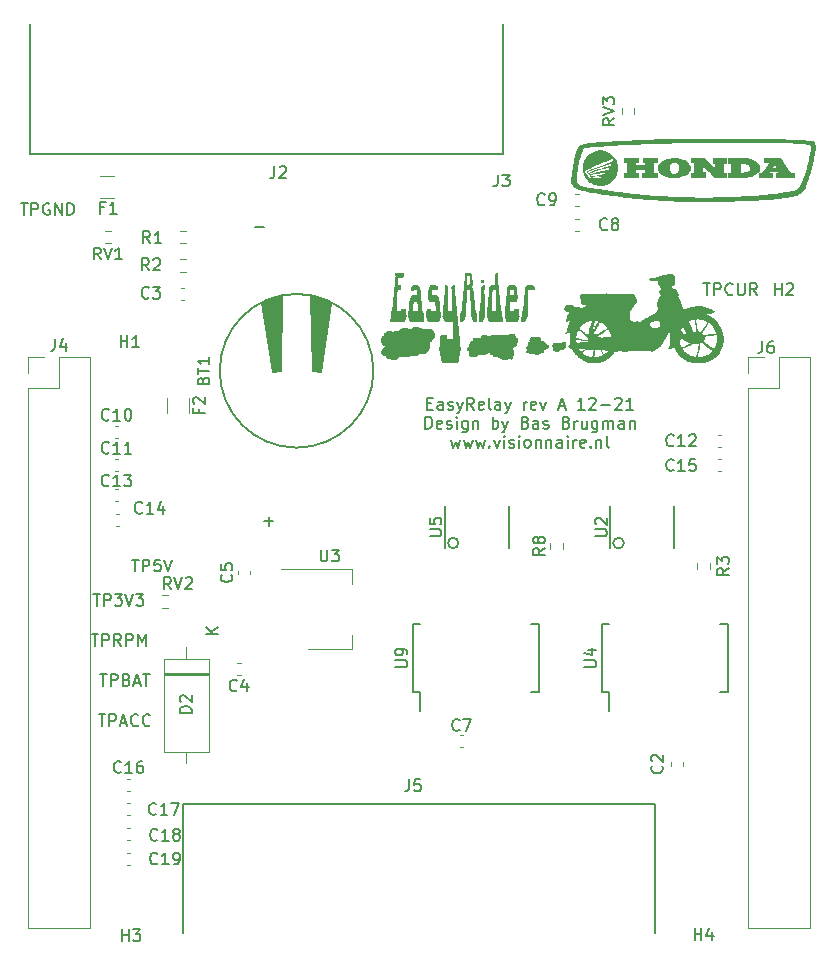
<source format=gto>
%TF.GenerationSoftware,KiCad,Pcbnew,(5.99.0-13294-g19fc8c6d98)*%
%TF.CreationDate,2021-11-25T20:45:44+01:00*%
%TF.ProjectId,easyrelay,65617379-7265-46c6-9179-2e6b69636164,rev?*%
%TF.SameCoordinates,Original*%
%TF.FileFunction,Legend,Top*%
%TF.FilePolarity,Positive*%
%FSLAX46Y46*%
G04 Gerber Fmt 4.6, Leading zero omitted, Abs format (unit mm)*
G04 Created by KiCad (PCBNEW (5.99.0-13294-g19fc8c6d98)) date 2021-11-25 20:45:44*
%MOMM*%
%LPD*%
G01*
G04 APERTURE LIST*
%ADD10C,0.150000*%
%ADD11C,0.120000*%
G04 APERTURE END LIST*
D10*
X140709523Y-78618571D02*
X141042857Y-78618571D01*
X141185714Y-79142380D02*
X140709523Y-79142380D01*
X140709523Y-78142380D01*
X141185714Y-78142380D01*
X142042857Y-79142380D02*
X142042857Y-78618571D01*
X141995238Y-78523333D01*
X141900000Y-78475714D01*
X141709523Y-78475714D01*
X141614285Y-78523333D01*
X142042857Y-79094761D02*
X141947619Y-79142380D01*
X141709523Y-79142380D01*
X141614285Y-79094761D01*
X141566666Y-78999523D01*
X141566666Y-78904285D01*
X141614285Y-78809047D01*
X141709523Y-78761428D01*
X141947619Y-78761428D01*
X142042857Y-78713809D01*
X142471428Y-79094761D02*
X142566666Y-79142380D01*
X142757142Y-79142380D01*
X142852380Y-79094761D01*
X142900000Y-78999523D01*
X142900000Y-78951904D01*
X142852380Y-78856666D01*
X142757142Y-78809047D01*
X142614285Y-78809047D01*
X142519047Y-78761428D01*
X142471428Y-78666190D01*
X142471428Y-78618571D01*
X142519047Y-78523333D01*
X142614285Y-78475714D01*
X142757142Y-78475714D01*
X142852380Y-78523333D01*
X143233333Y-78475714D02*
X143471428Y-79142380D01*
X143709523Y-78475714D02*
X143471428Y-79142380D01*
X143376190Y-79380476D01*
X143328571Y-79428095D01*
X143233333Y-79475714D01*
X144661904Y-79142380D02*
X144328571Y-78666190D01*
X144090476Y-79142380D02*
X144090476Y-78142380D01*
X144471428Y-78142380D01*
X144566666Y-78190000D01*
X144614285Y-78237619D01*
X144661904Y-78332857D01*
X144661904Y-78475714D01*
X144614285Y-78570952D01*
X144566666Y-78618571D01*
X144471428Y-78666190D01*
X144090476Y-78666190D01*
X145471428Y-79094761D02*
X145376190Y-79142380D01*
X145185714Y-79142380D01*
X145090476Y-79094761D01*
X145042857Y-78999523D01*
X145042857Y-78618571D01*
X145090476Y-78523333D01*
X145185714Y-78475714D01*
X145376190Y-78475714D01*
X145471428Y-78523333D01*
X145519047Y-78618571D01*
X145519047Y-78713809D01*
X145042857Y-78809047D01*
X146090476Y-79142380D02*
X145995238Y-79094761D01*
X145947619Y-78999523D01*
X145947619Y-78142380D01*
X146900000Y-79142380D02*
X146900000Y-78618571D01*
X146852380Y-78523333D01*
X146757142Y-78475714D01*
X146566666Y-78475714D01*
X146471428Y-78523333D01*
X146900000Y-79094761D02*
X146804761Y-79142380D01*
X146566666Y-79142380D01*
X146471428Y-79094761D01*
X146423809Y-78999523D01*
X146423809Y-78904285D01*
X146471428Y-78809047D01*
X146566666Y-78761428D01*
X146804761Y-78761428D01*
X146900000Y-78713809D01*
X147280952Y-78475714D02*
X147519047Y-79142380D01*
X147757142Y-78475714D02*
X147519047Y-79142380D01*
X147423809Y-79380476D01*
X147376190Y-79428095D01*
X147280952Y-79475714D01*
X148900000Y-79142380D02*
X148900000Y-78475714D01*
X148900000Y-78666190D02*
X148947619Y-78570952D01*
X148995238Y-78523333D01*
X149090476Y-78475714D01*
X149185714Y-78475714D01*
X149900000Y-79094761D02*
X149804761Y-79142380D01*
X149614285Y-79142380D01*
X149519047Y-79094761D01*
X149471428Y-78999523D01*
X149471428Y-78618571D01*
X149519047Y-78523333D01*
X149614285Y-78475714D01*
X149804761Y-78475714D01*
X149900000Y-78523333D01*
X149947619Y-78618571D01*
X149947619Y-78713809D01*
X149471428Y-78809047D01*
X150280952Y-78475714D02*
X150519047Y-79142380D01*
X150757142Y-78475714D01*
X151852380Y-78856666D02*
X152328571Y-78856666D01*
X151757142Y-79142380D02*
X152090476Y-78142380D01*
X152423809Y-79142380D01*
X154042857Y-79142380D02*
X153471428Y-79142380D01*
X153757142Y-79142380D02*
X153757142Y-78142380D01*
X153661904Y-78285238D01*
X153566666Y-78380476D01*
X153471428Y-78428095D01*
X154423809Y-78237619D02*
X154471428Y-78190000D01*
X154566666Y-78142380D01*
X154804761Y-78142380D01*
X154900000Y-78190000D01*
X154947619Y-78237619D01*
X154995238Y-78332857D01*
X154995238Y-78428095D01*
X154947619Y-78570952D01*
X154376190Y-79142380D01*
X154995238Y-79142380D01*
X155423809Y-78761428D02*
X156185714Y-78761428D01*
X156614285Y-78237619D02*
X156661904Y-78190000D01*
X156757142Y-78142380D01*
X156995238Y-78142380D01*
X157090476Y-78190000D01*
X157138095Y-78237619D01*
X157185714Y-78332857D01*
X157185714Y-78428095D01*
X157138095Y-78570952D01*
X156566666Y-79142380D01*
X157185714Y-79142380D01*
X158138095Y-79142380D02*
X157566666Y-79142380D01*
X157852380Y-79142380D02*
X157852380Y-78142380D01*
X157757142Y-78285238D01*
X157661904Y-78380476D01*
X157566666Y-78428095D01*
X140542857Y-80752380D02*
X140542857Y-79752380D01*
X140780952Y-79752380D01*
X140923809Y-79800000D01*
X141019047Y-79895238D01*
X141066666Y-79990476D01*
X141114285Y-80180952D01*
X141114285Y-80323809D01*
X141066666Y-80514285D01*
X141019047Y-80609523D01*
X140923809Y-80704761D01*
X140780952Y-80752380D01*
X140542857Y-80752380D01*
X141923809Y-80704761D02*
X141828571Y-80752380D01*
X141638095Y-80752380D01*
X141542857Y-80704761D01*
X141495238Y-80609523D01*
X141495238Y-80228571D01*
X141542857Y-80133333D01*
X141638095Y-80085714D01*
X141828571Y-80085714D01*
X141923809Y-80133333D01*
X141971428Y-80228571D01*
X141971428Y-80323809D01*
X141495238Y-80419047D01*
X142352380Y-80704761D02*
X142447619Y-80752380D01*
X142638095Y-80752380D01*
X142733333Y-80704761D01*
X142780952Y-80609523D01*
X142780952Y-80561904D01*
X142733333Y-80466666D01*
X142638095Y-80419047D01*
X142495238Y-80419047D01*
X142400000Y-80371428D01*
X142352380Y-80276190D01*
X142352380Y-80228571D01*
X142400000Y-80133333D01*
X142495238Y-80085714D01*
X142638095Y-80085714D01*
X142733333Y-80133333D01*
X143209523Y-80752380D02*
X143209523Y-80085714D01*
X143209523Y-79752380D02*
X143161904Y-79800000D01*
X143209523Y-79847619D01*
X143257142Y-79800000D01*
X143209523Y-79752380D01*
X143209523Y-79847619D01*
X144114285Y-80085714D02*
X144114285Y-80895238D01*
X144066666Y-80990476D01*
X144019047Y-81038095D01*
X143923809Y-81085714D01*
X143780952Y-81085714D01*
X143685714Y-81038095D01*
X144114285Y-80704761D02*
X144019047Y-80752380D01*
X143828571Y-80752380D01*
X143733333Y-80704761D01*
X143685714Y-80657142D01*
X143638095Y-80561904D01*
X143638095Y-80276190D01*
X143685714Y-80180952D01*
X143733333Y-80133333D01*
X143828571Y-80085714D01*
X144019047Y-80085714D01*
X144114285Y-80133333D01*
X144590476Y-80085714D02*
X144590476Y-80752380D01*
X144590476Y-80180952D02*
X144638095Y-80133333D01*
X144733333Y-80085714D01*
X144876190Y-80085714D01*
X144971428Y-80133333D01*
X145019047Y-80228571D01*
X145019047Y-80752380D01*
X146257142Y-80752380D02*
X146257142Y-79752380D01*
X146257142Y-80133333D02*
X146352380Y-80085714D01*
X146542857Y-80085714D01*
X146638095Y-80133333D01*
X146685714Y-80180952D01*
X146733333Y-80276190D01*
X146733333Y-80561904D01*
X146685714Y-80657142D01*
X146638095Y-80704761D01*
X146542857Y-80752380D01*
X146352380Y-80752380D01*
X146257142Y-80704761D01*
X147066666Y-80085714D02*
X147304761Y-80752380D01*
X147542857Y-80085714D02*
X147304761Y-80752380D01*
X147209523Y-80990476D01*
X147161904Y-81038095D01*
X147066666Y-81085714D01*
X149019047Y-80228571D02*
X149161904Y-80276190D01*
X149209523Y-80323809D01*
X149257142Y-80419047D01*
X149257142Y-80561904D01*
X149209523Y-80657142D01*
X149161904Y-80704761D01*
X149066666Y-80752380D01*
X148685714Y-80752380D01*
X148685714Y-79752380D01*
X149019047Y-79752380D01*
X149114285Y-79800000D01*
X149161904Y-79847619D01*
X149209523Y-79942857D01*
X149209523Y-80038095D01*
X149161904Y-80133333D01*
X149114285Y-80180952D01*
X149019047Y-80228571D01*
X148685714Y-80228571D01*
X150114285Y-80752380D02*
X150114285Y-80228571D01*
X150066666Y-80133333D01*
X149971428Y-80085714D01*
X149780952Y-80085714D01*
X149685714Y-80133333D01*
X150114285Y-80704761D02*
X150019047Y-80752380D01*
X149780952Y-80752380D01*
X149685714Y-80704761D01*
X149638095Y-80609523D01*
X149638095Y-80514285D01*
X149685714Y-80419047D01*
X149780952Y-80371428D01*
X150019047Y-80371428D01*
X150114285Y-80323809D01*
X150542857Y-80704761D02*
X150638095Y-80752380D01*
X150828571Y-80752380D01*
X150923809Y-80704761D01*
X150971428Y-80609523D01*
X150971428Y-80561904D01*
X150923809Y-80466666D01*
X150828571Y-80419047D01*
X150685714Y-80419047D01*
X150590476Y-80371428D01*
X150542857Y-80276190D01*
X150542857Y-80228571D01*
X150590476Y-80133333D01*
X150685714Y-80085714D01*
X150828571Y-80085714D01*
X150923809Y-80133333D01*
X152495238Y-80228571D02*
X152638095Y-80276190D01*
X152685714Y-80323809D01*
X152733333Y-80419047D01*
X152733333Y-80561904D01*
X152685714Y-80657142D01*
X152638095Y-80704761D01*
X152542857Y-80752380D01*
X152161904Y-80752380D01*
X152161904Y-79752380D01*
X152495238Y-79752380D01*
X152590476Y-79800000D01*
X152638095Y-79847619D01*
X152685714Y-79942857D01*
X152685714Y-80038095D01*
X152638095Y-80133333D01*
X152590476Y-80180952D01*
X152495238Y-80228571D01*
X152161904Y-80228571D01*
X153161904Y-80752380D02*
X153161904Y-80085714D01*
X153161904Y-80276190D02*
X153209523Y-80180952D01*
X153257142Y-80133333D01*
X153352380Y-80085714D01*
X153447619Y-80085714D01*
X154209523Y-80085714D02*
X154209523Y-80752380D01*
X153780952Y-80085714D02*
X153780952Y-80609523D01*
X153828571Y-80704761D01*
X153923809Y-80752380D01*
X154066666Y-80752380D01*
X154161904Y-80704761D01*
X154209523Y-80657142D01*
X155114285Y-80085714D02*
X155114285Y-80895238D01*
X155066666Y-80990476D01*
X155019047Y-81038095D01*
X154923809Y-81085714D01*
X154780952Y-81085714D01*
X154685714Y-81038095D01*
X155114285Y-80704761D02*
X155019047Y-80752380D01*
X154828571Y-80752380D01*
X154733333Y-80704761D01*
X154685714Y-80657142D01*
X154638095Y-80561904D01*
X154638095Y-80276190D01*
X154685714Y-80180952D01*
X154733333Y-80133333D01*
X154828571Y-80085714D01*
X155019047Y-80085714D01*
X155114285Y-80133333D01*
X155590476Y-80752380D02*
X155590476Y-80085714D01*
X155590476Y-80180952D02*
X155638095Y-80133333D01*
X155733333Y-80085714D01*
X155876190Y-80085714D01*
X155971428Y-80133333D01*
X156019047Y-80228571D01*
X156019047Y-80752380D01*
X156019047Y-80228571D02*
X156066666Y-80133333D01*
X156161904Y-80085714D01*
X156304761Y-80085714D01*
X156400000Y-80133333D01*
X156447619Y-80228571D01*
X156447619Y-80752380D01*
X157352380Y-80752380D02*
X157352380Y-80228571D01*
X157304761Y-80133333D01*
X157209523Y-80085714D01*
X157019047Y-80085714D01*
X156923809Y-80133333D01*
X157352380Y-80704761D02*
X157257142Y-80752380D01*
X157019047Y-80752380D01*
X156923809Y-80704761D01*
X156876190Y-80609523D01*
X156876190Y-80514285D01*
X156923809Y-80419047D01*
X157019047Y-80371428D01*
X157257142Y-80371428D01*
X157352380Y-80323809D01*
X157828571Y-80085714D02*
X157828571Y-80752380D01*
X157828571Y-80180952D02*
X157876190Y-80133333D01*
X157971428Y-80085714D01*
X158114285Y-80085714D01*
X158209523Y-80133333D01*
X158257142Y-80228571D01*
X158257142Y-80752380D01*
X142733333Y-81695714D02*
X142923809Y-82362380D01*
X143114285Y-81886190D01*
X143304761Y-82362380D01*
X143495238Y-81695714D01*
X143780952Y-81695714D02*
X143971428Y-82362380D01*
X144161904Y-81886190D01*
X144352380Y-82362380D01*
X144542857Y-81695714D01*
X144828571Y-81695714D02*
X145019047Y-82362380D01*
X145209523Y-81886190D01*
X145400000Y-82362380D01*
X145590476Y-81695714D01*
X145971428Y-82267142D02*
X146019047Y-82314761D01*
X145971428Y-82362380D01*
X145923809Y-82314761D01*
X145971428Y-82267142D01*
X145971428Y-82362380D01*
X146352380Y-81695714D02*
X146590476Y-82362380D01*
X146828571Y-81695714D01*
X147209523Y-82362380D02*
X147209523Y-81695714D01*
X147209523Y-81362380D02*
X147161904Y-81410000D01*
X147209523Y-81457619D01*
X147257142Y-81410000D01*
X147209523Y-81362380D01*
X147209523Y-81457619D01*
X147638095Y-82314761D02*
X147733333Y-82362380D01*
X147923809Y-82362380D01*
X148019047Y-82314761D01*
X148066666Y-82219523D01*
X148066666Y-82171904D01*
X148019047Y-82076666D01*
X147923809Y-82029047D01*
X147780952Y-82029047D01*
X147685714Y-81981428D01*
X147638095Y-81886190D01*
X147638095Y-81838571D01*
X147685714Y-81743333D01*
X147780952Y-81695714D01*
X147923809Y-81695714D01*
X148019047Y-81743333D01*
X148495238Y-82362380D02*
X148495238Y-81695714D01*
X148495238Y-81362380D02*
X148447619Y-81410000D01*
X148495238Y-81457619D01*
X148542857Y-81410000D01*
X148495238Y-81362380D01*
X148495238Y-81457619D01*
X149114285Y-82362380D02*
X149019047Y-82314761D01*
X148971428Y-82267142D01*
X148923809Y-82171904D01*
X148923809Y-81886190D01*
X148971428Y-81790952D01*
X149019047Y-81743333D01*
X149114285Y-81695714D01*
X149257142Y-81695714D01*
X149352380Y-81743333D01*
X149400000Y-81790952D01*
X149447619Y-81886190D01*
X149447619Y-82171904D01*
X149400000Y-82267142D01*
X149352380Y-82314761D01*
X149257142Y-82362380D01*
X149114285Y-82362380D01*
X149876190Y-81695714D02*
X149876190Y-82362380D01*
X149876190Y-81790952D02*
X149923809Y-81743333D01*
X150019047Y-81695714D01*
X150161904Y-81695714D01*
X150257142Y-81743333D01*
X150304761Y-81838571D01*
X150304761Y-82362380D01*
X150780952Y-81695714D02*
X150780952Y-82362380D01*
X150780952Y-81790952D02*
X150828571Y-81743333D01*
X150923809Y-81695714D01*
X151066666Y-81695714D01*
X151161904Y-81743333D01*
X151209523Y-81838571D01*
X151209523Y-82362380D01*
X152114285Y-82362380D02*
X152114285Y-81838571D01*
X152066666Y-81743333D01*
X151971428Y-81695714D01*
X151780952Y-81695714D01*
X151685714Y-81743333D01*
X152114285Y-82314761D02*
X152019047Y-82362380D01*
X151780952Y-82362380D01*
X151685714Y-82314761D01*
X151638095Y-82219523D01*
X151638095Y-82124285D01*
X151685714Y-82029047D01*
X151780952Y-81981428D01*
X152019047Y-81981428D01*
X152114285Y-81933809D01*
X152590476Y-82362380D02*
X152590476Y-81695714D01*
X152590476Y-81362380D02*
X152542857Y-81410000D01*
X152590476Y-81457619D01*
X152638095Y-81410000D01*
X152590476Y-81362380D01*
X152590476Y-81457619D01*
X153066666Y-82362380D02*
X153066666Y-81695714D01*
X153066666Y-81886190D02*
X153114285Y-81790952D01*
X153161904Y-81743333D01*
X153257142Y-81695714D01*
X153352380Y-81695714D01*
X154066666Y-82314761D02*
X153971428Y-82362380D01*
X153780952Y-82362380D01*
X153685714Y-82314761D01*
X153638095Y-82219523D01*
X153638095Y-81838571D01*
X153685714Y-81743333D01*
X153780952Y-81695714D01*
X153971428Y-81695714D01*
X154066666Y-81743333D01*
X154114285Y-81838571D01*
X154114285Y-81933809D01*
X153638095Y-82029047D01*
X154542857Y-82267142D02*
X154590476Y-82314761D01*
X154542857Y-82362380D01*
X154495238Y-82314761D01*
X154542857Y-82267142D01*
X154542857Y-82362380D01*
X155019047Y-81695714D02*
X155019047Y-82362380D01*
X155019047Y-81790952D02*
X155066666Y-81743333D01*
X155161904Y-81695714D01*
X155304761Y-81695714D01*
X155400000Y-81743333D01*
X155447619Y-81838571D01*
X155447619Y-82362380D01*
X156066666Y-82362380D02*
X155971428Y-82314761D01*
X155923809Y-82219523D01*
X155923809Y-81362380D01*
%TO.C,TPGND*%
X106290476Y-61652380D02*
X106861904Y-61652380D01*
X106576190Y-62652380D02*
X106576190Y-61652380D01*
X107195238Y-62652380D02*
X107195238Y-61652380D01*
X107576190Y-61652380D01*
X107671428Y-61700000D01*
X107719047Y-61747619D01*
X107766666Y-61842857D01*
X107766666Y-61985714D01*
X107719047Y-62080952D01*
X107671428Y-62128571D01*
X107576190Y-62176190D01*
X107195238Y-62176190D01*
X108719047Y-61700000D02*
X108623809Y-61652380D01*
X108480952Y-61652380D01*
X108338095Y-61700000D01*
X108242857Y-61795238D01*
X108195238Y-61890476D01*
X108147619Y-62080952D01*
X108147619Y-62223809D01*
X108195238Y-62414285D01*
X108242857Y-62509523D01*
X108338095Y-62604761D01*
X108480952Y-62652380D01*
X108576190Y-62652380D01*
X108719047Y-62604761D01*
X108766666Y-62557142D01*
X108766666Y-62223809D01*
X108576190Y-62223809D01*
X109195238Y-62652380D02*
X109195238Y-61652380D01*
X109766666Y-62652380D01*
X109766666Y-61652380D01*
X110242857Y-62652380D02*
X110242857Y-61652380D01*
X110480952Y-61652380D01*
X110623809Y-61700000D01*
X110719047Y-61795238D01*
X110766666Y-61890476D01*
X110814285Y-62080952D01*
X110814285Y-62223809D01*
X110766666Y-62414285D01*
X110719047Y-62509523D01*
X110623809Y-62604761D01*
X110480952Y-62652380D01*
X110242857Y-62652380D01*
%TO.C,TP5V*%
X115709523Y-91852380D02*
X116280952Y-91852380D01*
X115995238Y-92852380D02*
X115995238Y-91852380D01*
X116614285Y-92852380D02*
X116614285Y-91852380D01*
X116995238Y-91852380D01*
X117090476Y-91900000D01*
X117138095Y-91947619D01*
X117185714Y-92042857D01*
X117185714Y-92185714D01*
X117138095Y-92280952D01*
X117090476Y-92328571D01*
X116995238Y-92376190D01*
X116614285Y-92376190D01*
X118090476Y-91852380D02*
X117614285Y-91852380D01*
X117566666Y-92328571D01*
X117614285Y-92280952D01*
X117709523Y-92233333D01*
X117947619Y-92233333D01*
X118042857Y-92280952D01*
X118090476Y-92328571D01*
X118138095Y-92423809D01*
X118138095Y-92661904D01*
X118090476Y-92757142D01*
X118042857Y-92804761D01*
X117947619Y-92852380D01*
X117709523Y-92852380D01*
X117614285Y-92804761D01*
X117566666Y-92757142D01*
X118423809Y-91852380D02*
X118757142Y-92852380D01*
X119090476Y-91852380D01*
%TO.C,TP3V3*%
X112433333Y-94752380D02*
X113004761Y-94752380D01*
X112719047Y-95752380D02*
X112719047Y-94752380D01*
X113338095Y-95752380D02*
X113338095Y-94752380D01*
X113719047Y-94752380D01*
X113814285Y-94800000D01*
X113861904Y-94847619D01*
X113909523Y-94942857D01*
X113909523Y-95085714D01*
X113861904Y-95180952D01*
X113814285Y-95228571D01*
X113719047Y-95276190D01*
X113338095Y-95276190D01*
X114242857Y-94752380D02*
X114861904Y-94752380D01*
X114528571Y-95133333D01*
X114671428Y-95133333D01*
X114766666Y-95180952D01*
X114814285Y-95228571D01*
X114861904Y-95323809D01*
X114861904Y-95561904D01*
X114814285Y-95657142D01*
X114766666Y-95704761D01*
X114671428Y-95752380D01*
X114385714Y-95752380D01*
X114290476Y-95704761D01*
X114242857Y-95657142D01*
X115147619Y-94752380D02*
X115480952Y-95752380D01*
X115814285Y-94752380D01*
X116052380Y-94752380D02*
X116671428Y-94752380D01*
X116338095Y-95133333D01*
X116480952Y-95133333D01*
X116576190Y-95180952D01*
X116623809Y-95228571D01*
X116671428Y-95323809D01*
X116671428Y-95561904D01*
X116623809Y-95657142D01*
X116576190Y-95704761D01*
X116480952Y-95752380D01*
X116195238Y-95752380D01*
X116100000Y-95704761D01*
X116052380Y-95657142D01*
%TO.C,TPRPM*%
X112294857Y-98152380D02*
X112866285Y-98152380D01*
X112580571Y-99152380D02*
X112580571Y-98152380D01*
X113199619Y-99152380D02*
X113199619Y-98152380D01*
X113580571Y-98152380D01*
X113675809Y-98200000D01*
X113723428Y-98247619D01*
X113771047Y-98342857D01*
X113771047Y-98485714D01*
X113723428Y-98580952D01*
X113675809Y-98628571D01*
X113580571Y-98676190D01*
X113199619Y-98676190D01*
X114771047Y-99152380D02*
X114437714Y-98676190D01*
X114199619Y-99152380D02*
X114199619Y-98152380D01*
X114580571Y-98152380D01*
X114675809Y-98200000D01*
X114723428Y-98247619D01*
X114771047Y-98342857D01*
X114771047Y-98485714D01*
X114723428Y-98580952D01*
X114675809Y-98628571D01*
X114580571Y-98676190D01*
X114199619Y-98676190D01*
X115199619Y-99152380D02*
X115199619Y-98152380D01*
X115580571Y-98152380D01*
X115675809Y-98200000D01*
X115723428Y-98247619D01*
X115771047Y-98342857D01*
X115771047Y-98485714D01*
X115723428Y-98580952D01*
X115675809Y-98628571D01*
X115580571Y-98676190D01*
X115199619Y-98676190D01*
X116199619Y-99152380D02*
X116199619Y-98152380D01*
X116532952Y-98866666D01*
X116866285Y-98152380D01*
X116866285Y-99152380D01*
%TO.C,TPBAT*%
X113004761Y-101552380D02*
X113576190Y-101552380D01*
X113290476Y-102552380D02*
X113290476Y-101552380D01*
X113909523Y-102552380D02*
X113909523Y-101552380D01*
X114290476Y-101552380D01*
X114385714Y-101600000D01*
X114433333Y-101647619D01*
X114480952Y-101742857D01*
X114480952Y-101885714D01*
X114433333Y-101980952D01*
X114385714Y-102028571D01*
X114290476Y-102076190D01*
X113909523Y-102076190D01*
X115242857Y-102028571D02*
X115385714Y-102076190D01*
X115433333Y-102123809D01*
X115480952Y-102219047D01*
X115480952Y-102361904D01*
X115433333Y-102457142D01*
X115385714Y-102504761D01*
X115290476Y-102552380D01*
X114909523Y-102552380D01*
X114909523Y-101552380D01*
X115242857Y-101552380D01*
X115338095Y-101600000D01*
X115385714Y-101647619D01*
X115433333Y-101742857D01*
X115433333Y-101838095D01*
X115385714Y-101933333D01*
X115338095Y-101980952D01*
X115242857Y-102028571D01*
X114909523Y-102028571D01*
X115861904Y-102266666D02*
X116338095Y-102266666D01*
X115766666Y-102552380D02*
X116100000Y-101552380D01*
X116433333Y-102552380D01*
X116623809Y-101552380D02*
X117195238Y-101552380D01*
X116909523Y-102552380D02*
X116909523Y-101552380D01*
%TO.C,TPACC*%
X112885714Y-104952380D02*
X113457142Y-104952380D01*
X113171428Y-105952380D02*
X113171428Y-104952380D01*
X113790476Y-105952380D02*
X113790476Y-104952380D01*
X114171428Y-104952380D01*
X114266666Y-105000000D01*
X114314285Y-105047619D01*
X114361904Y-105142857D01*
X114361904Y-105285714D01*
X114314285Y-105380952D01*
X114266666Y-105428571D01*
X114171428Y-105476190D01*
X113790476Y-105476190D01*
X114742857Y-105666666D02*
X115219047Y-105666666D01*
X114647619Y-105952380D02*
X114980952Y-104952380D01*
X115314285Y-105952380D01*
X116219047Y-105857142D02*
X116171428Y-105904761D01*
X116028571Y-105952380D01*
X115933333Y-105952380D01*
X115790476Y-105904761D01*
X115695238Y-105809523D01*
X115647619Y-105714285D01*
X115600000Y-105523809D01*
X115600000Y-105380952D01*
X115647619Y-105190476D01*
X115695238Y-105095238D01*
X115790476Y-105000000D01*
X115933333Y-104952380D01*
X116028571Y-104952380D01*
X116171428Y-105000000D01*
X116219047Y-105047619D01*
X117219047Y-105857142D02*
X117171428Y-105904761D01*
X117028571Y-105952380D01*
X116933333Y-105952380D01*
X116790476Y-105904761D01*
X116695238Y-105809523D01*
X116647619Y-105714285D01*
X116600000Y-105523809D01*
X116600000Y-105380952D01*
X116647619Y-105190476D01*
X116695238Y-105095238D01*
X116790476Y-105000000D01*
X116933333Y-104952380D01*
X117028571Y-104952380D01*
X117171428Y-105000000D01*
X117219047Y-105047619D01*
%TO.C,J3*%
X146666666Y-59252380D02*
X146666666Y-59966666D01*
X146619047Y-60109523D01*
X146523809Y-60204761D01*
X146380952Y-60252380D01*
X146285714Y-60252380D01*
X147047619Y-59252380D02*
X147666666Y-59252380D01*
X147333333Y-59633333D01*
X147476190Y-59633333D01*
X147571428Y-59680952D01*
X147619047Y-59728571D01*
X147666666Y-59823809D01*
X147666666Y-60061904D01*
X147619047Y-60157142D01*
X147571428Y-60204761D01*
X147476190Y-60252380D01*
X147190476Y-60252380D01*
X147095238Y-60204761D01*
X147047619Y-60157142D01*
%TO.C,TPCUR*%
X164090476Y-68452380D02*
X164661904Y-68452380D01*
X164376190Y-69452380D02*
X164376190Y-68452380D01*
X164995238Y-69452380D02*
X164995238Y-68452380D01*
X165376190Y-68452380D01*
X165471428Y-68500000D01*
X165519047Y-68547619D01*
X165566666Y-68642857D01*
X165566666Y-68785714D01*
X165519047Y-68880952D01*
X165471428Y-68928571D01*
X165376190Y-68976190D01*
X164995238Y-68976190D01*
X166566666Y-69357142D02*
X166519047Y-69404761D01*
X166376190Y-69452380D01*
X166280952Y-69452380D01*
X166138095Y-69404761D01*
X166042857Y-69309523D01*
X165995238Y-69214285D01*
X165947619Y-69023809D01*
X165947619Y-68880952D01*
X165995238Y-68690476D01*
X166042857Y-68595238D01*
X166138095Y-68500000D01*
X166280952Y-68452380D01*
X166376190Y-68452380D01*
X166519047Y-68500000D01*
X166566666Y-68547619D01*
X166995238Y-68452380D02*
X166995238Y-69261904D01*
X167042857Y-69357142D01*
X167090476Y-69404761D01*
X167185714Y-69452380D01*
X167376190Y-69452380D01*
X167471428Y-69404761D01*
X167519047Y-69357142D01*
X167566666Y-69261904D01*
X167566666Y-68452380D01*
X168614285Y-69452380D02*
X168280952Y-68976190D01*
X168042857Y-69452380D02*
X168042857Y-68452380D01*
X168423809Y-68452380D01*
X168519047Y-68500000D01*
X168566666Y-68547619D01*
X168614285Y-68642857D01*
X168614285Y-68785714D01*
X168566666Y-68880952D01*
X168519047Y-68928571D01*
X168423809Y-68976190D01*
X168042857Y-68976190D01*
%TO.C,U2*%
X154902380Y-89861904D02*
X155711904Y-89861904D01*
X155807142Y-89814285D01*
X155854761Y-89766666D01*
X155902380Y-89671428D01*
X155902380Y-89480952D01*
X155854761Y-89385714D01*
X155807142Y-89338095D01*
X155711904Y-89290476D01*
X154902380Y-89290476D01*
X154997619Y-88861904D02*
X154950000Y-88814285D01*
X154902380Y-88719047D01*
X154902380Y-88480952D01*
X154950000Y-88385714D01*
X154997619Y-88338095D01*
X155092857Y-88290476D01*
X155188095Y-88290476D01*
X155330952Y-88338095D01*
X155902380Y-88909523D01*
X155902380Y-88290476D01*
%TO.C,H4*%
X163338095Y-124052380D02*
X163338095Y-123052380D01*
X163338095Y-123528571D02*
X163909523Y-123528571D01*
X163909523Y-124052380D02*
X163909523Y-123052380D01*
X164814285Y-123385714D02*
X164814285Y-124052380D01*
X164576190Y-123004761D02*
X164338095Y-123719047D01*
X164957142Y-123719047D01*
%TO.C,J4*%
X109186666Y-73152380D02*
X109186666Y-73866666D01*
X109139047Y-74009523D01*
X109043809Y-74104761D01*
X108900952Y-74152380D01*
X108805714Y-74152380D01*
X110091428Y-73485714D02*
X110091428Y-74152380D01*
X109853333Y-73104761D02*
X109615238Y-73819047D01*
X110234285Y-73819047D01*
%TO.C,BT1*%
X121728571Y-76685714D02*
X121776190Y-76542857D01*
X121823809Y-76495238D01*
X121919047Y-76447619D01*
X122061904Y-76447619D01*
X122157142Y-76495238D01*
X122204761Y-76542857D01*
X122252380Y-76638095D01*
X122252380Y-77019047D01*
X121252380Y-77019047D01*
X121252380Y-76685714D01*
X121300000Y-76590476D01*
X121347619Y-76542857D01*
X121442857Y-76495238D01*
X121538095Y-76495238D01*
X121633333Y-76542857D01*
X121680952Y-76590476D01*
X121728571Y-76685714D01*
X121728571Y-77019047D01*
X121252380Y-76161904D02*
X121252380Y-75590476D01*
X122252380Y-75876190D02*
X121252380Y-75876190D01*
X122252380Y-74733333D02*
X122252380Y-75304761D01*
X122252380Y-75019047D02*
X121252380Y-75019047D01*
X121395238Y-75114285D01*
X121490476Y-75209523D01*
X121538095Y-75304761D01*
X126880952Y-63728571D02*
X126119047Y-63728571D01*
X127271428Y-88980952D02*
X127271428Y-88219047D01*
X127652380Y-88600000D02*
X126890476Y-88600000D01*
%TO.C,R2*%
X117133333Y-67352380D02*
X116800000Y-66876190D01*
X116561904Y-67352380D02*
X116561904Y-66352380D01*
X116942857Y-66352380D01*
X117038095Y-66400000D01*
X117085714Y-66447619D01*
X117133333Y-66542857D01*
X117133333Y-66685714D01*
X117085714Y-66780952D01*
X117038095Y-66828571D01*
X116942857Y-66876190D01*
X116561904Y-66876190D01*
X117514285Y-66447619D02*
X117561904Y-66400000D01*
X117657142Y-66352380D01*
X117895238Y-66352380D01*
X117990476Y-66400000D01*
X118038095Y-66447619D01*
X118085714Y-66542857D01*
X118085714Y-66638095D01*
X118038095Y-66780952D01*
X117466666Y-67352380D01*
X118085714Y-67352380D01*
%TO.C,C18*%
X117857142Y-115557142D02*
X117809523Y-115604761D01*
X117666666Y-115652380D01*
X117571428Y-115652380D01*
X117428571Y-115604761D01*
X117333333Y-115509523D01*
X117285714Y-115414285D01*
X117238095Y-115223809D01*
X117238095Y-115080952D01*
X117285714Y-114890476D01*
X117333333Y-114795238D01*
X117428571Y-114700000D01*
X117571428Y-114652380D01*
X117666666Y-114652380D01*
X117809523Y-114700000D01*
X117857142Y-114747619D01*
X118809523Y-115652380D02*
X118238095Y-115652380D01*
X118523809Y-115652380D02*
X118523809Y-114652380D01*
X118428571Y-114795238D01*
X118333333Y-114890476D01*
X118238095Y-114938095D01*
X119380952Y-115080952D02*
X119285714Y-115033333D01*
X119238095Y-114985714D01*
X119190476Y-114890476D01*
X119190476Y-114842857D01*
X119238095Y-114747619D01*
X119285714Y-114700000D01*
X119380952Y-114652380D01*
X119571428Y-114652380D01*
X119666666Y-114700000D01*
X119714285Y-114747619D01*
X119761904Y-114842857D01*
X119761904Y-114890476D01*
X119714285Y-114985714D01*
X119666666Y-115033333D01*
X119571428Y-115080952D01*
X119380952Y-115080952D01*
X119285714Y-115128571D01*
X119238095Y-115176190D01*
X119190476Y-115271428D01*
X119190476Y-115461904D01*
X119238095Y-115557142D01*
X119285714Y-115604761D01*
X119380952Y-115652380D01*
X119571428Y-115652380D01*
X119666666Y-115604761D01*
X119714285Y-115557142D01*
X119761904Y-115461904D01*
X119761904Y-115271428D01*
X119714285Y-115176190D01*
X119666666Y-115128571D01*
X119571428Y-115080952D01*
%TO.C,R8*%
X150672380Y-90866666D02*
X150196190Y-91200000D01*
X150672380Y-91438095D02*
X149672380Y-91438095D01*
X149672380Y-91057142D01*
X149720000Y-90961904D01*
X149767619Y-90914285D01*
X149862857Y-90866666D01*
X150005714Y-90866666D01*
X150100952Y-90914285D01*
X150148571Y-90961904D01*
X150196190Y-91057142D01*
X150196190Y-91438095D01*
X150100952Y-90295238D02*
X150053333Y-90390476D01*
X150005714Y-90438095D01*
X149910476Y-90485714D01*
X149862857Y-90485714D01*
X149767619Y-90438095D01*
X149720000Y-90390476D01*
X149672380Y-90295238D01*
X149672380Y-90104761D01*
X149720000Y-90009523D01*
X149767619Y-89961904D01*
X149862857Y-89914285D01*
X149910476Y-89914285D01*
X150005714Y-89961904D01*
X150053333Y-90009523D01*
X150100952Y-90104761D01*
X150100952Y-90295238D01*
X150148571Y-90390476D01*
X150196190Y-90438095D01*
X150291428Y-90485714D01*
X150481904Y-90485714D01*
X150577142Y-90438095D01*
X150624761Y-90390476D01*
X150672380Y-90295238D01*
X150672380Y-90104761D01*
X150624761Y-90009523D01*
X150577142Y-89961904D01*
X150481904Y-89914285D01*
X150291428Y-89914285D01*
X150196190Y-89961904D01*
X150148571Y-90009523D01*
X150100952Y-90104761D01*
%TO.C,C4*%
X124580833Y-102907142D02*
X124533214Y-102954761D01*
X124390357Y-103002380D01*
X124295119Y-103002380D01*
X124152261Y-102954761D01*
X124057023Y-102859523D01*
X124009404Y-102764285D01*
X123961785Y-102573809D01*
X123961785Y-102430952D01*
X124009404Y-102240476D01*
X124057023Y-102145238D01*
X124152261Y-102050000D01*
X124295119Y-102002380D01*
X124390357Y-102002380D01*
X124533214Y-102050000D01*
X124580833Y-102097619D01*
X125437976Y-102335714D02*
X125437976Y-103002380D01*
X125199880Y-101954761D02*
X124961785Y-102669047D01*
X125580833Y-102669047D01*
%TO.C,C5*%
X124107142Y-93126666D02*
X124154761Y-93174285D01*
X124202380Y-93317142D01*
X124202380Y-93412380D01*
X124154761Y-93555238D01*
X124059523Y-93650476D01*
X123964285Y-93698095D01*
X123773809Y-93745714D01*
X123630952Y-93745714D01*
X123440476Y-93698095D01*
X123345238Y-93650476D01*
X123250000Y-93555238D01*
X123202380Y-93412380D01*
X123202380Y-93317142D01*
X123250000Y-93174285D01*
X123297619Y-93126666D01*
X123202380Y-92221904D02*
X123202380Y-92698095D01*
X123678571Y-92745714D01*
X123630952Y-92698095D01*
X123583333Y-92602857D01*
X123583333Y-92364761D01*
X123630952Y-92269523D01*
X123678571Y-92221904D01*
X123773809Y-92174285D01*
X124011904Y-92174285D01*
X124107142Y-92221904D01*
X124154761Y-92269523D01*
X124202380Y-92364761D01*
X124202380Y-92602857D01*
X124154761Y-92698095D01*
X124107142Y-92745714D01*
%TO.C,C2*%
X160557142Y-109316666D02*
X160604761Y-109364285D01*
X160652380Y-109507142D01*
X160652380Y-109602380D01*
X160604761Y-109745238D01*
X160509523Y-109840476D01*
X160414285Y-109888095D01*
X160223809Y-109935714D01*
X160080952Y-109935714D01*
X159890476Y-109888095D01*
X159795238Y-109840476D01*
X159700000Y-109745238D01*
X159652380Y-109602380D01*
X159652380Y-109507142D01*
X159700000Y-109364285D01*
X159747619Y-109316666D01*
X159747619Y-108935714D02*
X159700000Y-108888095D01*
X159652380Y-108792857D01*
X159652380Y-108554761D01*
X159700000Y-108459523D01*
X159747619Y-108411904D01*
X159842857Y-108364285D01*
X159938095Y-108364285D01*
X160080952Y-108411904D01*
X160652380Y-108983333D01*
X160652380Y-108364285D01*
%TO.C,U9*%
X138002380Y-100961904D02*
X138811904Y-100961904D01*
X138907142Y-100914285D01*
X138954761Y-100866666D01*
X139002380Y-100771428D01*
X139002380Y-100580952D01*
X138954761Y-100485714D01*
X138907142Y-100438095D01*
X138811904Y-100390476D01*
X138002380Y-100390476D01*
X139002380Y-99866666D02*
X139002380Y-99676190D01*
X138954761Y-99580952D01*
X138907142Y-99533333D01*
X138764285Y-99438095D01*
X138573809Y-99390476D01*
X138192857Y-99390476D01*
X138097619Y-99438095D01*
X138050000Y-99485714D01*
X138002380Y-99580952D01*
X138002380Y-99771428D01*
X138050000Y-99866666D01*
X138097619Y-99914285D01*
X138192857Y-99961904D01*
X138430952Y-99961904D01*
X138526190Y-99914285D01*
X138573809Y-99866666D01*
X138621428Y-99771428D01*
X138621428Y-99580952D01*
X138573809Y-99485714D01*
X138526190Y-99438095D01*
X138430952Y-99390476D01*
%TO.C,R3*%
X166252380Y-92566655D02*
X165776190Y-92899989D01*
X166252380Y-93138084D02*
X165252380Y-93138084D01*
X165252380Y-92757131D01*
X165300000Y-92661893D01*
X165347619Y-92614274D01*
X165442857Y-92566655D01*
X165585714Y-92566655D01*
X165680952Y-92614274D01*
X165728571Y-92661893D01*
X165776190Y-92757131D01*
X165776190Y-93138084D01*
X165252380Y-92233322D02*
X165252380Y-91614274D01*
X165633333Y-91947608D01*
X165633333Y-91804750D01*
X165680952Y-91709512D01*
X165728571Y-91661893D01*
X165823809Y-91614274D01*
X166061904Y-91614274D01*
X166157142Y-91661893D01*
X166204761Y-91709512D01*
X166252380Y-91804750D01*
X166252380Y-92090465D01*
X166204761Y-92185703D01*
X166157142Y-92233322D01*
%TO.C,H3*%
X114838095Y-124152380D02*
X114838095Y-123152380D01*
X114838095Y-123628571D02*
X115409523Y-123628571D01*
X115409523Y-124152380D02*
X115409523Y-123152380D01*
X115790476Y-123152380D02*
X116409523Y-123152380D01*
X116076190Y-123533333D01*
X116219047Y-123533333D01*
X116314285Y-123580952D01*
X116361904Y-123628571D01*
X116409523Y-123723809D01*
X116409523Y-123961904D01*
X116361904Y-124057142D01*
X116314285Y-124104761D01*
X116219047Y-124152380D01*
X115933333Y-124152380D01*
X115838095Y-124104761D01*
X115790476Y-124057142D01*
%TO.C,RV2*%
X119004761Y-94352380D02*
X118671428Y-93876190D01*
X118433333Y-94352380D02*
X118433333Y-93352380D01*
X118814285Y-93352380D01*
X118909523Y-93400000D01*
X118957142Y-93447619D01*
X119004761Y-93542857D01*
X119004761Y-93685714D01*
X118957142Y-93780952D01*
X118909523Y-93828571D01*
X118814285Y-93876190D01*
X118433333Y-93876190D01*
X119290476Y-93352380D02*
X119623809Y-94352380D01*
X119957142Y-93352380D01*
X120242857Y-93447619D02*
X120290476Y-93400000D01*
X120385714Y-93352380D01*
X120623809Y-93352380D01*
X120719047Y-93400000D01*
X120766666Y-93447619D01*
X120814285Y-93542857D01*
X120814285Y-93638095D01*
X120766666Y-93780952D01*
X120195238Y-94352380D01*
X120814285Y-94352380D01*
%TO.C,U3*%
X131670095Y-90996380D02*
X131670095Y-91805904D01*
X131717714Y-91901142D01*
X131765333Y-91948761D01*
X131860571Y-91996380D01*
X132051047Y-91996380D01*
X132146285Y-91948761D01*
X132193904Y-91901142D01*
X132241523Y-91805904D01*
X132241523Y-90996380D01*
X132622476Y-90996380D02*
X133241523Y-90996380D01*
X132908190Y-91377333D01*
X133051047Y-91377333D01*
X133146285Y-91424952D01*
X133193904Y-91472571D01*
X133241523Y-91567809D01*
X133241523Y-91805904D01*
X133193904Y-91901142D01*
X133146285Y-91948761D01*
X133051047Y-91996380D01*
X132765333Y-91996380D01*
X132670095Y-91948761D01*
X132622476Y-91901142D01*
%TO.C,H2*%
X170138095Y-69452380D02*
X170138095Y-68452380D01*
X170138095Y-68928571D02*
X170709523Y-68928571D01*
X170709523Y-69452380D02*
X170709523Y-68452380D01*
X171138095Y-68547619D02*
X171185714Y-68500000D01*
X171280952Y-68452380D01*
X171519047Y-68452380D01*
X171614285Y-68500000D01*
X171661904Y-68547619D01*
X171709523Y-68642857D01*
X171709523Y-68738095D01*
X171661904Y-68880952D01*
X171090476Y-69452380D01*
X171709523Y-69452380D01*
%TO.C,C13*%
X113757142Y-85557142D02*
X113709523Y-85604761D01*
X113566666Y-85652380D01*
X113471428Y-85652380D01*
X113328571Y-85604761D01*
X113233333Y-85509523D01*
X113185714Y-85414285D01*
X113138095Y-85223809D01*
X113138095Y-85080952D01*
X113185714Y-84890476D01*
X113233333Y-84795238D01*
X113328571Y-84700000D01*
X113471428Y-84652380D01*
X113566666Y-84652380D01*
X113709523Y-84700000D01*
X113757142Y-84747619D01*
X114709523Y-85652380D02*
X114138095Y-85652380D01*
X114423809Y-85652380D02*
X114423809Y-84652380D01*
X114328571Y-84795238D01*
X114233333Y-84890476D01*
X114138095Y-84938095D01*
X115042857Y-84652380D02*
X115661904Y-84652380D01*
X115328571Y-85033333D01*
X115471428Y-85033333D01*
X115566666Y-85080952D01*
X115614285Y-85128571D01*
X115661904Y-85223809D01*
X115661904Y-85461904D01*
X115614285Y-85557142D01*
X115566666Y-85604761D01*
X115471428Y-85652380D01*
X115185714Y-85652380D01*
X115090476Y-85604761D01*
X115042857Y-85557142D01*
%TO.C,C14*%
X116557142Y-87857142D02*
X116509523Y-87904761D01*
X116366666Y-87952380D01*
X116271428Y-87952380D01*
X116128571Y-87904761D01*
X116033333Y-87809523D01*
X115985714Y-87714285D01*
X115938095Y-87523809D01*
X115938095Y-87380952D01*
X115985714Y-87190476D01*
X116033333Y-87095238D01*
X116128571Y-87000000D01*
X116271428Y-86952380D01*
X116366666Y-86952380D01*
X116509523Y-87000000D01*
X116557142Y-87047619D01*
X117509523Y-87952380D02*
X116938095Y-87952380D01*
X117223809Y-87952380D02*
X117223809Y-86952380D01*
X117128571Y-87095238D01*
X117033333Y-87190476D01*
X116938095Y-87238095D01*
X118366666Y-87285714D02*
X118366666Y-87952380D01*
X118128571Y-86904761D02*
X117890476Y-87619047D01*
X118509523Y-87619047D01*
%TO.C,D2*%
X120752380Y-104838095D02*
X119752380Y-104838095D01*
X119752380Y-104600000D01*
X119800000Y-104457142D01*
X119895238Y-104361904D01*
X119990476Y-104314285D01*
X120180952Y-104266666D01*
X120323809Y-104266666D01*
X120514285Y-104314285D01*
X120609523Y-104361904D01*
X120704761Y-104457142D01*
X120752380Y-104600000D01*
X120752380Y-104838095D01*
X119847619Y-103885714D02*
X119800000Y-103838095D01*
X119752380Y-103742857D01*
X119752380Y-103504761D01*
X119800000Y-103409523D01*
X119847619Y-103361904D01*
X119942857Y-103314285D01*
X120038095Y-103314285D01*
X120180952Y-103361904D01*
X120752380Y-103933333D01*
X120752380Y-103314285D01*
X122952380Y-98111904D02*
X121952380Y-98111904D01*
X122952380Y-97540476D02*
X122380952Y-97969047D01*
X121952380Y-97540476D02*
X122523809Y-98111904D01*
%TO.C,C10*%
X113755808Y-79985142D02*
X113708189Y-80032761D01*
X113565332Y-80080380D01*
X113470094Y-80080380D01*
X113327237Y-80032761D01*
X113231999Y-79937523D01*
X113184380Y-79842285D01*
X113136761Y-79651809D01*
X113136761Y-79508952D01*
X113184380Y-79318476D01*
X113231999Y-79223238D01*
X113327237Y-79128000D01*
X113470094Y-79080380D01*
X113565332Y-79080380D01*
X113708189Y-79128000D01*
X113755808Y-79175619D01*
X114708189Y-80080380D02*
X114136761Y-80080380D01*
X114422475Y-80080380D02*
X114422475Y-79080380D01*
X114327237Y-79223238D01*
X114231999Y-79318476D01*
X114136761Y-79366095D01*
X115327237Y-79080380D02*
X115422475Y-79080380D01*
X115517713Y-79128000D01*
X115565332Y-79175619D01*
X115612951Y-79270857D01*
X115660570Y-79461333D01*
X115660570Y-79699428D01*
X115612951Y-79889904D01*
X115565332Y-79985142D01*
X115517713Y-80032761D01*
X115422475Y-80080380D01*
X115327237Y-80080380D01*
X115231999Y-80032761D01*
X115184380Y-79985142D01*
X115136761Y-79889904D01*
X115089142Y-79699428D01*
X115089142Y-79461333D01*
X115136761Y-79270857D01*
X115184380Y-79175619D01*
X115231999Y-79128000D01*
X115327237Y-79080380D01*
%TO.C,C12*%
X161557142Y-82157142D02*
X161509523Y-82204761D01*
X161366666Y-82252380D01*
X161271428Y-82252380D01*
X161128571Y-82204761D01*
X161033333Y-82109523D01*
X160985714Y-82014285D01*
X160938095Y-81823809D01*
X160938095Y-81680952D01*
X160985714Y-81490476D01*
X161033333Y-81395238D01*
X161128571Y-81300000D01*
X161271428Y-81252380D01*
X161366666Y-81252380D01*
X161509523Y-81300000D01*
X161557142Y-81347619D01*
X162509523Y-82252380D02*
X161938095Y-82252380D01*
X162223809Y-82252380D02*
X162223809Y-81252380D01*
X162128571Y-81395238D01*
X162033333Y-81490476D01*
X161938095Y-81538095D01*
X162890476Y-81347619D02*
X162938095Y-81300000D01*
X163033333Y-81252380D01*
X163271428Y-81252380D01*
X163366666Y-81300000D01*
X163414285Y-81347619D01*
X163461904Y-81442857D01*
X163461904Y-81538095D01*
X163414285Y-81680952D01*
X162842857Y-82252380D01*
X163461904Y-82252380D01*
%TO.C,J5*%
X139166666Y-110452380D02*
X139166666Y-111166666D01*
X139119047Y-111309523D01*
X139023809Y-111404761D01*
X138880952Y-111452380D01*
X138785714Y-111452380D01*
X140119047Y-110452380D02*
X139642857Y-110452380D01*
X139595238Y-110928571D01*
X139642857Y-110880952D01*
X139738095Y-110833333D01*
X139976190Y-110833333D01*
X140071428Y-110880952D01*
X140119047Y-110928571D01*
X140166666Y-111023809D01*
X140166666Y-111261904D01*
X140119047Y-111357142D01*
X140071428Y-111404761D01*
X139976190Y-111452380D01*
X139738095Y-111452380D01*
X139642857Y-111404761D01*
X139595238Y-111357142D01*
%TO.C,U5*%
X140902380Y-89861904D02*
X141711904Y-89861904D01*
X141807142Y-89814285D01*
X141854761Y-89766666D01*
X141902380Y-89671428D01*
X141902380Y-89480952D01*
X141854761Y-89385714D01*
X141807142Y-89338095D01*
X141711904Y-89290476D01*
X140902380Y-89290476D01*
X140902380Y-88338095D02*
X140902380Y-88814285D01*
X141378571Y-88861904D01*
X141330952Y-88814285D01*
X141283333Y-88719047D01*
X141283333Y-88480952D01*
X141330952Y-88385714D01*
X141378571Y-88338095D01*
X141473809Y-88290476D01*
X141711904Y-88290476D01*
X141807142Y-88338095D01*
X141854761Y-88385714D01*
X141902380Y-88480952D01*
X141902380Y-88719047D01*
X141854761Y-88814285D01*
X141807142Y-88861904D01*
%TO.C,C15*%
X161557142Y-84257142D02*
X161509523Y-84304761D01*
X161366666Y-84352380D01*
X161271428Y-84352380D01*
X161128571Y-84304761D01*
X161033333Y-84209523D01*
X160985714Y-84114285D01*
X160938095Y-83923809D01*
X160938095Y-83780952D01*
X160985714Y-83590476D01*
X161033333Y-83495238D01*
X161128571Y-83400000D01*
X161271428Y-83352380D01*
X161366666Y-83352380D01*
X161509523Y-83400000D01*
X161557142Y-83447619D01*
X162509523Y-84352380D02*
X161938095Y-84352380D01*
X162223809Y-84352380D02*
X162223809Y-83352380D01*
X162128571Y-83495238D01*
X162033333Y-83590476D01*
X161938095Y-83638095D01*
X163414285Y-83352380D02*
X162938095Y-83352380D01*
X162890476Y-83828571D01*
X162938095Y-83780952D01*
X163033333Y-83733333D01*
X163271428Y-83733333D01*
X163366666Y-83780952D01*
X163414285Y-83828571D01*
X163461904Y-83923809D01*
X163461904Y-84161904D01*
X163414285Y-84257142D01*
X163366666Y-84304761D01*
X163271428Y-84352380D01*
X163033333Y-84352380D01*
X162938095Y-84304761D01*
X162890476Y-84257142D01*
%TO.C,F1*%
X113366666Y-62028571D02*
X113033333Y-62028571D01*
X113033333Y-62552380D02*
X113033333Y-61552380D01*
X113509523Y-61552380D01*
X114414285Y-62552380D02*
X113842857Y-62552380D01*
X114128571Y-62552380D02*
X114128571Y-61552380D01*
X114033333Y-61695238D01*
X113938095Y-61790476D01*
X113842857Y-61838095D01*
%TO.C,R1*%
X117233333Y-65052380D02*
X116900000Y-64576190D01*
X116661904Y-65052380D02*
X116661904Y-64052380D01*
X117042857Y-64052380D01*
X117138095Y-64100000D01*
X117185714Y-64147619D01*
X117233333Y-64242857D01*
X117233333Y-64385714D01*
X117185714Y-64480952D01*
X117138095Y-64528571D01*
X117042857Y-64576190D01*
X116661904Y-64576190D01*
X118185714Y-65052380D02*
X117614285Y-65052380D01*
X117900000Y-65052380D02*
X117900000Y-64052380D01*
X117804761Y-64195238D01*
X117709523Y-64290476D01*
X117614285Y-64338095D01*
%TO.C,C16*%
X114771142Y-109821142D02*
X114723523Y-109868761D01*
X114580666Y-109916380D01*
X114485428Y-109916380D01*
X114342571Y-109868761D01*
X114247333Y-109773523D01*
X114199714Y-109678285D01*
X114152095Y-109487809D01*
X114152095Y-109344952D01*
X114199714Y-109154476D01*
X114247333Y-109059238D01*
X114342571Y-108964000D01*
X114485428Y-108916380D01*
X114580666Y-108916380D01*
X114723523Y-108964000D01*
X114771142Y-109011619D01*
X115723523Y-109916380D02*
X115152095Y-109916380D01*
X115437809Y-109916380D02*
X115437809Y-108916380D01*
X115342571Y-109059238D01*
X115247333Y-109154476D01*
X115152095Y-109202095D01*
X116580666Y-108916380D02*
X116390190Y-108916380D01*
X116294952Y-108964000D01*
X116247333Y-109011619D01*
X116152095Y-109154476D01*
X116104476Y-109344952D01*
X116104476Y-109725904D01*
X116152095Y-109821142D01*
X116199714Y-109868761D01*
X116294952Y-109916380D01*
X116485428Y-109916380D01*
X116580666Y-109868761D01*
X116628285Y-109821142D01*
X116675904Y-109725904D01*
X116675904Y-109487809D01*
X116628285Y-109392571D01*
X116580666Y-109344952D01*
X116485428Y-109297333D01*
X116294952Y-109297333D01*
X116199714Y-109344952D01*
X116152095Y-109392571D01*
X116104476Y-109487809D01*
%TO.C,C17*%
X117757142Y-113357142D02*
X117709523Y-113404761D01*
X117566666Y-113452380D01*
X117471428Y-113452380D01*
X117328571Y-113404761D01*
X117233333Y-113309523D01*
X117185714Y-113214285D01*
X117138095Y-113023809D01*
X117138095Y-112880952D01*
X117185714Y-112690476D01*
X117233333Y-112595238D01*
X117328571Y-112500000D01*
X117471428Y-112452380D01*
X117566666Y-112452380D01*
X117709523Y-112500000D01*
X117757142Y-112547619D01*
X118709523Y-113452380D02*
X118138095Y-113452380D01*
X118423809Y-113452380D02*
X118423809Y-112452380D01*
X118328571Y-112595238D01*
X118233333Y-112690476D01*
X118138095Y-112738095D01*
X119042857Y-112452380D02*
X119709523Y-112452380D01*
X119280952Y-113452380D01*
%TO.C,C9*%
X150633333Y-61757142D02*
X150585714Y-61804761D01*
X150442857Y-61852380D01*
X150347619Y-61852380D01*
X150204761Y-61804761D01*
X150109523Y-61709523D01*
X150061904Y-61614285D01*
X150014285Y-61423809D01*
X150014285Y-61280952D01*
X150061904Y-61090476D01*
X150109523Y-60995238D01*
X150204761Y-60900000D01*
X150347619Y-60852380D01*
X150442857Y-60852380D01*
X150585714Y-60900000D01*
X150633333Y-60947619D01*
X151109523Y-61852380D02*
X151300000Y-61852380D01*
X151395238Y-61804761D01*
X151442857Y-61757142D01*
X151538095Y-61614285D01*
X151585714Y-61423809D01*
X151585714Y-61042857D01*
X151538095Y-60947619D01*
X151490476Y-60900000D01*
X151395238Y-60852380D01*
X151204761Y-60852380D01*
X151109523Y-60900000D01*
X151061904Y-60947619D01*
X151014285Y-61042857D01*
X151014285Y-61280952D01*
X151061904Y-61376190D01*
X151109523Y-61423809D01*
X151204761Y-61471428D01*
X151395238Y-61471428D01*
X151490476Y-61423809D01*
X151538095Y-61376190D01*
X151585714Y-61280952D01*
%TO.C,C8*%
X155933333Y-63857142D02*
X155885714Y-63904761D01*
X155742857Y-63952380D01*
X155647619Y-63952380D01*
X155504761Y-63904761D01*
X155409523Y-63809523D01*
X155361904Y-63714285D01*
X155314285Y-63523809D01*
X155314285Y-63380952D01*
X155361904Y-63190476D01*
X155409523Y-63095238D01*
X155504761Y-63000000D01*
X155647619Y-62952380D01*
X155742857Y-62952380D01*
X155885714Y-63000000D01*
X155933333Y-63047619D01*
X156504761Y-63380952D02*
X156409523Y-63333333D01*
X156361904Y-63285714D01*
X156314285Y-63190476D01*
X156314285Y-63142857D01*
X156361904Y-63047619D01*
X156409523Y-63000000D01*
X156504761Y-62952380D01*
X156695238Y-62952380D01*
X156790476Y-63000000D01*
X156838095Y-63047619D01*
X156885714Y-63142857D01*
X156885714Y-63190476D01*
X156838095Y-63285714D01*
X156790476Y-63333333D01*
X156695238Y-63380952D01*
X156504761Y-63380952D01*
X156409523Y-63428571D01*
X156361904Y-63476190D01*
X156314285Y-63571428D01*
X156314285Y-63761904D01*
X156361904Y-63857142D01*
X156409523Y-63904761D01*
X156504761Y-63952380D01*
X156695238Y-63952380D01*
X156790476Y-63904761D01*
X156838095Y-63857142D01*
X156885714Y-63761904D01*
X156885714Y-63571428D01*
X156838095Y-63476190D01*
X156790476Y-63428571D01*
X156695238Y-63380952D01*
%TO.C,C11*%
X113755142Y-82779142D02*
X113707523Y-82826761D01*
X113564666Y-82874380D01*
X113469428Y-82874380D01*
X113326571Y-82826761D01*
X113231333Y-82731523D01*
X113183714Y-82636285D01*
X113136095Y-82445809D01*
X113136095Y-82302952D01*
X113183714Y-82112476D01*
X113231333Y-82017238D01*
X113326571Y-81922000D01*
X113469428Y-81874380D01*
X113564666Y-81874380D01*
X113707523Y-81922000D01*
X113755142Y-81969619D01*
X114707523Y-82874380D02*
X114136095Y-82874380D01*
X114421809Y-82874380D02*
X114421809Y-81874380D01*
X114326571Y-82017238D01*
X114231333Y-82112476D01*
X114136095Y-82160095D01*
X115659904Y-82874380D02*
X115088476Y-82874380D01*
X115374190Y-82874380D02*
X115374190Y-81874380D01*
X115278952Y-82017238D01*
X115183714Y-82112476D01*
X115088476Y-82160095D01*
%TO.C,J6*%
X169066666Y-73352380D02*
X169066666Y-74066666D01*
X169019047Y-74209523D01*
X168923809Y-74304761D01*
X168780952Y-74352380D01*
X168685714Y-74352380D01*
X169971428Y-73352380D02*
X169780952Y-73352380D01*
X169685714Y-73400000D01*
X169638095Y-73447619D01*
X169542857Y-73590476D01*
X169495238Y-73780952D01*
X169495238Y-74161904D01*
X169542857Y-74257142D01*
X169590476Y-74304761D01*
X169685714Y-74352380D01*
X169876190Y-74352380D01*
X169971428Y-74304761D01*
X170019047Y-74257142D01*
X170066666Y-74161904D01*
X170066666Y-73923809D01*
X170019047Y-73828571D01*
X169971428Y-73780952D01*
X169876190Y-73733333D01*
X169685714Y-73733333D01*
X169590476Y-73780952D01*
X169542857Y-73828571D01*
X169495238Y-73923809D01*
%TO.C,RV1*%
X113040761Y-66430380D02*
X112707428Y-65954190D01*
X112469333Y-66430380D02*
X112469333Y-65430380D01*
X112850285Y-65430380D01*
X112945523Y-65478000D01*
X112993142Y-65525619D01*
X113040761Y-65620857D01*
X113040761Y-65763714D01*
X112993142Y-65858952D01*
X112945523Y-65906571D01*
X112850285Y-65954190D01*
X112469333Y-65954190D01*
X113326476Y-65430380D02*
X113659809Y-66430380D01*
X113993142Y-65430380D01*
X114850285Y-66430380D02*
X114278857Y-66430380D01*
X114564571Y-66430380D02*
X114564571Y-65430380D01*
X114469333Y-65573238D01*
X114374095Y-65668476D01*
X114278857Y-65716095D01*
%TO.C,U4*%
X154002380Y-100961904D02*
X154811904Y-100961904D01*
X154907142Y-100914285D01*
X154954761Y-100866666D01*
X155002380Y-100771428D01*
X155002380Y-100580952D01*
X154954761Y-100485714D01*
X154907142Y-100438095D01*
X154811904Y-100390476D01*
X154002380Y-100390476D01*
X154335714Y-99485714D02*
X155002380Y-99485714D01*
X153954761Y-99723809D02*
X154669047Y-99961904D01*
X154669047Y-99342857D01*
%TO.C,C3*%
X117133333Y-69657142D02*
X117085714Y-69704761D01*
X116942857Y-69752380D01*
X116847619Y-69752380D01*
X116704761Y-69704761D01*
X116609523Y-69609523D01*
X116561904Y-69514285D01*
X116514285Y-69323809D01*
X116514285Y-69180952D01*
X116561904Y-68990476D01*
X116609523Y-68895238D01*
X116704761Y-68800000D01*
X116847619Y-68752380D01*
X116942857Y-68752380D01*
X117085714Y-68800000D01*
X117133333Y-68847619D01*
X117466666Y-68752380D02*
X118085714Y-68752380D01*
X117752380Y-69133333D01*
X117895238Y-69133333D01*
X117990476Y-69180952D01*
X118038095Y-69228571D01*
X118085714Y-69323809D01*
X118085714Y-69561904D01*
X118038095Y-69657142D01*
X117990476Y-69704761D01*
X117895238Y-69752380D01*
X117609523Y-69752380D01*
X117514285Y-69704761D01*
X117466666Y-69657142D01*
%TO.C,J2*%
X127766666Y-58552380D02*
X127766666Y-59266666D01*
X127719047Y-59409523D01*
X127623809Y-59504761D01*
X127480952Y-59552380D01*
X127385714Y-59552380D01*
X128195238Y-58647619D02*
X128242857Y-58600000D01*
X128338095Y-58552380D01*
X128576190Y-58552380D01*
X128671428Y-58600000D01*
X128719047Y-58647619D01*
X128766666Y-58742857D01*
X128766666Y-58838095D01*
X128719047Y-58980952D01*
X128147619Y-59552380D01*
X128766666Y-59552380D01*
%TO.C,C19*%
X117857142Y-117557142D02*
X117809523Y-117604761D01*
X117666666Y-117652380D01*
X117571428Y-117652380D01*
X117428571Y-117604761D01*
X117333333Y-117509523D01*
X117285714Y-117414285D01*
X117238095Y-117223809D01*
X117238095Y-117080952D01*
X117285714Y-116890476D01*
X117333333Y-116795238D01*
X117428571Y-116700000D01*
X117571428Y-116652380D01*
X117666666Y-116652380D01*
X117809523Y-116700000D01*
X117857142Y-116747619D01*
X118809523Y-117652380D02*
X118238095Y-117652380D01*
X118523809Y-117652380D02*
X118523809Y-116652380D01*
X118428571Y-116795238D01*
X118333333Y-116890476D01*
X118238095Y-116938095D01*
X119285714Y-117652380D02*
X119476190Y-117652380D01*
X119571428Y-117604761D01*
X119619047Y-117557142D01*
X119714285Y-117414285D01*
X119761904Y-117223809D01*
X119761904Y-116842857D01*
X119714285Y-116747619D01*
X119666666Y-116700000D01*
X119571428Y-116652380D01*
X119380952Y-116652380D01*
X119285714Y-116700000D01*
X119238095Y-116747619D01*
X119190476Y-116842857D01*
X119190476Y-117080952D01*
X119238095Y-117176190D01*
X119285714Y-117223809D01*
X119380952Y-117271428D01*
X119571428Y-117271428D01*
X119666666Y-117223809D01*
X119714285Y-117176190D01*
X119761904Y-117080952D01*
%TO.C,H1*%
X114738095Y-73852380D02*
X114738095Y-72852380D01*
X114738095Y-73328571D02*
X115309523Y-73328571D01*
X115309523Y-73852380D02*
X115309523Y-72852380D01*
X116309523Y-73852380D02*
X115738095Y-73852380D01*
X116023809Y-73852380D02*
X116023809Y-72852380D01*
X115928571Y-72995238D01*
X115833333Y-73090476D01*
X115738095Y-73138095D01*
%TO.C,F2*%
X121348571Y-79133333D02*
X121348571Y-79466666D01*
X121872380Y-79466666D02*
X120872380Y-79466666D01*
X120872380Y-78990476D01*
X120967619Y-78657142D02*
X120920000Y-78609523D01*
X120872380Y-78514285D01*
X120872380Y-78276190D01*
X120920000Y-78180952D01*
X120967619Y-78133333D01*
X121062857Y-78085714D01*
X121158095Y-78085714D01*
X121300952Y-78133333D01*
X121872380Y-78704761D01*
X121872380Y-78085714D01*
%TO.C,C7*%
X143433333Y-106257142D02*
X143385714Y-106304761D01*
X143242857Y-106352380D01*
X143147619Y-106352380D01*
X143004761Y-106304761D01*
X142909523Y-106209523D01*
X142861904Y-106114285D01*
X142814285Y-105923809D01*
X142814285Y-105780952D01*
X142861904Y-105590476D01*
X142909523Y-105495238D01*
X143004761Y-105400000D01*
X143147619Y-105352380D01*
X143242857Y-105352380D01*
X143385714Y-105400000D01*
X143433333Y-105447619D01*
X143766666Y-105352380D02*
X144433333Y-105352380D01*
X144004761Y-106352380D01*
%TO.C,RV3*%
X156552380Y-54495238D02*
X156076190Y-54828571D01*
X156552380Y-55066666D02*
X155552380Y-55066666D01*
X155552380Y-54685714D01*
X155600000Y-54590476D01*
X155647619Y-54542857D01*
X155742857Y-54495238D01*
X155885714Y-54495238D01*
X155980952Y-54542857D01*
X156028571Y-54590476D01*
X156076190Y-54685714D01*
X156076190Y-55066666D01*
X155552380Y-54209523D02*
X156552380Y-53876190D01*
X155552380Y-53542857D01*
X155552380Y-53304761D02*
X155552380Y-52685714D01*
X155933333Y-53019047D01*
X155933333Y-52876190D01*
X155980952Y-52780952D01*
X156028571Y-52733333D01*
X156123809Y-52685714D01*
X156361904Y-52685714D01*
X156457142Y-52733333D01*
X156504761Y-52780952D01*
X156552380Y-52876190D01*
X156552380Y-53161904D01*
X156504761Y-53257142D01*
X156457142Y-53304761D01*
%TO.C,G\u002A\u002A\u002A*%
G36*
X152910907Y-59449450D02*
G01*
X152928178Y-59330694D01*
X152948027Y-59198767D01*
X152969993Y-59056599D01*
X152993615Y-58907118D01*
X153018433Y-58753252D01*
X153043986Y-58597931D01*
X153069814Y-58444082D01*
X153095456Y-58294635D01*
X153120452Y-58152517D01*
X153144341Y-58020658D01*
X153156755Y-57954030D01*
X153199441Y-57742336D01*
X153242985Y-57556799D01*
X153288071Y-57395339D01*
X153335386Y-57255876D01*
X153385613Y-57136330D01*
X153439440Y-57034622D01*
X153480337Y-56971928D01*
X153567152Y-56869974D01*
X153669342Y-56787452D01*
X153790059Y-56722297D01*
X153932453Y-56672445D01*
X153941086Y-56670077D01*
X153986407Y-56658266D01*
X154030839Y-56647932D01*
X154077750Y-56638634D01*
X154130510Y-56629928D01*
X154192487Y-56621372D01*
X154267052Y-56612525D01*
X154357572Y-56602944D01*
X154467417Y-56592186D01*
X154599956Y-56579809D01*
X154694497Y-56571175D01*
X155154223Y-56531387D01*
X155630823Y-56494028D01*
X156125340Y-56459048D01*
X156638819Y-56426395D01*
X157172303Y-56396020D01*
X157726838Y-56367872D01*
X158303466Y-56341900D01*
X158903232Y-56318055D01*
X159527180Y-56296285D01*
X160176354Y-56276540D01*
X160851798Y-56258769D01*
X161429239Y-56245566D01*
X161883279Y-56236519D01*
X162345426Y-56228606D01*
X162814362Y-56221811D01*
X163288773Y-56216118D01*
X163767342Y-56211513D01*
X164248755Y-56207981D01*
X164731694Y-56205505D01*
X165214846Y-56204070D01*
X165696893Y-56203662D01*
X166176520Y-56204264D01*
X166652412Y-56205862D01*
X167123253Y-56208440D01*
X167587727Y-56211982D01*
X168044518Y-56216474D01*
X168492311Y-56221900D01*
X168929790Y-56228244D01*
X169355639Y-56235492D01*
X169768543Y-56243627D01*
X170167185Y-56252635D01*
X170550251Y-56262500D01*
X170916424Y-56273207D01*
X171264389Y-56284741D01*
X171592830Y-56297085D01*
X171900431Y-56310226D01*
X172185877Y-56324146D01*
X172447852Y-56338832D01*
X172685040Y-56354268D01*
X172896126Y-56370437D01*
X173012640Y-56380761D01*
X173135173Y-56392943D01*
X173232962Y-56404516D01*
X173309461Y-56416415D01*
X173368121Y-56429573D01*
X173412395Y-56444924D01*
X173445735Y-56463402D01*
X173471594Y-56485940D01*
X173491102Y-56510154D01*
X173533147Y-56590679D01*
X173562997Y-56695933D01*
X173580701Y-56825200D01*
X173586307Y-56977762D01*
X173579864Y-57152904D01*
X173561420Y-57349909D01*
X173531024Y-57568060D01*
X173488724Y-57806641D01*
X173434569Y-58064935D01*
X173368607Y-58342226D01*
X173366663Y-58349968D01*
X173332846Y-58480162D01*
X173293486Y-58624312D01*
X173249554Y-58779360D01*
X173202020Y-58942246D01*
X173151856Y-59109910D01*
X173100032Y-59279293D01*
X173047519Y-59447337D01*
X172995288Y-59610981D01*
X172944310Y-59767166D01*
X172895555Y-59912834D01*
X172849994Y-60044923D01*
X172808599Y-60160376D01*
X172772340Y-60256133D01*
X172742187Y-60329134D01*
X172730672Y-60354155D01*
X172634281Y-60522478D01*
X172517170Y-60671617D01*
X172379296Y-60801619D01*
X172220613Y-60912533D01*
X172215821Y-60915393D01*
X172139692Y-60958042D01*
X172061213Y-60996270D01*
X171977614Y-61030777D01*
X171886128Y-61062263D01*
X171783986Y-61091430D01*
X171668418Y-61118978D01*
X171536658Y-61145608D01*
X171385935Y-61172021D01*
X171213481Y-61198917D01*
X171016528Y-61226997D01*
X170947481Y-61236401D01*
X170589921Y-61281848D01*
X170216522Y-61323802D01*
X169826024Y-61362343D01*
X169417170Y-61397555D01*
X168988702Y-61429519D01*
X168539359Y-61458318D01*
X168067885Y-61484033D01*
X167573021Y-61506748D01*
X167053508Y-61526544D01*
X166508087Y-61543504D01*
X166081435Y-61554408D01*
X165976380Y-61556467D01*
X165848218Y-61558319D01*
X165699417Y-61559964D01*
X165532446Y-61561402D01*
X165349777Y-61562635D01*
X165153877Y-61563663D01*
X164947217Y-61564487D01*
X164732267Y-61565107D01*
X164511495Y-61565525D01*
X164287372Y-61565741D01*
X164062368Y-61565756D01*
X163838951Y-61565570D01*
X163619592Y-61565184D01*
X163406760Y-61564599D01*
X163202924Y-61563816D01*
X163010556Y-61562835D01*
X162832123Y-61561657D01*
X162670096Y-61560282D01*
X162526944Y-61558713D01*
X162405137Y-61556948D01*
X162307144Y-61554989D01*
X162248138Y-61553303D01*
X161824281Y-61536844D01*
X161394021Y-61516716D01*
X160958905Y-61493100D01*
X160520480Y-61466174D01*
X160080292Y-61436119D01*
X159639891Y-61403114D01*
X159200821Y-61367339D01*
X158764631Y-61328972D01*
X158332868Y-61288195D01*
X157907079Y-61245186D01*
X157488810Y-61200124D01*
X157079610Y-61153191D01*
X156681025Y-61104564D01*
X156294602Y-61054425D01*
X155921889Y-61002952D01*
X155564432Y-60950325D01*
X155223779Y-60896723D01*
X154901477Y-60842327D01*
X154599073Y-60787315D01*
X154318114Y-60731868D01*
X154060148Y-60676165D01*
X153826721Y-60620386D01*
X153619380Y-60564710D01*
X153546086Y-60543112D01*
X153431400Y-60505633D01*
X153338746Y-60468454D01*
X153262139Y-60428350D01*
X153195594Y-60382094D01*
X153133124Y-60326459D01*
X153120218Y-60313541D01*
X153021067Y-60193857D01*
X152947083Y-60062974D01*
X152899073Y-59922812D01*
X152877843Y-59775293D01*
X152876807Y-59734203D01*
X152879163Y-59697413D01*
X152885938Y-59635738D01*
X152891390Y-59593261D01*
X153372328Y-59593261D01*
X153374286Y-59699279D01*
X153384417Y-59785558D01*
X153404660Y-59859901D01*
X153436955Y-59930110D01*
X153469263Y-59983250D01*
X153534927Y-60060963D01*
X153623144Y-60132019D01*
X153728390Y-60192778D01*
X153845142Y-60239596D01*
X153869142Y-60246896D01*
X153950748Y-60267974D01*
X154058471Y-60291879D01*
X154190363Y-60318318D01*
X154344476Y-60346996D01*
X154518862Y-60377619D01*
X154711572Y-60409895D01*
X154920659Y-60443530D01*
X155144175Y-60478229D01*
X155380172Y-60513700D01*
X155626701Y-60549648D01*
X155881815Y-60585780D01*
X156143565Y-60621803D01*
X156410004Y-60657422D01*
X156679183Y-60692344D01*
X156949155Y-60726275D01*
X157217972Y-60758922D01*
X157433575Y-60784228D01*
X158294173Y-60878735D01*
X159131951Y-60960787D01*
X159949368Y-61030512D01*
X160748883Y-61088038D01*
X161532956Y-61133494D01*
X162304046Y-61167006D01*
X163064612Y-61188704D01*
X163817113Y-61198714D01*
X164564008Y-61197166D01*
X165177821Y-61187275D01*
X166035737Y-61162596D01*
X166868954Y-61127573D01*
X167679085Y-61082118D01*
X168467741Y-61026142D01*
X169152307Y-60967456D01*
X169425266Y-60941116D01*
X169693679Y-60913303D01*
X169955777Y-60884278D01*
X170209790Y-60854307D01*
X170453949Y-60823653D01*
X170686485Y-60792581D01*
X170905629Y-60761353D01*
X171109611Y-60730233D01*
X171296663Y-60699487D01*
X171465014Y-60669376D01*
X171612896Y-60640166D01*
X171738540Y-60612120D01*
X171840176Y-60585501D01*
X171916036Y-60560575D01*
X171936114Y-60552323D01*
X172014868Y-60504263D01*
X172096198Y-60429086D01*
X172179559Y-60327742D01*
X172264404Y-60201177D01*
X172350187Y-60050341D01*
X172436360Y-59876181D01*
X172522377Y-59679645D01*
X172607692Y-59461683D01*
X172676926Y-59267093D01*
X172751632Y-59038233D01*
X172822879Y-58800512D01*
X172889797Y-58557856D01*
X172951518Y-58314189D01*
X173007173Y-58073436D01*
X173055893Y-57839521D01*
X173096809Y-57616368D01*
X173129053Y-57407902D01*
X173151754Y-57218048D01*
X173163038Y-57071596D01*
X173166183Y-56973851D01*
X173163285Y-56899801D01*
X173153287Y-56845346D01*
X173135132Y-56806389D01*
X173107761Y-56778828D01*
X173083915Y-56764783D01*
X173025911Y-56743766D01*
X172939954Y-56723726D01*
X172826312Y-56704686D01*
X172685254Y-56686671D01*
X172517049Y-56669703D01*
X172321966Y-56653806D01*
X172100272Y-56639002D01*
X171852237Y-56625316D01*
X171578129Y-56612771D01*
X171278217Y-56601389D01*
X171157199Y-56597364D01*
X170994422Y-56592793D01*
X170805080Y-56588629D01*
X170590845Y-56584867D01*
X170353386Y-56581500D01*
X170094374Y-56578525D01*
X169815479Y-56575937D01*
X169518372Y-56573729D01*
X169204724Y-56571899D01*
X168876204Y-56570440D01*
X168534484Y-56569347D01*
X168181233Y-56568616D01*
X167818123Y-56568242D01*
X167446823Y-56568219D01*
X167069005Y-56568543D01*
X166686338Y-56569209D01*
X166300493Y-56570212D01*
X165913140Y-56571547D01*
X165525951Y-56573208D01*
X165140595Y-56575192D01*
X164758743Y-56577492D01*
X164382066Y-56580104D01*
X164012233Y-56583024D01*
X163650915Y-56586245D01*
X163299784Y-56589764D01*
X162960508Y-56593575D01*
X162634760Y-56597673D01*
X162324208Y-56602054D01*
X162030525Y-56606712D01*
X161755379Y-56611642D01*
X161500442Y-56616839D01*
X161267384Y-56622299D01*
X161083324Y-56627270D01*
X160642033Y-56640532D01*
X160205710Y-56654554D01*
X159775422Y-56669279D01*
X159352240Y-56684647D01*
X158937233Y-56700597D01*
X158531470Y-56717071D01*
X158136020Y-56734009D01*
X157751951Y-56751352D01*
X157380334Y-56769040D01*
X157022237Y-56787014D01*
X156678730Y-56805213D01*
X156350881Y-56823579D01*
X156039759Y-56842053D01*
X155746434Y-56860574D01*
X155471975Y-56879083D01*
X155217451Y-56897521D01*
X154983931Y-56915828D01*
X154772484Y-56933945D01*
X154584180Y-56951812D01*
X154420087Y-56969370D01*
X154281274Y-56986559D01*
X154168811Y-57003319D01*
X154101501Y-57015759D01*
X154051699Y-57025864D01*
X154013433Y-57033194D01*
X153994447Y-57036269D01*
X153994005Y-57036287D01*
X153972103Y-57048122D01*
X153942494Y-57079752D01*
X153909510Y-57125433D01*
X153877488Y-57179419D01*
X153860827Y-57212785D01*
X153817292Y-57318064D01*
X153772075Y-57447803D01*
X153725930Y-57598330D01*
X153679610Y-57765972D01*
X153633870Y-57947056D01*
X153589463Y-58137912D01*
X153547142Y-58334865D01*
X153507662Y-58534243D01*
X153471775Y-58732375D01*
X153440235Y-58925587D01*
X153413797Y-59110207D01*
X153393213Y-59282563D01*
X153379238Y-59438982D01*
X153372624Y-59575792D01*
X153372328Y-59593261D01*
X152891390Y-59593261D01*
X152896673Y-59552108D01*
X152910907Y-59449450D01*
G37*
G36*
X153873079Y-58730358D02*
G01*
X153881917Y-58533662D01*
X153916916Y-58337899D01*
X153978547Y-58145569D01*
X154016321Y-58058191D01*
X154081708Y-57930941D01*
X154151617Y-57821413D01*
X154233367Y-57719232D01*
X154319036Y-57629008D01*
X154471214Y-57495441D01*
X154634282Y-57386639D01*
X154811436Y-57300792D01*
X155005875Y-57236089D01*
X155019233Y-57232560D01*
X155075236Y-57219107D01*
X155126919Y-57209859D01*
X155181772Y-57204121D01*
X155247288Y-57201199D01*
X155330958Y-57200397D01*
X155365148Y-57200485D01*
X155456321Y-57201535D01*
X155527022Y-57204282D01*
X155585005Y-57209542D01*
X155638021Y-57218131D01*
X155693823Y-57230864D01*
X155721027Y-57237929D01*
X155916005Y-57303983D01*
X156097563Y-57394003D01*
X156263954Y-57506238D01*
X156413432Y-57638943D01*
X156544249Y-57790370D01*
X156654658Y-57958770D01*
X156742913Y-58142396D01*
X156802015Y-58319445D01*
X156815902Y-58373955D01*
X156825786Y-58422226D01*
X156832330Y-58471074D01*
X156836195Y-58527314D01*
X156838043Y-58597762D01*
X156838538Y-58689232D01*
X156838539Y-58695276D01*
X156838118Y-58787844D01*
X156836397Y-58859082D01*
X156832695Y-58915889D01*
X156826329Y-58965166D01*
X156816614Y-59013815D01*
X156802869Y-59068734D01*
X156800806Y-59076487D01*
X156734064Y-59273350D01*
X156643629Y-59456100D01*
X156531125Y-59623106D01*
X156398176Y-59772737D01*
X156246406Y-59903361D01*
X156077440Y-60013347D01*
X155892902Y-60101063D01*
X155725181Y-60156848D01*
X155627856Y-60176602D01*
X155512227Y-60189483D01*
X155387428Y-60195296D01*
X155262595Y-60193843D01*
X155146859Y-60184927D01*
X155061590Y-60171146D01*
X154972858Y-60150303D01*
X154898068Y-60128403D01*
X154826581Y-60101654D01*
X154747756Y-60066261D01*
X154694497Y-60040286D01*
X154596292Y-59987456D01*
X154509406Y-59930835D01*
X154424365Y-59863678D01*
X154342984Y-59789989D01*
X154204772Y-59640244D01*
X154089888Y-59476418D01*
X153998805Y-59301015D01*
X153931995Y-59116536D01*
X153910442Y-59018646D01*
X154081981Y-59018646D01*
X154102677Y-59081589D01*
X154116430Y-59104575D01*
X154137651Y-59132882D01*
X154173595Y-59177643D01*
X154220342Y-59234107D01*
X154273969Y-59297522D01*
X154316155Y-59346568D01*
X154479773Y-59535353D01*
X154633504Y-59535353D01*
X154572228Y-59466071D01*
X154552425Y-59443971D01*
X154675978Y-59443971D01*
X154681668Y-59455674D01*
X154701135Y-59480978D01*
X154713138Y-59495044D01*
X154754698Y-59542413D01*
X155081197Y-59534081D01*
X155174269Y-59531449D01*
X155257561Y-59528601D01*
X155327041Y-59525717D01*
X155378677Y-59522974D01*
X155408435Y-59520551D01*
X155414075Y-59519371D01*
X155406539Y-59508641D01*
X155380993Y-59485308D01*
X155342147Y-59453533D01*
X155321048Y-59437182D01*
X155221642Y-59361372D01*
X154951010Y-59400820D01*
X154867127Y-59413198D01*
X154793367Y-59424369D01*
X154734075Y-59433652D01*
X154693596Y-59440365D01*
X154676275Y-59443826D01*
X154675978Y-59443971D01*
X154552425Y-59443971D01*
X154540568Y-59430739D01*
X154494936Y-59380424D01*
X154440554Y-59320856D01*
X154406125Y-59283346D01*
X154532628Y-59283346D01*
X154571206Y-59331695D01*
X154601182Y-59361573D01*
X154630009Y-59378430D01*
X154638022Y-59379828D01*
X154660614Y-59377976D01*
X154706184Y-59372964D01*
X154769723Y-59365387D01*
X154846222Y-59355841D01*
X154925367Y-59345621D01*
X155019304Y-59332916D01*
X155089029Y-59322393D01*
X155138407Y-59313197D01*
X155171300Y-59304472D01*
X155191573Y-59295365D01*
X155203089Y-59285021D01*
X155203812Y-59284024D01*
X155215211Y-59272283D01*
X155233594Y-59263762D01*
X155263935Y-59257543D01*
X155311207Y-59252706D01*
X155380385Y-59248331D01*
X155403570Y-59247105D01*
X155505937Y-59241802D01*
X155584185Y-59237082D01*
X155642376Y-59231797D01*
X155684575Y-59224796D01*
X155714846Y-59214931D01*
X155737255Y-59201055D01*
X155755864Y-59182017D01*
X155774739Y-59156670D01*
X155787413Y-59138619D01*
X155816233Y-59094381D01*
X155829900Y-59065571D01*
X155826959Y-59055309D01*
X155810295Y-59057681D01*
X155769274Y-59064396D01*
X155707340Y-59074849D01*
X155627937Y-59088437D01*
X155534511Y-59104557D01*
X155430505Y-59122606D01*
X155319363Y-59141980D01*
X155204531Y-59162075D01*
X155089452Y-59182289D01*
X154977571Y-59202017D01*
X154872332Y-59220656D01*
X154777179Y-59237603D01*
X154695557Y-59252255D01*
X154630911Y-59264007D01*
X154586684Y-59272257D01*
X154571206Y-59275311D01*
X154532628Y-59283346D01*
X154406125Y-59283346D01*
X154382644Y-59257764D01*
X154359172Y-59232293D01*
X154298836Y-59165844D01*
X154292283Y-59158186D01*
X154454835Y-59158186D01*
X154468614Y-59184406D01*
X154490769Y-59209277D01*
X154514318Y-59223493D01*
X154519704Y-59224293D01*
X154542118Y-59220621D01*
X154584840Y-59210348D01*
X154641188Y-59195166D01*
X154689132Y-59181352D01*
X154776102Y-59152736D01*
X154834963Y-59126704D01*
X154863925Y-59105458D01*
X154873807Y-59096662D01*
X154889443Y-59087979D01*
X154913442Y-59078777D01*
X154948412Y-59068418D01*
X154996961Y-59056268D01*
X155061699Y-59041691D01*
X155145233Y-59024052D01*
X155250173Y-59002717D01*
X155379126Y-58977049D01*
X155442802Y-58964483D01*
X155564321Y-58940498D01*
X155677635Y-58918038D01*
X155779646Y-58897726D01*
X155867253Y-58880183D01*
X155937357Y-58866029D01*
X155986857Y-58855887D01*
X156012655Y-58850378D01*
X156015272Y-58849733D01*
X156029626Y-58836541D01*
X156052451Y-58806427D01*
X156079619Y-58766033D01*
X156107001Y-58722001D01*
X156130469Y-58680972D01*
X156145895Y-58649590D01*
X156149149Y-58634496D01*
X156149091Y-58634435D01*
X156148145Y-58633201D01*
X156146523Y-58632386D01*
X156142283Y-58632550D01*
X156133488Y-58634257D01*
X156118195Y-58638068D01*
X156094464Y-58644546D01*
X156060356Y-58654253D01*
X156013930Y-58667752D01*
X155953247Y-58685603D01*
X155876364Y-58708371D01*
X155781344Y-58736617D01*
X155666244Y-58770903D01*
X155529126Y-58811792D01*
X155368048Y-58859845D01*
X155259256Y-58892302D01*
X155115293Y-58935386D01*
X154979369Y-58976325D01*
X154853907Y-59014374D01*
X154741325Y-59048785D01*
X154644045Y-59078813D01*
X154564488Y-59103709D01*
X154505074Y-59122729D01*
X154468224Y-59135124D01*
X154456415Y-59139926D01*
X154454835Y-59158186D01*
X154292283Y-59158186D01*
X154256036Y-59115825D01*
X154228237Y-59078801D01*
X154212905Y-59051338D01*
X154207506Y-59030000D01*
X154207393Y-59026582D01*
X154209236Y-59005615D01*
X154211173Y-59001209D01*
X154292482Y-59001209D01*
X154329780Y-59050108D01*
X154355706Y-59078680D01*
X154377022Y-59092987D01*
X154382538Y-59093236D01*
X154401283Y-59086824D01*
X154441139Y-59073541D01*
X154496378Y-59055289D01*
X154561269Y-59033965D01*
X154565559Y-59032559D01*
X154639936Y-59007221D01*
X154691141Y-58987126D01*
X154723301Y-58970298D01*
X154740541Y-58954760D01*
X154744938Y-58946645D01*
X154747204Y-58939383D01*
X154749317Y-58933188D01*
X154753405Y-58927414D01*
X154761595Y-58921416D01*
X154776017Y-58914550D01*
X154798797Y-58906171D01*
X154832066Y-58895633D01*
X154877950Y-58882292D01*
X154938578Y-58865502D01*
X155016078Y-58844620D01*
X155112580Y-58818999D01*
X155230210Y-58787996D01*
X155371097Y-58750964D01*
X155518740Y-58712159D01*
X156173556Y-58539967D01*
X156234598Y-58427513D01*
X156260912Y-58377535D01*
X156280324Y-58337753D01*
X156290076Y-58313968D01*
X156290489Y-58309907D01*
X156276634Y-58313563D01*
X156238398Y-58325848D01*
X156178027Y-58345991D01*
X156097768Y-58373222D01*
X155999866Y-58406770D01*
X155886568Y-58445864D01*
X155760121Y-58489734D01*
X155622770Y-58537609D01*
X155476762Y-58588718D01*
X155433441Y-58603923D01*
X155280424Y-58657633D01*
X155131625Y-58709810D01*
X154989806Y-58759491D01*
X154857731Y-58805709D01*
X154738163Y-58847499D01*
X154633863Y-58883895D01*
X154547595Y-58913931D01*
X154482122Y-58936643D01*
X154440207Y-58951064D01*
X154437014Y-58952150D01*
X154292482Y-59001209D01*
X154211173Y-59001209D01*
X154217106Y-58987718D01*
X154234514Y-58970731D01*
X154264971Y-58952492D01*
X154311988Y-58930838D01*
X154379076Y-58903610D01*
X154454475Y-58874479D01*
X154523393Y-58848130D01*
X154611713Y-58814374D01*
X154712460Y-58775878D01*
X154818657Y-58735307D01*
X154923326Y-58695327D01*
X154955698Y-58682964D01*
X155200526Y-58589424D01*
X155424667Y-58503706D01*
X155627547Y-58426031D01*
X155808590Y-58356620D01*
X155967221Y-58295694D01*
X156102865Y-58243476D01*
X156214945Y-58200186D01*
X156302887Y-58166047D01*
X156366114Y-58141279D01*
X156404053Y-58126104D01*
X156416136Y-58120794D01*
X156423424Y-58104007D01*
X156436255Y-58068612D01*
X156452306Y-58021699D01*
X156469251Y-57970356D01*
X156484767Y-57921670D01*
X156496528Y-57882732D01*
X156502209Y-57860629D01*
X156502281Y-57858108D01*
X156488962Y-57862924D01*
X156451563Y-57878190D01*
X156391913Y-57903125D01*
X156311841Y-57936950D01*
X156213176Y-57978883D01*
X156097746Y-58028144D01*
X155967381Y-58083952D01*
X155823908Y-58145527D01*
X155669157Y-58212089D01*
X155504957Y-58282856D01*
X155333136Y-58357049D01*
X155320823Y-58362371D01*
X155097696Y-58458993D01*
X154899757Y-58545082D01*
X154726153Y-58621024D01*
X154576030Y-58687204D01*
X154448534Y-58744006D01*
X154342812Y-58791817D01*
X154258009Y-58831020D01*
X154193273Y-58862000D01*
X154147750Y-58885144D01*
X154120585Y-58900836D01*
X154112090Y-58907530D01*
X154085076Y-58958652D01*
X154081981Y-59018646D01*
X153910442Y-59018646D01*
X153889929Y-58925483D01*
X153873079Y-58730358D01*
G37*
G36*
X160250306Y-58307004D02*
G01*
X159925570Y-58307004D01*
X159925570Y-59111785D01*
X160056171Y-59111977D01*
X160129674Y-59111786D01*
X160181916Y-59113688D01*
X160216502Y-59121774D01*
X160237037Y-59140136D01*
X160247127Y-59172867D01*
X160250379Y-59224057D01*
X160250397Y-59297799D01*
X160250306Y-59332275D01*
X160250306Y-59535353D01*
X158923124Y-59535353D01*
X158923124Y-59125904D01*
X159163147Y-59125904D01*
X159163147Y-58843525D01*
X158400723Y-58843525D01*
X158400723Y-59110725D01*
X158531323Y-59114785D01*
X158661924Y-59118844D01*
X158665831Y-59327099D01*
X158669738Y-59535353D01*
X157383403Y-59535353D01*
X157387311Y-59327099D01*
X157391218Y-59118844D01*
X157521818Y-59114785D01*
X157652418Y-59110725D01*
X157652418Y-58710375D01*
X157652265Y-58592301D01*
X157651695Y-58499430D01*
X157650541Y-58428726D01*
X157648640Y-58377155D01*
X157645823Y-58341683D01*
X157641927Y-58319275D01*
X157636785Y-58306896D01*
X157630232Y-58301513D01*
X157630085Y-58301455D01*
X157605894Y-58297381D01*
X157562074Y-58294357D01*
X157507228Y-58292931D01*
X157495578Y-58292885D01*
X157383403Y-58292885D01*
X157387311Y-58084631D01*
X157391218Y-57876376D01*
X158661924Y-57876376D01*
X158665841Y-58077571D01*
X158669759Y-58278766D01*
X158400723Y-58278766D01*
X158400723Y-58448194D01*
X159163147Y-58448194D01*
X159163147Y-58278766D01*
X158964706Y-58278766D01*
X158968623Y-58077571D01*
X158972541Y-57876376D01*
X159611423Y-57872703D01*
X160250306Y-57869029D01*
X160250306Y-58307004D01*
G37*
G36*
X160252378Y-58561868D02*
G01*
X160263180Y-58513218D01*
X160277602Y-58471579D01*
X160336174Y-58360261D01*
X160421102Y-58258708D01*
X160532210Y-58167029D01*
X160669319Y-58085330D01*
X160832253Y-58013720D01*
X161020832Y-57952303D01*
X161217455Y-57904765D01*
X161367582Y-57881499D01*
X161535350Y-57869178D01*
X161712453Y-57867612D01*
X161890582Y-57876610D01*
X162061431Y-57895980D01*
X162216690Y-57925532D01*
X162226671Y-57927955D01*
X162389116Y-57978094D01*
X162536721Y-58043753D01*
X162667917Y-58123089D01*
X162781137Y-58214259D01*
X162874813Y-58315419D01*
X162947377Y-58424726D01*
X162997260Y-58540337D01*
X163022895Y-58660408D01*
X163022714Y-58783096D01*
X163011218Y-58850269D01*
X162969381Y-58972146D01*
X162903102Y-59082519D01*
X162812111Y-59181563D01*
X162696136Y-59269457D01*
X162554909Y-59346378D01*
X162388157Y-59412504D01*
X162195612Y-59468010D01*
X162009176Y-59507390D01*
X161925937Y-59518771D01*
X161822478Y-59527207D01*
X161706684Y-59532482D01*
X161586442Y-59534382D01*
X161469637Y-59532691D01*
X161364155Y-59527192D01*
X161344525Y-59525564D01*
X161274021Y-59516739D01*
X161189187Y-59502295D01*
X161098764Y-59484097D01*
X161011491Y-59464007D01*
X160936109Y-59443891D01*
X160888061Y-59428220D01*
X160825698Y-59401656D01*
X160752809Y-59365885D01*
X160677442Y-59325334D01*
X160607641Y-59284432D01*
X160551454Y-59247608D01*
X160529454Y-59230850D01*
X160466517Y-59170403D01*
X160401117Y-59093982D01*
X160341332Y-59011809D01*
X160295849Y-58935298D01*
X160272546Y-58887913D01*
X160257796Y-58850186D01*
X160249654Y-58812854D01*
X160246172Y-58766657D01*
X160245404Y-58702330D01*
X160245401Y-58695276D01*
X160245542Y-58688216D01*
X161218716Y-58688216D01*
X161221517Y-58754373D01*
X161231249Y-58807284D01*
X161251146Y-58861699D01*
X161262065Y-58885881D01*
X161322570Y-58996244D01*
X161389159Y-59079694D01*
X161463038Y-59137129D01*
X161545412Y-59169450D01*
X161637489Y-59177557D01*
X161652019Y-59176754D01*
X161717374Y-59166068D01*
X161781643Y-59146068D01*
X161800268Y-59137795D01*
X161859568Y-59096581D01*
X161918250Y-59035194D01*
X161970457Y-58961211D01*
X162010332Y-58882206D01*
X162021098Y-58852232D01*
X162039348Y-58757123D01*
X162040287Y-58652244D01*
X162024550Y-58549627D01*
X162001447Y-58479678D01*
X161958148Y-58407098D01*
X161897000Y-58340959D01*
X161823847Y-58284908D01*
X161744535Y-58242593D01*
X161664908Y-58217660D01*
X161590811Y-58213756D01*
X161578268Y-58215613D01*
X161480831Y-58247597D01*
X161394789Y-58305164D01*
X161320721Y-58387814D01*
X161261609Y-58489882D01*
X161237213Y-58547003D01*
X161224069Y-58595775D01*
X161219091Y-58650467D01*
X161218716Y-58688216D01*
X160245542Y-58688216D01*
X160246915Y-58619337D01*
X160252378Y-58561868D01*
G37*
G36*
X164666133Y-58286998D02*
G01*
X165107227Y-58718799D01*
X165107227Y-58321123D01*
X164881323Y-58321123D01*
X164881323Y-57855198D01*
X166095554Y-57855198D01*
X166095554Y-58321123D01*
X165840951Y-58321123D01*
X165844711Y-58698805D01*
X165848472Y-59076487D01*
X165950834Y-59080636D01*
X166053197Y-59084784D01*
X166053197Y-59521234D01*
X165062913Y-59521234D01*
X164913195Y-59376515D01*
X164851715Y-59316609D01*
X164789789Y-59255441D01*
X164733972Y-59199538D01*
X164690821Y-59155427D01*
X164684844Y-59149179D01*
X164652572Y-59116221D01*
X164603724Y-59067564D01*
X164542160Y-59006994D01*
X164471742Y-58938297D01*
X164396331Y-58865260D01*
X164341377Y-58812367D01*
X164076543Y-58558172D01*
X164076543Y-59069428D01*
X164330684Y-59069428D01*
X164330684Y-59535353D01*
X163045859Y-59535353D01*
X163045859Y-59084606D01*
X163176460Y-59080547D01*
X163307060Y-59076487D01*
X163310817Y-58691746D01*
X163314573Y-58307004D01*
X163059978Y-58307004D01*
X163059978Y-57855198D01*
X164225040Y-57855198D01*
X164666133Y-58286998D01*
G37*
G36*
X169471783Y-58519306D02*
G01*
X169526135Y-58438869D01*
X169571662Y-58370839D01*
X169606528Y-58317954D01*
X169628902Y-58282951D01*
X169636917Y-58268757D01*
X169632865Y-58261587D01*
X169614364Y-58256459D01*
X169578120Y-58253095D01*
X169520836Y-58251216D01*
X169439219Y-58250543D01*
X169421603Y-58250528D01*
X169201724Y-58250528D01*
X169201724Y-57855198D01*
X169911201Y-57855348D01*
X170620679Y-57855499D01*
X171058366Y-58483463D01*
X171496054Y-59111427D01*
X171661952Y-59111606D01*
X171827849Y-59111785D01*
X171827849Y-59535353D01*
X170246526Y-59535353D01*
X170246526Y-59125904D01*
X170488145Y-59125904D01*
X170438103Y-59041190D01*
X170076243Y-59041190D01*
X169965121Y-59041326D01*
X169878822Y-59041886D01*
X169813930Y-59043099D01*
X169767030Y-59045194D01*
X169734707Y-59048400D01*
X169713546Y-59052945D01*
X169700132Y-59059060D01*
X169691050Y-59066972D01*
X169691016Y-59067010D01*
X169673048Y-59090299D01*
X169667649Y-59102307D01*
X169680817Y-59106116D01*
X169716522Y-59109193D01*
X169769065Y-59111193D01*
X169822958Y-59111785D01*
X169978266Y-59111785D01*
X169978266Y-59535353D01*
X169387623Y-59535353D01*
X169261131Y-59535135D01*
X169143470Y-59534513D01*
X169037625Y-59533532D01*
X168946580Y-59532240D01*
X168873320Y-59530684D01*
X168820831Y-59528910D01*
X168792097Y-59526966D01*
X168787568Y-59525941D01*
X168784149Y-59509112D01*
X168781284Y-59469460D01*
X168779224Y-59412399D01*
X168778215Y-59343342D01*
X168778155Y-59321216D01*
X168778155Y-59125904D01*
X169055507Y-59125904D01*
X169343929Y-58706445D01*
X169366100Y-58674097D01*
X169961710Y-58674097D01*
X170111178Y-58674097D01*
X170172307Y-58673483D01*
X170221352Y-58671821D01*
X170252505Y-58669382D01*
X170260645Y-58667114D01*
X170254865Y-58647501D01*
X170239560Y-58611463D01*
X170217787Y-58565024D01*
X170192601Y-58514209D01*
X170167060Y-58465046D01*
X170144218Y-58423557D01*
X170127131Y-58395770D01*
X170118907Y-58387647D01*
X170108483Y-58404007D01*
X170088031Y-58439751D01*
X170060694Y-58489286D01*
X170035257Y-58536437D01*
X169961710Y-58674097D01*
X169366100Y-58674097D01*
X169410436Y-58609410D01*
X169471783Y-58519306D01*
G37*
G36*
X166374403Y-58344141D02*
G01*
X166342696Y-58339350D01*
X166295324Y-58336175D01*
X166261451Y-58335435D01*
X166180267Y-58335242D01*
X166180267Y-57855198D01*
X166939161Y-57855419D01*
X167109281Y-57855554D01*
X167254039Y-57855909D01*
X167376312Y-57856568D01*
X167478975Y-57857615D01*
X167564905Y-57859136D01*
X167636979Y-57861214D01*
X167698071Y-57863935D01*
X167751058Y-57867382D01*
X167798817Y-57871640D01*
X167844223Y-57876793D01*
X167890152Y-57882927D01*
X167893937Y-57883463D01*
X168105131Y-57924399D01*
X168296465Y-57984310D01*
X168467234Y-58062969D01*
X168479554Y-58069821D01*
X168572120Y-58130633D01*
X168663281Y-58206103D01*
X168746758Y-58289947D01*
X168816272Y-58375878D01*
X168864263Y-58454956D01*
X168887191Y-58504327D01*
X168901389Y-58544291D01*
X168908923Y-58584868D01*
X168911859Y-58636076D01*
X168912285Y-58687919D01*
X168911351Y-58754725D01*
X168907256Y-58803313D01*
X168898055Y-58843676D01*
X168881807Y-58885808D01*
X168867977Y-58915861D01*
X168818416Y-59003911D01*
X168756134Y-59082736D01*
X168677373Y-59155811D01*
X168578373Y-59226615D01*
X168455376Y-59298624D01*
X168452504Y-59300177D01*
X168313833Y-59369463D01*
X168183828Y-59421470D01*
X168052010Y-59459675D01*
X167907905Y-59487559D01*
X167872420Y-59492807D01*
X167824798Y-59499203D01*
X167778496Y-59504572D01*
X167730577Y-59509002D01*
X167678103Y-59512581D01*
X167618136Y-59515399D01*
X167547738Y-59517542D01*
X167463971Y-59519099D01*
X167363897Y-59520159D01*
X167244579Y-59520809D01*
X167103078Y-59521138D01*
X166936456Y-59521234D01*
X166180267Y-59521234D01*
X166180267Y-59097666D01*
X166406171Y-59097666D01*
X166406171Y-58560245D01*
X167277700Y-58560245D01*
X167277836Y-58651010D01*
X167278489Y-58729187D01*
X167282491Y-59083547D01*
X167391440Y-59083054D01*
X167464391Y-59079925D01*
X167545765Y-59072266D01*
X167609312Y-59063139D01*
X167735676Y-59030647D01*
X167844408Y-58982110D01*
X167933000Y-58919070D01*
X167998948Y-58843068D01*
X168016928Y-58812319D01*
X168040037Y-58738421D01*
X168038466Y-58660296D01*
X168013548Y-58584704D01*
X167966616Y-58518399D01*
X167957058Y-58509015D01*
X167908096Y-58474337D01*
X167838915Y-58440124D01*
X167757390Y-58409724D01*
X167671392Y-58386489D01*
X167666804Y-58385510D01*
X167601218Y-58373685D01*
X167529626Y-58363991D01*
X167457792Y-58356810D01*
X167391480Y-58352530D01*
X167336453Y-58351533D01*
X167298475Y-58354207D01*
X167283726Y-58359915D01*
X167281347Y-58377614D01*
X167279513Y-58419560D01*
X167278278Y-58481765D01*
X167277700Y-58560245D01*
X166406171Y-58560245D01*
X166406171Y-58352655D01*
X166374403Y-58344141D01*
G37*
G36*
X142953850Y-68603080D02*
G01*
X142997073Y-68605814D01*
X143026936Y-68610737D01*
X143044992Y-68618404D01*
X143052797Y-68629370D01*
X143053106Y-68638550D01*
X143053427Y-68654391D01*
X143056284Y-68673034D01*
X143059245Y-68691379D01*
X143062618Y-68719146D01*
X143065741Y-68750795D01*
X143066148Y-68755550D01*
X143068825Y-68786598D01*
X143071319Y-68813930D01*
X143073155Y-68832381D01*
X143073374Y-68834315D01*
X143075452Y-68852507D01*
X143078340Y-68878371D01*
X143080100Y-68894327D01*
X143083550Y-68922843D01*
X143087278Y-68949342D01*
X143089024Y-68959965D01*
X143090921Y-68976573D01*
X143085856Y-68983165D01*
X143070224Y-68984345D01*
X143046460Y-68984345D01*
X143050705Y-69031229D01*
X143053570Y-69062194D01*
X143056442Y-69092192D01*
X143058028Y-69108119D01*
X143060679Y-69134767D01*
X143063634Y-69165580D01*
X143064573Y-69175633D01*
X143066936Y-69199964D01*
X143070347Y-69233575D01*
X143074231Y-69270833D01*
X143076073Y-69288155D01*
X143080131Y-69327098D01*
X143084097Y-69366936D01*
X143087324Y-69401107D01*
X143088281Y-69411929D01*
X143091042Y-69443200D01*
X143093838Y-69473387D01*
X143095535Y-69490695D01*
X143098239Y-69517331D01*
X143101328Y-69548133D01*
X143102330Y-69558208D01*
X143104437Y-69579285D01*
X143107674Y-69611437D01*
X143111652Y-69650813D01*
X143115982Y-69693563D01*
X143117471Y-69708237D01*
X143121924Y-69752552D01*
X143126215Y-69796060D01*
X143129927Y-69834470D01*
X143132641Y-69863489D01*
X143133180Y-69869519D01*
X143135993Y-69900786D01*
X143138810Y-69930971D01*
X143140499Y-69948285D01*
X143142341Y-69966467D01*
X143145338Y-69996002D01*
X143149126Y-70033320D01*
X143153344Y-70074847D01*
X143154967Y-70090813D01*
X143159424Y-70135127D01*
X143163719Y-70178635D01*
X143167433Y-70217044D01*
X143170148Y-70246064D01*
X143170688Y-70252094D01*
X143173507Y-70283362D01*
X143176344Y-70313547D01*
X143178052Y-70330860D01*
X143180703Y-70357508D01*
X143183658Y-70388320D01*
X143184597Y-70398373D01*
X143186960Y-70422704D01*
X143190371Y-70456316D01*
X143194255Y-70493573D01*
X143196097Y-70510895D01*
X143200154Y-70549839D01*
X143204120Y-70589677D01*
X143207348Y-70623848D01*
X143208305Y-70634670D01*
X143211065Y-70665941D01*
X143213862Y-70696128D01*
X143215559Y-70713435D01*
X143218263Y-70740072D01*
X143221352Y-70770874D01*
X143222354Y-70780949D01*
X143224461Y-70802025D01*
X143227698Y-70834177D01*
X143231675Y-70873554D01*
X143236005Y-70916304D01*
X143237494Y-70930978D01*
X143241947Y-70975292D01*
X143246239Y-71018801D01*
X143249951Y-71057210D01*
X143252665Y-71086230D01*
X143253204Y-71092260D01*
X143256016Y-71123527D01*
X143258834Y-71153712D01*
X143260523Y-71171025D01*
X143262365Y-71189207D01*
X143265361Y-71218743D01*
X143269150Y-71256061D01*
X143273368Y-71297588D01*
X143274990Y-71313553D01*
X143279447Y-71357867D01*
X143283742Y-71401375D01*
X143287457Y-71439785D01*
X143290172Y-71468804D01*
X143290711Y-71474835D01*
X143293531Y-71506102D01*
X143296367Y-71536287D01*
X143298075Y-71553601D01*
X143300727Y-71580249D01*
X143303682Y-71611061D01*
X143304620Y-71621114D01*
X143306983Y-71645445D01*
X143310395Y-71679056D01*
X143314279Y-71716314D01*
X143316120Y-71733636D01*
X143320178Y-71772580D01*
X143324144Y-71812418D01*
X143327372Y-71846588D01*
X143328329Y-71857410D01*
X143331089Y-71888681D01*
X143333886Y-71918869D01*
X143335583Y-71936176D01*
X143338247Y-71962821D01*
X143341237Y-71993631D01*
X143342191Y-72003689D01*
X143344248Y-72024762D01*
X143347472Y-72056908D01*
X143351476Y-72096277D01*
X143355868Y-72139021D01*
X143357389Y-72153719D01*
X143361925Y-72198027D01*
X143366279Y-72241530D01*
X143370028Y-72279938D01*
X143372749Y-72308959D01*
X143373284Y-72315001D01*
X143376066Y-72346269D01*
X143378863Y-72376455D01*
X143380547Y-72393766D01*
X143382388Y-72411948D01*
X143385385Y-72441484D01*
X143389174Y-72478801D01*
X143393392Y-72520329D01*
X143395014Y-72536294D01*
X143399471Y-72580608D01*
X143403766Y-72624116D01*
X143407480Y-72662526D01*
X143410195Y-72691545D01*
X143410735Y-72697576D01*
X143413554Y-72728843D01*
X143416391Y-72759028D01*
X143418099Y-72776341D01*
X143420750Y-72802989D01*
X143423705Y-72833802D01*
X143424644Y-72843855D01*
X143427007Y-72868186D01*
X143430418Y-72901797D01*
X143434302Y-72939055D01*
X143436144Y-72956377D01*
X143440201Y-72995320D01*
X143444168Y-73035158D01*
X143447395Y-73069329D01*
X143448352Y-73080151D01*
X143451112Y-73111422D01*
X143453909Y-73141609D01*
X143455606Y-73158917D01*
X143458271Y-73185562D01*
X143461260Y-73216372D01*
X143462215Y-73226430D01*
X143464271Y-73247503D01*
X143467496Y-73279648D01*
X143471499Y-73319018D01*
X143475891Y-73361761D01*
X143477412Y-73376460D01*
X143481949Y-73420768D01*
X143486303Y-73464271D01*
X143490052Y-73502678D01*
X143492772Y-73531699D01*
X143493308Y-73537741D01*
X143494801Y-73554896D01*
X143496125Y-73569794D01*
X143497515Y-73584809D01*
X143499204Y-73602313D01*
X143501425Y-73624680D01*
X143504412Y-73654284D01*
X143508398Y-73693496D01*
X143513616Y-73744691D01*
X143515079Y-73759035D01*
X143521594Y-73823195D01*
X143526712Y-73874520D01*
X143530596Y-73915095D01*
X143533411Y-73947008D01*
X143535321Y-73972345D01*
X143536491Y-73993191D01*
X143537086Y-74011632D01*
X143537269Y-74029756D01*
X143537254Y-74040340D01*
X143536470Y-74071382D01*
X143534620Y-74099448D01*
X143532099Y-74118637D01*
X143531996Y-74119106D01*
X143515553Y-74197871D01*
X143510966Y-74221111D01*
X143508052Y-74235379D01*
X143503324Y-74258620D01*
X143500506Y-74272886D01*
X143490733Y-74322382D01*
X143485490Y-74347901D01*
X143481676Y-74368846D01*
X143478024Y-74392889D01*
X143478021Y-74392910D01*
X143475897Y-74405153D01*
X143471100Y-74430637D01*
X143463917Y-74467892D01*
X143454638Y-74515451D01*
X143443550Y-74571846D01*
X143430941Y-74635609D01*
X143417100Y-74705272D01*
X143402314Y-74779366D01*
X143395624Y-74812790D01*
X143380680Y-74887421D01*
X143366661Y-74957502D01*
X143353839Y-75021677D01*
X143342482Y-75078590D01*
X143332862Y-75126886D01*
X143325248Y-75165210D01*
X143319911Y-75192206D01*
X143317120Y-75206518D01*
X143316764Y-75208493D01*
X143309476Y-75209091D01*
X143288465Y-75209598D01*
X143255009Y-75210019D01*
X143210390Y-75210356D01*
X143155886Y-75210612D01*
X143092776Y-75210791D01*
X143022339Y-75210896D01*
X142945857Y-75210930D01*
X142864607Y-75210898D01*
X142779869Y-75210801D01*
X142692923Y-75210643D01*
X142605048Y-75210428D01*
X142517523Y-75210159D01*
X142431628Y-75209839D01*
X142348643Y-75209472D01*
X142269847Y-75209060D01*
X142196518Y-75208608D01*
X142129937Y-75208117D01*
X142071384Y-75207593D01*
X142022136Y-75207037D01*
X141983475Y-75206454D01*
X141956679Y-75205847D01*
X141943028Y-75205218D01*
X141941519Y-75204944D01*
X141938041Y-75194273D01*
X141933027Y-75173278D01*
X141927407Y-75146434D01*
X141922114Y-75118218D01*
X141918077Y-75093104D01*
X141917726Y-75090547D01*
X141914086Y-75066506D01*
X141910273Y-75045551D01*
X141910270Y-75045538D01*
X141905536Y-75022304D01*
X141902736Y-75008031D01*
X141898523Y-74986921D01*
X141895854Y-74974274D01*
X141884693Y-74922132D01*
X141875501Y-74876813D01*
X141868855Y-74841223D01*
X141866109Y-74824245D01*
X141861588Y-74795366D01*
X141856019Y-74766139D01*
X141850830Y-74741728D01*
X141838950Y-74686038D01*
X141829573Y-74639585D01*
X141823123Y-74604495D01*
X141821101Y-74591699D01*
X141816579Y-74562820D01*
X141811010Y-74533593D01*
X141805821Y-74509182D01*
X141794527Y-74456867D01*
X141786185Y-74416969D01*
X141780355Y-74387294D01*
X141776597Y-74365644D01*
X141775352Y-74357101D01*
X141770415Y-74324702D01*
X141763679Y-74290005D01*
X141760812Y-74276637D01*
X141747041Y-74212323D01*
X141736572Y-74160005D01*
X141729131Y-74117109D01*
X141724445Y-74081063D01*
X141722238Y-74049290D01*
X141722236Y-74019219D01*
X141724166Y-73988273D01*
X141727061Y-73959885D01*
X141730976Y-73923750D01*
X141734657Y-73886941D01*
X141737368Y-73856847D01*
X141737570Y-73854329D01*
X141740551Y-73820959D01*
X141744353Y-73783986D01*
X141746345Y-73766536D01*
X141749037Y-73741876D01*
X141750538Y-73723608D01*
X141750600Y-73716655D01*
X141750890Y-73707483D01*
X141752633Y-73687089D01*
X141755498Y-73659147D01*
X141757031Y-73645391D01*
X141762584Y-73595406D01*
X141766852Y-73553205D01*
X141770492Y-73511734D01*
X141774159Y-73463940D01*
X141775064Y-73451474D01*
X141777524Y-73421019D01*
X141780113Y-73394881D01*
X141782339Y-73377916D01*
X141782689Y-73376093D01*
X141784838Y-73361219D01*
X141787392Y-73336512D01*
X141789824Y-73307114D01*
X141789990Y-73304829D01*
X141792784Y-73270686D01*
X141796153Y-73236455D01*
X141799126Y-73211427D01*
X141801886Y-73189030D01*
X141803253Y-73173328D01*
X141803212Y-73169336D01*
X141803504Y-73160337D01*
X141805157Y-73139963D01*
X141807865Y-73111748D01*
X141809677Y-73094321D01*
X141813452Y-73058040D01*
X141816984Y-73022522D01*
X141819680Y-72993782D01*
X141820320Y-72986383D01*
X141823066Y-72956096D01*
X141826507Y-72921573D01*
X141828207Y-72905647D01*
X141832967Y-72862418D01*
X142096646Y-72864389D01*
X142360326Y-72866359D01*
X142362374Y-72999510D01*
X142364423Y-73132662D01*
X142628677Y-73132669D01*
X142892931Y-73132677D01*
X142891434Y-73063280D01*
X142890810Y-73037902D01*
X142889780Y-73000123D01*
X142888419Y-72952536D01*
X142886802Y-72897736D01*
X142885006Y-72838316D01*
X142883105Y-72776871D01*
X142882618Y-72761338D01*
X142880814Y-72703358D01*
X142879193Y-72649932D01*
X142877810Y-72602983D01*
X142876719Y-72564430D01*
X142875975Y-72536195D01*
X142875635Y-72520196D01*
X142875627Y-72517540D01*
X142875440Y-72507487D01*
X142874757Y-72484355D01*
X142873642Y-72450058D01*
X142872158Y-72406512D01*
X142870371Y-72355629D01*
X142868345Y-72299324D01*
X142867363Y-72272469D01*
X142865294Y-72214625D01*
X142863505Y-72161592D01*
X142862049Y-72115231D01*
X142860982Y-72077403D01*
X142860357Y-72049970D01*
X142860229Y-72034792D01*
X142860356Y-72032422D01*
X142860543Y-72023218D01*
X142860071Y-72001601D01*
X142859023Y-71970143D01*
X142857483Y-71931416D01*
X142855951Y-71896868D01*
X142849961Y-71767543D01*
X142507880Y-71765592D01*
X142165799Y-71763642D01*
X141988581Y-71223536D01*
X142000356Y-71103512D01*
X142004621Y-71060116D01*
X142008610Y-71019676D01*
X142011987Y-70985587D01*
X142014416Y-70961244D01*
X142015201Y-70953483D01*
X142017555Y-70929368D01*
X142020452Y-70898195D01*
X142022557Y-70874717D01*
X142024904Y-70849213D01*
X142028371Y-70813077D01*
X142032538Y-70770602D01*
X142036987Y-70726080D01*
X142038266Y-70713435D01*
X142042628Y-70670415D01*
X142046769Y-70629454D01*
X142050303Y-70594404D01*
X142052839Y-70569115D01*
X142053407Y-70563406D01*
X142056369Y-70533748D01*
X142059337Y-70504363D01*
X142060202Y-70495892D01*
X142062543Y-70471774D01*
X142065397Y-70440598D01*
X142067456Y-70417127D01*
X142070195Y-70387164D01*
X142073937Y-70348850D01*
X142078036Y-70308748D01*
X142079664Y-70293353D01*
X142083571Y-70256336D01*
X142087278Y-70220293D01*
X142090210Y-70190857D01*
X142091164Y-70180830D01*
X142093973Y-70151160D01*
X142096854Y-70121768D01*
X142097709Y-70113317D01*
X142100050Y-70089199D01*
X142102905Y-70058022D01*
X142104963Y-70034552D01*
X142107702Y-70004588D01*
X142111444Y-69966275D01*
X142115543Y-69926172D01*
X142117172Y-69910777D01*
X142121078Y-69873761D01*
X142124786Y-69837717D01*
X142127718Y-69808282D01*
X142128671Y-69798255D01*
X142131480Y-69768585D01*
X142134361Y-69739193D01*
X142135217Y-69730742D01*
X142137575Y-69706627D01*
X142140475Y-69675454D01*
X142142580Y-69651976D01*
X142144929Y-69626472D01*
X142148397Y-69590337D01*
X142152567Y-69547862D01*
X142157020Y-69503340D01*
X142158301Y-69490695D01*
X142162587Y-69448509D01*
X142166580Y-69409190D01*
X142169917Y-69376310D01*
X142172235Y-69353442D01*
X142172769Y-69348167D01*
X142175103Y-69324052D01*
X142177986Y-69292879D01*
X142180088Y-69269401D01*
X142182427Y-69243796D01*
X142185850Y-69207599D01*
X142189943Y-69165145D01*
X142194289Y-69120768D01*
X142195431Y-69109232D01*
X142199044Y-69069710D01*
X142201596Y-69035428D01*
X142202923Y-69009183D01*
X142202863Y-68993769D01*
X142202323Y-68991083D01*
X142192183Y-68985434D01*
X142183598Y-68984345D01*
X142178097Y-68983758D01*
X142174007Y-68980938D01*
X142171348Y-68974292D01*
X142170141Y-68962232D01*
X142170407Y-68943164D01*
X142172166Y-68915500D01*
X142175440Y-68877647D01*
X142180248Y-68828016D01*
X142186430Y-68766802D01*
X142202846Y-68605520D01*
X142384822Y-68601322D01*
X142443010Y-68692049D01*
X142501198Y-68782777D01*
X142488866Y-69185495D01*
X142486392Y-69266208D01*
X142483942Y-69345905D01*
X142481577Y-69422658D01*
X142479357Y-69494537D01*
X142477341Y-69559614D01*
X142475589Y-69615958D01*
X142474160Y-69661641D01*
X142473115Y-69694732D01*
X142472923Y-69700736D01*
X142471371Y-69749660D01*
X142469564Y-69807462D01*
X142467692Y-69868027D01*
X142465945Y-69925235D01*
X142465362Y-69944534D01*
X142463708Y-69999395D01*
X142461863Y-70060359D01*
X142460018Y-70121140D01*
X142458365Y-70175455D01*
X142457857Y-70192083D01*
X142456341Y-70241842D01*
X142454561Y-70300542D01*
X142452700Y-70362130D01*
X142450942Y-70420551D01*
X142450257Y-70443382D01*
X142448677Y-70495631D01*
X142446981Y-70550893D01*
X142445327Y-70604086D01*
X142443873Y-70650124D01*
X142443223Y-70670302D01*
X142440233Y-70762195D01*
X142627199Y-70762195D01*
X142685828Y-70762178D01*
X142731124Y-70761943D01*
X142764759Y-70761209D01*
X142788401Y-70759698D01*
X142803722Y-70757131D01*
X142812393Y-70753228D01*
X142816082Y-70747712D01*
X142816462Y-70740301D01*
X142815211Y-70730787D01*
X142814841Y-70722470D01*
X142814083Y-70700938D01*
X142812992Y-70667976D01*
X142811622Y-70625364D01*
X142810027Y-70574885D01*
X142808262Y-70518322D01*
X142806380Y-70457457D01*
X142804436Y-70394073D01*
X142802485Y-70329952D01*
X142800581Y-70266876D01*
X142798778Y-70206628D01*
X142797130Y-70150991D01*
X142795691Y-70101746D01*
X142794517Y-70060676D01*
X142793661Y-70029564D01*
X142793177Y-70010192D01*
X142793089Y-70004546D01*
X142792884Y-69994975D01*
X142792240Y-69971927D01*
X142791204Y-69936920D01*
X142789823Y-69891472D01*
X142788143Y-69837101D01*
X142786211Y-69775325D01*
X142784072Y-69707661D01*
X142781818Y-69636973D01*
X142779525Y-69565007D01*
X142777397Y-69497437D01*
X142775480Y-69435782D01*
X142773819Y-69381561D01*
X142772461Y-69336289D01*
X142771452Y-69301487D01*
X142770838Y-69278672D01*
X142770664Y-69269401D01*
X142770461Y-69259370D01*
X142769764Y-69236242D01*
X142768638Y-69201910D01*
X142767146Y-69158269D01*
X142765352Y-69107215D01*
X142763322Y-69050642D01*
X142762208Y-69020047D01*
X142753492Y-68781945D01*
X142877928Y-68600333D01*
X142953850Y-68603080D01*
G37*
G36*
X161686248Y-73925602D02*
G01*
X161667027Y-73876350D01*
X161660656Y-73860682D01*
X161648435Y-73831054D01*
X161568763Y-73873130D01*
X161530248Y-73893513D01*
X161484270Y-73917909D01*
X161436595Y-73943255D01*
X161392990Y-73966489D01*
X161392974Y-73966498D01*
X161356688Y-73985297D01*
X161323223Y-74001606D01*
X161295678Y-74013987D01*
X161277150Y-74021003D01*
X161273582Y-74021889D01*
X161255279Y-74025925D01*
X161244077Y-74029839D01*
X161231302Y-74035040D01*
X161209192Y-74040028D01*
X161175662Y-74045209D01*
X161144023Y-74049196D01*
X161110386Y-74052436D01*
X161085252Y-74052386D01*
X161062396Y-74048618D01*
X161039659Y-74042027D01*
X160995306Y-74027736D01*
X161028406Y-74004829D01*
X161051023Y-73987961D01*
X161070969Y-73971068D01*
X161077996Y-73964178D01*
X161088016Y-73950341D01*
X161102835Y-73926018D01*
X161121065Y-73893885D01*
X161141316Y-73856618D01*
X161162197Y-73816894D01*
X161182320Y-73777388D01*
X161200295Y-73740777D01*
X161214732Y-73709737D01*
X161224242Y-73686944D01*
X161227358Y-73676519D01*
X161230185Y-73655622D01*
X161233048Y-73633219D01*
X161236284Y-73606470D01*
X161240233Y-73572536D01*
X161245231Y-73528577D01*
X161249686Y-73488982D01*
X161252489Y-73461814D01*
X162073395Y-73461814D01*
X162076919Y-73513329D01*
X162088493Y-73558370D01*
X162096865Y-73584074D01*
X162102328Y-73603225D01*
X162103930Y-73612411D01*
X162103665Y-73612756D01*
X162103186Y-73618941D01*
X162110577Y-73637087D01*
X162125521Y-73666586D01*
X162147702Y-73706827D01*
X162176803Y-73757199D01*
X162191519Y-73782081D01*
X162218618Y-73826869D01*
X162239627Y-73859588D01*
X162255529Y-73881398D01*
X162267310Y-73893458D01*
X162275954Y-73896928D01*
X162282447Y-73892969D01*
X162283891Y-73890888D01*
X162293663Y-73884478D01*
X162310589Y-73879040D01*
X162326304Y-73873501D01*
X162333005Y-73866997D01*
X162333007Y-73866881D01*
X162338745Y-73861129D01*
X162342384Y-73861137D01*
X162354083Y-73859082D01*
X162374064Y-73852207D01*
X162389268Y-73845848D01*
X162415440Y-73834134D01*
X162439842Y-73823200D01*
X162449399Y-73818913D01*
X162471081Y-73807749D01*
X162494822Y-73793578D01*
X162498159Y-73791398D01*
X162521255Y-73777219D01*
X162543883Y-73765042D01*
X162546799Y-73763657D01*
X162568168Y-73753822D01*
X162585550Y-73745850D01*
X162599685Y-73735181D01*
X162605006Y-73726224D01*
X162613616Y-73716192D01*
X162631160Y-73706105D01*
X162637519Y-73703581D01*
X162661352Y-73693192D01*
X162682073Y-73681148D01*
X162684713Y-73679201D01*
X162705272Y-73669154D01*
X162727404Y-73665266D01*
X162745729Y-73663201D01*
X162756542Y-73658186D01*
X162756841Y-73657765D01*
X162767374Y-73651562D01*
X162776729Y-73650263D01*
X162793328Y-73645758D01*
X162811055Y-73635260D01*
X162831279Y-73624405D01*
X162850746Y-73620258D01*
X162868566Y-73615853D01*
X162875287Y-73605255D01*
X162884924Y-73592742D01*
X162893997Y-73590252D01*
X162911109Y-73584842D01*
X162918123Y-73578999D01*
X162928534Y-73569593D01*
X162933212Y-73567747D01*
X162943147Y-73564416D01*
X162959832Y-73555822D01*
X162979956Y-73544060D01*
X163000208Y-73531230D01*
X163017279Y-73519427D01*
X163027856Y-73510749D01*
X163028650Y-73507294D01*
X163014418Y-73506988D01*
X162990890Y-73506649D01*
X162969382Y-73506412D01*
X162940191Y-73505006D01*
X162913548Y-73501844D01*
X162899993Y-73498916D01*
X162876897Y-73492556D01*
X162858111Y-73488252D01*
X162836962Y-73483375D01*
X162824354Y-73479769D01*
X162808525Y-73474869D01*
X162801850Y-73473000D01*
X162779294Y-73467369D01*
X162755042Y-73461402D01*
X162747464Y-73459562D01*
X162732978Y-73453854D01*
X162708265Y-73441791D01*
X162675918Y-73424815D01*
X162638530Y-73404365D01*
X162598692Y-73381882D01*
X162582352Y-73372383D01*
X164102231Y-73372383D01*
X164122643Y-73391300D01*
X164138712Y-73403820D01*
X164151734Y-73410059D01*
X164153211Y-73410216D01*
X164162481Y-73413703D01*
X164163368Y-73416100D01*
X164169187Y-73423476D01*
X164183441Y-73433807D01*
X164185872Y-73435278D01*
X164201106Y-73447780D01*
X164208293Y-73460574D01*
X164208377Y-73461761D01*
X164215056Y-73473899D01*
X164232096Y-73485846D01*
X164254999Y-73495324D01*
X164279271Y-73500056D01*
X164284348Y-73500234D01*
X164303276Y-73503851D01*
X164310976Y-73514290D01*
X164322471Y-73532464D01*
X164344599Y-73548932D01*
X164373027Y-73560927D01*
X164389747Y-73564610D01*
X164439922Y-73577078D01*
X164479114Y-73598019D01*
X164506312Y-73626873D01*
X164508346Y-73630194D01*
X164519238Y-73649206D01*
X164526280Y-73662297D01*
X164527592Y-73665266D01*
X164537985Y-73686616D01*
X164555632Y-73695136D01*
X164558700Y-73695272D01*
X164575712Y-73700644D01*
X164581212Y-73710027D01*
X164590901Y-73724431D01*
X164599263Y-73729286D01*
X164610957Y-73736274D01*
X164613456Y-73741322D01*
X164617998Y-73752833D01*
X164622833Y-73759310D01*
X164636002Y-73774362D01*
X164642037Y-73781444D01*
X164652567Y-73789352D01*
X164657958Y-73789354D01*
X164666569Y-73791731D01*
X164681033Y-73802158D01*
X164687446Y-73807943D01*
X164707225Y-73822605D01*
X164726217Y-73830010D01*
X164729661Y-73830299D01*
X164745074Y-73834416D01*
X164748483Y-73842541D01*
X164755126Y-73857698D01*
X164774592Y-73878762D01*
X164806189Y-73905126D01*
X164849222Y-73936187D01*
X164877547Y-73955075D01*
X164906710Y-73973832D01*
X164931159Y-73989126D01*
X164948246Y-73999332D01*
X164955252Y-74002833D01*
X164963394Y-74007514D01*
X164971377Y-74014614D01*
X164975812Y-74017513D01*
X164980894Y-74016337D01*
X164987604Y-74009591D01*
X164996925Y-73995784D01*
X165009839Y-73973421D01*
X165027327Y-73941010D01*
X165050372Y-73897057D01*
X165056742Y-73884811D01*
X165078973Y-73841339D01*
X165098898Y-73801057D01*
X165115406Y-73766314D01*
X165127390Y-73739463D01*
X165133738Y-73722854D01*
X165134348Y-73720390D01*
X165140126Y-73697611D01*
X165148847Y-73672530D01*
X165149818Y-73670158D01*
X165156159Y-73652996D01*
X165158070Y-73643456D01*
X165157523Y-73642762D01*
X165157928Y-73636501D01*
X165162926Y-73620373D01*
X165168566Y-73605255D01*
X165176130Y-73584566D01*
X165179980Y-73570944D01*
X165179818Y-73567747D01*
X165180300Y-73561498D01*
X165185340Y-73545460D01*
X165190504Y-73531676D01*
X165196023Y-73515056D01*
X165200127Y-73495463D01*
X165203082Y-73470226D01*
X165205155Y-73436673D01*
X165206615Y-73392133D01*
X165207201Y-73364768D01*
X165208669Y-73271537D01*
X165209458Y-73184126D01*
X165209589Y-73103678D01*
X165209083Y-73031334D01*
X165207959Y-72968237D01*
X165206239Y-72915530D01*
X165203943Y-72874355D01*
X165201092Y-72845855D01*
X165197706Y-72831171D01*
X165197594Y-72830953D01*
X165190184Y-72822567D01*
X165178167Y-72823387D01*
X165170298Y-72826261D01*
X165142757Y-72837181D01*
X165122510Y-72844751D01*
X165102972Y-72851320D01*
X165079508Y-72858637D01*
X165055506Y-72864835D01*
X165036499Y-72867651D01*
X165029114Y-72867138D01*
X165017444Y-72867750D01*
X165014583Y-72870437D01*
X165004624Y-72875557D01*
X164987594Y-72877611D01*
X164966824Y-72879794D01*
X164952405Y-72884292D01*
X164941518Y-72886438D01*
X164917934Y-72888786D01*
X164883957Y-72891185D01*
X164841889Y-72893483D01*
X164794032Y-72895530D01*
X164767237Y-72896458D01*
X164717901Y-72898262D01*
X164673742Y-72900328D01*
X164636912Y-72902518D01*
X164609567Y-72904693D01*
X164593860Y-72906716D01*
X164590952Y-72907731D01*
X164582453Y-72910095D01*
X164561892Y-72912429D01*
X164532210Y-72914485D01*
X164496347Y-72916016D01*
X164490306Y-72916194D01*
X164445918Y-72917943D01*
X164415279Y-72920437D01*
X164397148Y-72923825D01*
X164390286Y-72928246D01*
X164381107Y-72936511D01*
X164375017Y-72937623D01*
X164362881Y-72939997D01*
X164340511Y-72946360D01*
X164311774Y-72955569D01*
X164296343Y-72960844D01*
X164267058Y-72970474D01*
X164243343Y-72977165D01*
X164228538Y-72980030D01*
X164225411Y-72979662D01*
X164216786Y-72978339D01*
X164209064Y-72986333D01*
X164206149Y-72998259D01*
X164207731Y-73004049D01*
X164209682Y-73015732D01*
X164210578Y-73039569D01*
X164210406Y-73072745D01*
X164209155Y-73112449D01*
X164208271Y-73131039D01*
X164205969Y-73175244D01*
X164203548Y-73207977D01*
X164199705Y-73232725D01*
X164193140Y-73252973D01*
X164182554Y-73272206D01*
X164166643Y-73293910D01*
X164144110Y-73321570D01*
X164131441Y-73336914D01*
X164102231Y-73372383D01*
X162582352Y-73372383D01*
X162558999Y-73358807D01*
X162522041Y-73336580D01*
X162491295Y-73317218D01*
X162455082Y-73292653D01*
X162416883Y-73265076D01*
X162382455Y-73238708D01*
X162366764Y-73225871D01*
X162314254Y-73181347D01*
X162239094Y-73187894D01*
X162163935Y-73194441D01*
X162130661Y-73244192D01*
X162113477Y-73270193D01*
X162102655Y-73288942D01*
X162096312Y-73305721D01*
X162092568Y-73325814D01*
X162089538Y-73354503D01*
X162088879Y-73361457D01*
X162086063Y-73387244D01*
X162083172Y-73407620D01*
X162081338Y-73416314D01*
X162073395Y-73461814D01*
X161252489Y-73461814D01*
X161253554Y-73451494D01*
X161256393Y-73415690D01*
X161258262Y-73378863D01*
X161259218Y-73338305D01*
X161259321Y-73291310D01*
X161258630Y-73235169D01*
X161257203Y-73167175D01*
X161256914Y-73155166D01*
X161255438Y-73097222D01*
X161253929Y-73042604D01*
X161252460Y-72993554D01*
X161251099Y-72952317D01*
X161249920Y-72921135D01*
X161248992Y-72902252D01*
X161248840Y-72900116D01*
X161243942Y-72829807D01*
X161241292Y-72767387D01*
X161240887Y-72707601D01*
X161242723Y-72645193D01*
X161246796Y-72574907D01*
X161248596Y-72549567D01*
X161252064Y-72501553D01*
X161255092Y-72458074D01*
X161257487Y-72422064D01*
X162160396Y-72422064D01*
X162193403Y-72460425D01*
X162211339Y-72480198D01*
X162238255Y-72508221D01*
X162274501Y-72544843D01*
X162320428Y-72590414D01*
X162376386Y-72645281D01*
X162442726Y-72709792D01*
X162494289Y-72759680D01*
X162520023Y-72784415D01*
X162541526Y-72804859D01*
X162556694Y-72819027D01*
X162563421Y-72824933D01*
X162563551Y-72824993D01*
X162567591Y-72818977D01*
X162576162Y-72803354D01*
X162583903Y-72788390D01*
X162595621Y-72760846D01*
X162598691Y-72737622D01*
X162593877Y-72711356D01*
X162592418Y-72706353D01*
X162588317Y-72689599D01*
X162584971Y-72672492D01*
X162582609Y-72662206D01*
X163987083Y-72662206D01*
X163989423Y-72669348D01*
X164001763Y-72685001D01*
X164022848Y-72707758D01*
X164051424Y-72736208D01*
X164062098Y-72746430D01*
X164090877Y-72773610D01*
X164115630Y-72796718D01*
X164134416Y-72813965D01*
X164145296Y-72823561D01*
X164147182Y-72824933D01*
X164154197Y-72820920D01*
X164167732Y-72810952D01*
X164168772Y-72810137D01*
X164176830Y-72804694D01*
X164186637Y-72800760D01*
X164200587Y-72798103D01*
X164221070Y-72796489D01*
X164250478Y-72795684D01*
X164291202Y-72795455D01*
X164318789Y-72795489D01*
X164362012Y-72795202D01*
X164400241Y-72794210D01*
X164430858Y-72792639D01*
X164451241Y-72790618D01*
X164458480Y-72788713D01*
X164469313Y-72785189D01*
X164491450Y-72781429D01*
X164521213Y-72777982D01*
X164542192Y-72776221D01*
X164574696Y-72773400D01*
X164601722Y-72770161D01*
X164619667Y-72766983D01*
X164624708Y-72765214D01*
X164634723Y-72762682D01*
X164656572Y-72759861D01*
X164687100Y-72757085D01*
X164723149Y-72754686D01*
X164725564Y-72754554D01*
X164761909Y-72752145D01*
X164792980Y-72749260D01*
X164815604Y-72746252D01*
X164826607Y-72743472D01*
X164826833Y-72743316D01*
X164837196Y-72740380D01*
X164859104Y-72737228D01*
X164889116Y-72734280D01*
X164916493Y-72732361D01*
X164950540Y-72729849D01*
X164979270Y-72726751D01*
X164999220Y-72723500D01*
X165006510Y-72721099D01*
X165017162Y-72717859D01*
X165039133Y-72714390D01*
X165068759Y-72711202D01*
X165089432Y-72709585D01*
X165121178Y-72707216D01*
X165146781Y-72704864D01*
X165162911Y-72702860D01*
X165166745Y-72701897D01*
X165165472Y-72694226D01*
X165160198Y-72674853D01*
X165151667Y-72646308D01*
X165140622Y-72611121D01*
X165134285Y-72591507D01*
X165102304Y-72505129D01*
X165061344Y-72412990D01*
X165013591Y-72319357D01*
X164961230Y-72228491D01*
X164906446Y-72144658D01*
X164902184Y-72138609D01*
X164874738Y-72100707D01*
X164850128Y-72069087D01*
X164825450Y-72040576D01*
X164797800Y-72012002D01*
X164764274Y-71980193D01*
X164723153Y-71943032D01*
X164687199Y-71911455D01*
X164653084Y-71882375D01*
X164623107Y-71857684D01*
X164599570Y-71839278D01*
X164584771Y-71829049D01*
X164584578Y-71828940D01*
X164555858Y-71812798D01*
X164532147Y-71832442D01*
X164517254Y-71846323D01*
X164509014Y-71857004D01*
X164508436Y-71858999D01*
X164504222Y-71868698D01*
X164493594Y-71885092D01*
X164487807Y-71892959D01*
X164475919Y-71910001D01*
X164469688Y-71921857D01*
X164469432Y-71924340D01*
X164466624Y-71932332D01*
X164456868Y-71947058D01*
X164452554Y-71952654D01*
X164440145Y-71972658D01*
X164433684Y-71991771D01*
X164433421Y-71995162D01*
X164430951Y-72010199D01*
X164426482Y-72016192D01*
X164418841Y-72024843D01*
X164417105Y-72029944D01*
X164409897Y-72043798D01*
X164401540Y-72053329D01*
X164391026Y-72069273D01*
X164388412Y-72080915D01*
X164382828Y-72096591D01*
X164370880Y-72110159D01*
X164357272Y-72124566D01*
X164341477Y-72146473D01*
X164332500Y-72161294D01*
X164317345Y-72186525D01*
X164301703Y-72209658D01*
X164294289Y-72219271D01*
X164281023Y-72237624D01*
X164272434Y-72254107D01*
X164272152Y-72254948D01*
X164265767Y-72267082D01*
X164261207Y-72269992D01*
X164254728Y-72276187D01*
X164245077Y-72291979D01*
X164239323Y-72303423D01*
X164226981Y-72324920D01*
X164213789Y-72340939D01*
X164208491Y-72344945D01*
X164196446Y-72354923D01*
X164193200Y-72362149D01*
X164188862Y-72371720D01*
X164177325Y-72390130D01*
X164160561Y-72414347D01*
X164148191Y-72431242D01*
X164129160Y-72457596D01*
X164114140Y-72480100D01*
X164105097Y-72495709D01*
X164103356Y-72500630D01*
X164099413Y-72509377D01*
X164097122Y-72510039D01*
X164089682Y-72516008D01*
X164080437Y-72530393D01*
X164080295Y-72530668D01*
X164068799Y-72549548D01*
X164058398Y-72562557D01*
X164043482Y-72579098D01*
X164026745Y-72600073D01*
X164011296Y-72621269D01*
X164000241Y-72638473D01*
X163996710Y-72646189D01*
X163989639Y-72659737D01*
X163987083Y-72662206D01*
X162582609Y-72662206D01*
X162579707Y-72649571D01*
X162571152Y-72619359D01*
X162561347Y-72588529D01*
X162552331Y-72563759D01*
X162550218Y-72558799D01*
X162542907Y-72540722D01*
X162532947Y-72513775D01*
X162522285Y-72483367D01*
X162513437Y-72456688D01*
X162505324Y-72436908D01*
X162490824Y-72407100D01*
X162471431Y-72370002D01*
X162448636Y-72328352D01*
X162423933Y-72284889D01*
X162398815Y-72242352D01*
X162379322Y-72210665D01*
X162358703Y-72178228D01*
X162344316Y-72156932D01*
X162334593Y-72145103D01*
X162327968Y-72141063D01*
X162322873Y-72143139D01*
X162319692Y-72146902D01*
X162305423Y-72167705D01*
X162286258Y-72197543D01*
X162264139Y-72233182D01*
X162241007Y-72271390D01*
X162218805Y-72308934D01*
X162199474Y-72342580D01*
X162184955Y-72369095D01*
X162178705Y-72381660D01*
X162160396Y-72422064D01*
X161257487Y-72422064D01*
X161257521Y-72421548D01*
X161259191Y-72394394D01*
X161259944Y-72379030D01*
X161259965Y-72377033D01*
X161257259Y-72378139D01*
X161250140Y-72391014D01*
X161239699Y-72413470D01*
X161227350Y-72442526D01*
X161213033Y-72475678D01*
X161192991Y-72519542D01*
X161168244Y-72572076D01*
X161139811Y-72631236D01*
X161108713Y-72694982D01*
X161075969Y-72761269D01*
X161042599Y-72828056D01*
X161009623Y-72893301D01*
X160978061Y-72954960D01*
X160948933Y-73010992D01*
X160923258Y-73059354D01*
X160902056Y-73098004D01*
X160887794Y-73122548D01*
X160870702Y-73150697D01*
X160847483Y-73189144D01*
X160819694Y-73235300D01*
X160788892Y-73286578D01*
X160756632Y-73340388D01*
X160724471Y-73394143D01*
X160722405Y-73397599D01*
X160688858Y-73452961D01*
X160653512Y-73509914D01*
X160618248Y-73565523D01*
X160584946Y-73616853D01*
X160555487Y-73660972D01*
X160532501Y-73693908D01*
X160502781Y-73734412D01*
X160478496Y-73765560D01*
X160456738Y-73790467D01*
X160434601Y-73812245D01*
X160409180Y-73834011D01*
X160381090Y-73856163D01*
X160344031Y-73883084D01*
X160299055Y-73913197D01*
X160251652Y-73942954D01*
X160207310Y-73968807D01*
X160204264Y-73970487D01*
X160165406Y-73992353D01*
X160117990Y-74019849D01*
X160066118Y-74050548D01*
X160013889Y-74082027D01*
X159967780Y-74110379D01*
X159905987Y-74148557D01*
X159855070Y-74179252D01*
X159813384Y-74203245D01*
X159779287Y-74221320D01*
X159751131Y-74234257D01*
X159727274Y-74242840D01*
X159706070Y-74247848D01*
X159685875Y-74250066D01*
X159673321Y-74250382D01*
X159648612Y-74249586D01*
X159631195Y-74247505D01*
X159625002Y-74244755D01*
X159628604Y-74235225D01*
X159637472Y-74218798D01*
X159639895Y-74214750D01*
X159648906Y-74198915D01*
X159649923Y-74191946D01*
X159643220Y-74190190D01*
X159641742Y-74190153D01*
X159627697Y-74189591D01*
X159604134Y-74188344D01*
X159579965Y-74186913D01*
X159538924Y-74184877D01*
X159484554Y-74182970D01*
X159418530Y-74181203D01*
X159342525Y-74179586D01*
X159258212Y-74178131D01*
X159167267Y-74176848D01*
X159071362Y-74175749D01*
X158972172Y-74174843D01*
X158871370Y-74174143D01*
X158770631Y-74173658D01*
X158671628Y-74173399D01*
X158576035Y-74173378D01*
X158485526Y-74173605D01*
X158401775Y-74174092D01*
X158326455Y-74174848D01*
X158261241Y-74175885D01*
X158207807Y-74177214D01*
X158188442Y-74177895D01*
X158126541Y-74180415D01*
X158076510Y-74182683D01*
X158035224Y-74184908D01*
X157999554Y-74187299D01*
X157966377Y-74190064D01*
X157932565Y-74193413D01*
X157896110Y-74197428D01*
X157866218Y-74200643D01*
X157842270Y-74202880D01*
X157827971Y-74203807D01*
X157825741Y-74203728D01*
X157813988Y-74203860D01*
X157789511Y-74206281D01*
X157754367Y-74210715D01*
X157710616Y-74216889D01*
X157660315Y-74224528D01*
X157614579Y-74231865D01*
X157550819Y-74241968D01*
X157498804Y-74249187D01*
X157455588Y-74253671D01*
X157418221Y-74255565D01*
X157383757Y-74255018D01*
X157349246Y-74252176D01*
X157311742Y-74247188D01*
X157310769Y-74247041D01*
X157275808Y-74241338D01*
X157245228Y-74235576D01*
X157222781Y-74230508D01*
X157213250Y-74227483D01*
X157192626Y-74218858D01*
X157167415Y-74209854D01*
X157141865Y-74201779D01*
X157120230Y-74195947D01*
X157106759Y-74193667D01*
X157104676Y-74193998D01*
X157094224Y-74197117D01*
X157075262Y-74200552D01*
X157069924Y-74201306D01*
X157042457Y-74205032D01*
X157015741Y-74208767D01*
X157014460Y-74208950D01*
X156987121Y-74212861D01*
X156961950Y-74216451D01*
X156934640Y-74220433D01*
X156909440Y-74224225D01*
X156887601Y-74226960D01*
X156858103Y-74229885D01*
X156834425Y-74231825D01*
X156806927Y-74233895D01*
X156769686Y-74236779D01*
X156727914Y-74240069D01*
X156692683Y-74242886D01*
X156655048Y-74245802D01*
X156621291Y-74248203D01*
X156595102Y-74249840D01*
X156580170Y-74250465D01*
X156580161Y-74250465D01*
X156571108Y-74252267D01*
X156561087Y-74258784D01*
X156548462Y-74271799D01*
X156531594Y-74293098D01*
X156508847Y-74324464D01*
X156497541Y-74340507D01*
X156473266Y-74373879D01*
X156441755Y-74415340D01*
X156405572Y-74461617D01*
X156367283Y-74509442D01*
X156329453Y-74555542D01*
X156320141Y-74566685D01*
X156205822Y-74702905D01*
X156016150Y-74839690D01*
X155957438Y-74881770D01*
X155907851Y-74916569D01*
X155864559Y-74945869D01*
X155824729Y-74971449D01*
X155785529Y-74995091D01*
X155744128Y-75018575D01*
X155697694Y-75043682D01*
X155660945Y-75063037D01*
X155605494Y-75091759D01*
X155561310Y-75113940D01*
X155526577Y-75130384D01*
X155499478Y-75141893D01*
X155478196Y-75149271D01*
X155460916Y-75153320D01*
X155454738Y-75154185D01*
X155431399Y-75157186D01*
X155414738Y-75160014D01*
X155409729Y-75161436D01*
X155400480Y-75163600D01*
X155380959Y-75166475D01*
X155361190Y-75168801D01*
X155336780Y-75171758D01*
X155318886Y-75174597D01*
X155312430Y-75176290D01*
X155302907Y-75178668D01*
X155283662Y-75181645D01*
X155270367Y-75183275D01*
X155238496Y-75187614D01*
X155204602Y-75193338D01*
X155195352Y-75195144D01*
X155180976Y-75196759D01*
X155154371Y-75198459D01*
X155117476Y-75200202D01*
X155072224Y-75201945D01*
X155020552Y-75203645D01*
X154964396Y-75205259D01*
X154905691Y-75206746D01*
X154846374Y-75208061D01*
X154788379Y-75209162D01*
X154733643Y-75210007D01*
X154684101Y-75210552D01*
X154641690Y-75210756D01*
X154608345Y-75210575D01*
X154586001Y-75209967D01*
X154576595Y-75208888D01*
X154576480Y-75208804D01*
X154567796Y-75206630D01*
X154547762Y-75204002D01*
X154520004Y-75201359D01*
X154506378Y-75200312D01*
X154475990Y-75197772D01*
X154451352Y-75195028D01*
X154436274Y-75192532D01*
X154433704Y-75191663D01*
X154422853Y-75188381D01*
X154403210Y-75184827D01*
X154395034Y-75183707D01*
X154372271Y-75180314D01*
X154354768Y-75176764D01*
X154351436Y-75175800D01*
X154337335Y-75172584D01*
X154315336Y-75169108D01*
X154306427Y-75167979D01*
X154283422Y-75163030D01*
X154252690Y-75153459D01*
X154220040Y-75141122D01*
X154212659Y-75137997D01*
X154180841Y-75124265D01*
X154150303Y-75111195D01*
X154126624Y-75101170D01*
X154122641Y-75099507D01*
X154108160Y-75092890D01*
X154082362Y-75080475D01*
X154047297Y-75063278D01*
X154005018Y-75042309D01*
X153957575Y-75018582D01*
X153907019Y-74993110D01*
X153902727Y-74990938D01*
X153712820Y-74894838D01*
X153583915Y-74787185D01*
X153536687Y-74746674D01*
X153507636Y-74720755D01*
X154814814Y-74720755D01*
X154814949Y-74733729D01*
X154822161Y-74735190D01*
X154824532Y-74733916D01*
X154834027Y-74731422D01*
X154854991Y-74727578D01*
X154884014Y-74722971D01*
X154907878Y-74719527D01*
X154945817Y-74714341D01*
X154983287Y-74709344D01*
X155014583Y-74705290D01*
X155026569Y-74703801D01*
X155060447Y-74699647D01*
X155083513Y-74696617D01*
X155099860Y-74694109D01*
X155113579Y-74691522D01*
X155121626Y-74689816D01*
X155143005Y-74685283D01*
X155157845Y-74682256D01*
X155176210Y-74677292D01*
X155193477Y-74671316D01*
X155207993Y-74666814D01*
X155214105Y-74667133D01*
X155214106Y-74667163D01*
X155219567Y-74667282D01*
X155227948Y-74663584D01*
X155246727Y-74655952D01*
X155259830Y-74652308D01*
X155293611Y-74644311D01*
X155323533Y-74635123D01*
X155355103Y-74622797D01*
X155393824Y-74605387D01*
X155397892Y-74603483D01*
X155455168Y-74576241D01*
X155499418Y-74554359D01*
X155530444Y-74537944D01*
X155548050Y-74527098D01*
X155552039Y-74521929D01*
X155551565Y-74521685D01*
X155546118Y-74513211D01*
X155544171Y-74498805D01*
X155541236Y-74480480D01*
X155535695Y-74469950D01*
X155528391Y-74458050D01*
X155518854Y-74436808D01*
X155509030Y-74411291D01*
X155500863Y-74386565D01*
X155496298Y-74367699D01*
X155496210Y-74367083D01*
X155490600Y-74353603D01*
X155485444Y-74349579D01*
X155477409Y-74340562D01*
X155476658Y-74336023D01*
X155472401Y-74326449D01*
X155469156Y-74325396D01*
X155462616Y-74319273D01*
X155461655Y-74313430D01*
X155458206Y-74300809D01*
X155449249Y-74280150D01*
X155439076Y-74260323D01*
X155427882Y-74237897D01*
X155421247Y-74220527D01*
X155420480Y-74212738D01*
X155418796Y-74203866D01*
X155414603Y-74200208D01*
X155406414Y-74189741D01*
X155397462Y-74170607D01*
X155394367Y-74161863D01*
X155387093Y-74141781D01*
X155380834Y-74128711D01*
X155379002Y-74126523D01*
X155376405Y-74126031D01*
X155487035Y-74126031D01*
X155504140Y-74158201D01*
X155513410Y-74176716D01*
X155518126Y-74188344D01*
X155518112Y-74190370D01*
X155519904Y-74196302D01*
X155527588Y-74211883D01*
X155539522Y-74233788D01*
X155540001Y-74234637D01*
X155554713Y-74262599D01*
X155567468Y-74290182D01*
X155574239Y-74307776D01*
X155582248Y-74328438D01*
X155595001Y-74356681D01*
X155609972Y-74386963D01*
X155612573Y-74391946D01*
X155626050Y-74418722D01*
X155636218Y-74441176D01*
X155641375Y-74455468D01*
X155641690Y-74457584D01*
X155647103Y-74466945D01*
X155651067Y-74467918D01*
X155659813Y-74463694D01*
X155678607Y-74451935D01*
X155705417Y-74434003D01*
X155738210Y-74411260D01*
X155774954Y-74385067D01*
X155778070Y-74382815D01*
X155818364Y-74353879D01*
X155857971Y-74325823D01*
X155893959Y-74300695D01*
X155923394Y-74280546D01*
X155941761Y-74268424D01*
X155970671Y-74247958D01*
X155990655Y-74227608D01*
X156006774Y-74202063D01*
X156008958Y-74197871D01*
X156030090Y-74156613D01*
X156010299Y-74156221D01*
X155995437Y-74155668D01*
X155969177Y-74154443D01*
X155935103Y-74152720D01*
X155896797Y-74150677D01*
X155892990Y-74150468D01*
X155845182Y-74147957D01*
X155789695Y-74145225D01*
X155733843Y-74142625D01*
X155690450Y-74140734D01*
X155647064Y-74138695D01*
X155604202Y-74136275D01*
X155566507Y-74133761D01*
X155538622Y-74131440D01*
X155536232Y-74131196D01*
X155487035Y-74126031D01*
X155376405Y-74126031D01*
X155368710Y-74124573D01*
X155344056Y-74122334D01*
X155305678Y-74119841D01*
X155254214Y-74117134D01*
X155190301Y-74114248D01*
X155127839Y-74111729D01*
X155085796Y-74109920D01*
X155045580Y-74107853D01*
X155011345Y-74105764D01*
X154987249Y-74103887D01*
X154984483Y-74103609D01*
X154946149Y-74099534D01*
X154941433Y-74128074D01*
X154938149Y-74154746D01*
X154936642Y-74180347D01*
X154936634Y-74181486D01*
X154934641Y-74202819D01*
X154929999Y-74218993D01*
X154926483Y-74231931D01*
X154922749Y-74255567D01*
X154919424Y-74285620D01*
X154918391Y-74297936D01*
X154915386Y-74329285D01*
X154911721Y-74355829D01*
X154908026Y-74373302D01*
X154906732Y-74376701D01*
X154895643Y-74403933D01*
X154885751Y-74438942D01*
X154878811Y-74474513D01*
X154876540Y-74500772D01*
X154875154Y-74522007D01*
X154871659Y-74536193D01*
X154869742Y-74538753D01*
X154865867Y-74548454D01*
X154866877Y-74557990D01*
X154866846Y-74574637D01*
X154863400Y-74582362D01*
X154857365Y-74595432D01*
X154851687Y-74616137D01*
X154850591Y-74621705D01*
X154845833Y-74642609D01*
X154840730Y-74657218D01*
X154839548Y-74659212D01*
X154833501Y-74670461D01*
X154825062Y-74689734D01*
X154821867Y-74697745D01*
X154814814Y-74720755D01*
X153507636Y-74720755D01*
X153484636Y-74700235D01*
X153432013Y-74651775D01*
X153383068Y-74605204D01*
X153345644Y-74568102D01*
X153307473Y-74528760D01*
X153276087Y-74495048D01*
X153248962Y-74463817D01*
X153223575Y-74431920D01*
X153197402Y-74396209D01*
X153167919Y-74353538D01*
X153156750Y-74336873D01*
X153817894Y-74336873D01*
X153884139Y-74389916D01*
X153904170Y-74404824D01*
X153932406Y-74424306D01*
X153966636Y-74446987D01*
X154004648Y-74471493D01*
X154044231Y-74496450D01*
X154083175Y-74520484D01*
X154119268Y-74542220D01*
X154150298Y-74560285D01*
X154174056Y-74573306D01*
X154188329Y-74579906D01*
X154190740Y-74580447D01*
X154198575Y-74583462D01*
X154216814Y-74591569D01*
X154242341Y-74603364D01*
X154259696Y-74611548D01*
X154298908Y-74629500D01*
X154330758Y-74642158D01*
X154360971Y-74651558D01*
X154394935Y-74659665D01*
X154413028Y-74664349D01*
X154436845Y-74671425D01*
X154443694Y-74673605D01*
X154468791Y-74681242D01*
X154492652Y-74687694D01*
X154510746Y-74691808D01*
X154518310Y-74692576D01*
X154525824Y-74694539D01*
X154541469Y-74700202D01*
X154542724Y-74700689D01*
X154564852Y-74707131D01*
X154591947Y-74712258D01*
X154598985Y-74713148D01*
X154619402Y-74715588D01*
X154632100Y-74717508D01*
X154633992Y-74718028D01*
X154641487Y-74718864D01*
X154657846Y-74719224D01*
X154658372Y-74719224D01*
X154671821Y-74718518D01*
X154678679Y-74713882D01*
X154681166Y-74701536D01*
X154681501Y-74679841D01*
X154682666Y-74657837D01*
X154685657Y-74643543D01*
X154688279Y-74640458D01*
X154692995Y-74633741D01*
X154697393Y-74616650D01*
X154699131Y-74604826D01*
X154705269Y-74558667D01*
X154711426Y-74527413D01*
X154717624Y-74510966D01*
X154719837Y-74508670D01*
X154724375Y-74499057D01*
X154726490Y-74481159D01*
X154726510Y-74479177D01*
X154728531Y-74460649D01*
X154733453Y-74449586D01*
X154734012Y-74449171D01*
X154739121Y-74439178D01*
X154741492Y-74421066D01*
X154741513Y-74419165D01*
X154743534Y-74400637D01*
X154748456Y-74389574D01*
X154749014Y-74389159D01*
X154752642Y-74379908D01*
X154755306Y-74359759D01*
X154756496Y-74332810D01*
X154756516Y-74328704D01*
X154757453Y-74300520D01*
X154759989Y-74280895D01*
X154763705Y-74272927D01*
X154764017Y-74272886D01*
X154768022Y-74266060D01*
X154770734Y-74248262D01*
X154771519Y-74228320D01*
X154772691Y-74203750D01*
X154775729Y-74185700D01*
X154779020Y-74179118D01*
X154783193Y-74169594D01*
X154785917Y-74150057D01*
X154786522Y-74133666D01*
X154786080Y-74110226D01*
X154783508Y-74098076D01*
X154776930Y-74093505D01*
X154765893Y-74092805D01*
X154752970Y-74092375D01*
X154727321Y-74091189D01*
X154691197Y-74089364D01*
X154646850Y-74087015D01*
X154596530Y-74084260D01*
X154550225Y-74081655D01*
X154492212Y-74078376D01*
X154434238Y-74075141D01*
X154379515Y-74072127D01*
X154331257Y-74069510D01*
X154292677Y-74067466D01*
X154274319Y-74066528D01*
X154193451Y-74062504D01*
X154158843Y-74088930D01*
X154138841Y-74103264D01*
X154123097Y-74112861D01*
X154116605Y-74115355D01*
X154107319Y-74120627D01*
X154093418Y-74133379D01*
X154079188Y-74149014D01*
X154068918Y-74162934D01*
X154066380Y-74169216D01*
X154060342Y-74174787D01*
X154055921Y-74175367D01*
X154044086Y-74180137D01*
X154027659Y-74191994D01*
X154023126Y-74195996D01*
X153998452Y-74217353D01*
X153975101Y-74235099D01*
X153956409Y-74246861D01*
X153946660Y-74250382D01*
X153939128Y-74255532D01*
X153938855Y-74257357D01*
X153932710Y-74264432D01*
X153917021Y-74274789D01*
X153905198Y-74281141D01*
X153884711Y-74293549D01*
X153870501Y-74306180D01*
X153867214Y-74311583D01*
X153857379Y-74323046D01*
X153840391Y-74331044D01*
X153817894Y-74336873D01*
X153156750Y-74336873D01*
X153139003Y-74310393D01*
X153107606Y-74262471D01*
X153075798Y-74212658D01*
X153045658Y-74164305D01*
X153019270Y-74120760D01*
X152998713Y-74085376D01*
X152994536Y-74077846D01*
X152966844Y-74027223D01*
X153572365Y-74027223D01*
X153575590Y-74033623D01*
X153583528Y-74046756D01*
X153597249Y-74068469D01*
X153617824Y-74100612D01*
X153622424Y-74107783D01*
X153643948Y-74139928D01*
X153666743Y-74171710D01*
X153687082Y-74198007D01*
X153694177Y-74206391D01*
X153711691Y-74225281D01*
X153722961Y-74234158D01*
X153731052Y-74234773D01*
X153736906Y-74230841D01*
X153754176Y-74222094D01*
X153765036Y-74220376D01*
X153777885Y-74216329D01*
X153781324Y-74209926D01*
X153788212Y-74198057D01*
X153807898Y-74191492D01*
X153825275Y-74190370D01*
X153845522Y-74184711D01*
X153867882Y-74169864D01*
X153870133Y-74167865D01*
X153887719Y-74154047D01*
X153902582Y-74146108D01*
X153906357Y-74145361D01*
X153918513Y-74140823D01*
X153937142Y-74129412D01*
X153957696Y-74114432D01*
X153975625Y-74099189D01*
X153986112Y-74087427D01*
X153997452Y-74078696D01*
X154002072Y-74077848D01*
X154015086Y-74072579D01*
X154020705Y-74067398D01*
X154022466Y-74063784D01*
X154020523Y-74060621D01*
X154013686Y-74057797D01*
X154000764Y-74055201D01*
X153980568Y-74052724D01*
X153951908Y-74050252D01*
X153913594Y-74047676D01*
X153864436Y-74044884D01*
X153803245Y-74041764D01*
X153728831Y-74038207D01*
X153687580Y-74036289D01*
X153649133Y-74034247D01*
X153615998Y-74031988D01*
X153591093Y-74029748D01*
X153577337Y-74027765D01*
X153575774Y-74027228D01*
X153572783Y-74025707D01*
X153572365Y-74027223D01*
X152966844Y-74027223D01*
X152947345Y-73991577D01*
X152914246Y-73994210D01*
X152892019Y-73994250D01*
X152881639Y-73990252D01*
X152881147Y-73988585D01*
X152874326Y-73983423D01*
X152856456Y-73980594D01*
X152847390Y-73980328D01*
X152825258Y-73978898D01*
X152815120Y-73973977D01*
X152813633Y-73968889D01*
X152806874Y-73959085D01*
X152790973Y-73952917D01*
X152773702Y-73947763D01*
X152764275Y-73941852D01*
X152754196Y-73936246D01*
X152746689Y-73935320D01*
X152726196Y-73928630D01*
X152704419Y-73910505D01*
X152684446Y-73883864D01*
X152676386Y-73868866D01*
X152667437Y-73846309D01*
X152662411Y-73822276D01*
X152660450Y-73791476D01*
X152660361Y-73770287D01*
X152662043Y-73728801D01*
X152666844Y-73700236D01*
X152675566Y-73682690D01*
X152689009Y-73674261D01*
X152701375Y-73672768D01*
X152717094Y-73671117D01*
X152723687Y-73667149D01*
X152723687Y-73667142D01*
X152729991Y-73661164D01*
X152746003Y-73652125D01*
X152757999Y-73646513D01*
X152778293Y-73636784D01*
X152787693Y-73628459D01*
X152789332Y-73617625D01*
X152788030Y-73609005D01*
X152777195Y-73548114D01*
X152769215Y-73494982D01*
X152763542Y-73444386D01*
X152759629Y-73391103D01*
X152756927Y-73329909D01*
X152756153Y-73305195D01*
X152755511Y-73263530D01*
X152755553Y-73249960D01*
X153326030Y-73249960D01*
X153326241Y-73250810D01*
X153327922Y-73260081D01*
X153330024Y-73281241D01*
X153332284Y-73311194D01*
X153334440Y-73346840D01*
X153334536Y-73348624D01*
X153336915Y-73385743D01*
X153339764Y-73418562D01*
X153342723Y-73443511D01*
X153345421Y-73456985D01*
X153357670Y-73471098D01*
X153382355Y-73484251D01*
X153388204Y-73486483D01*
X153410174Y-73493094D01*
X153432283Y-73496094D01*
X153458800Y-73495577D01*
X153493993Y-73491634D01*
X153511271Y-73489146D01*
X153526096Y-73486675D01*
X153546984Y-73482931D01*
X153548778Y-73482600D01*
X153572695Y-73478237D01*
X153593616Y-73474529D01*
X153593787Y-73474499D01*
X153609997Y-73471612D01*
X153635896Y-73466904D01*
X153666423Y-73461296D01*
X153672553Y-73460163D01*
X153702055Y-73454950D01*
X153726652Y-73451048D01*
X153741969Y-73449139D01*
X153743817Y-73449053D01*
X153756639Y-73448407D01*
X153779472Y-73446719D01*
X153807388Y-73444354D01*
X153807579Y-73444337D01*
X153841216Y-73441380D01*
X153875212Y-73438485D01*
X153897597Y-73436649D01*
X153919761Y-73434855D01*
X153952489Y-73432166D01*
X153991394Y-73428943D01*
X154032089Y-73425549D01*
X154032623Y-73425504D01*
X154078463Y-73422057D01*
X154127584Y-73419002D01*
X154173541Y-73416710D01*
X154204551Y-73415653D01*
X154238490Y-73414702D01*
X154260218Y-73413248D01*
X154272523Y-73410607D01*
X154278195Y-73406095D01*
X154280026Y-73399026D01*
X154280188Y-73397089D01*
X154277421Y-73383695D01*
X154271417Y-73380210D01*
X154262262Y-73376085D01*
X154261418Y-73373324D01*
X154259139Y-73370508D01*
X154251316Y-73367918D01*
X154236470Y-73365399D01*
X154213123Y-73362796D01*
X154179796Y-73359955D01*
X154135010Y-73356719D01*
X154077287Y-73352934D01*
X154051377Y-73351302D01*
X154004457Y-73347622D01*
X153962739Y-73342923D01*
X153929542Y-73337642D01*
X153908849Y-73332463D01*
X153876271Y-73324912D01*
X153832112Y-73320887D01*
X153805767Y-73320308D01*
X153772457Y-73319897D01*
X153750914Y-73318377D01*
X153737913Y-73315130D01*
X153730227Y-73309535D01*
X153727073Y-73305195D01*
X153720940Y-73298023D01*
X153711292Y-73293560D01*
X153694892Y-73291188D01*
X153668505Y-73290286D01*
X153648686Y-73290193D01*
X153617917Y-73289426D01*
X153593122Y-73287373D01*
X153577912Y-73284401D01*
X153575033Y-73282691D01*
X153565783Y-73279063D01*
X153545634Y-73276400D01*
X153518684Y-73275210D01*
X153514579Y-73275190D01*
X153486395Y-73274252D01*
X153466770Y-73271717D01*
X153458802Y-73268001D01*
X153458760Y-73267688D01*
X153452018Y-73263387D01*
X153434800Y-73260674D01*
X153421696Y-73260187D01*
X153399324Y-73258785D01*
X153383744Y-73255217D01*
X153379995Y-73252685D01*
X153370038Y-73247647D01*
X153351795Y-73245222D01*
X153349104Y-73245184D01*
X153332770Y-73246561D01*
X153326030Y-73249960D01*
X152755553Y-73249960D01*
X152755663Y-73214544D01*
X152756512Y-73160881D01*
X152757958Y-73105185D01*
X152758414Y-73092275D01*
X153319015Y-73092275D01*
X153319276Y-73105627D01*
X153321308Y-73110732D01*
X153321760Y-73110868D01*
X153331082Y-73111632D01*
X153352233Y-73113188D01*
X153382074Y-73115310D01*
X153417465Y-73117770D01*
X153417502Y-73117773D01*
X153477122Y-73122735D01*
X153532039Y-73128957D01*
X153579956Y-73136074D01*
X153618575Y-73143721D01*
X153645599Y-73151535D01*
X153653799Y-73155249D01*
X153669507Y-73162374D01*
X153679051Y-73163970D01*
X153689493Y-73166306D01*
X153703167Y-73173629D01*
X153722338Y-73181239D01*
X153746774Y-73185065D01*
X153751054Y-73185172D01*
X153769941Y-73186822D01*
X153780511Y-73190948D01*
X153781324Y-73192673D01*
X153787539Y-73198969D01*
X153794893Y-73200175D01*
X153811513Y-73204559D01*
X153823024Y-73211180D01*
X153839196Y-73218875D01*
X153862872Y-73225362D01*
X153873217Y-73227150D01*
X153893950Y-73231022D01*
X153906798Y-73235318D01*
X153908849Y-73237351D01*
X153915764Y-73241275D01*
X153934238Y-73245770D01*
X153960861Y-73250359D01*
X153992228Y-73254561D01*
X154024930Y-73257896D01*
X154055559Y-73259887D01*
X154071563Y-73260236D01*
X154096656Y-73261336D01*
X154115286Y-73264247D01*
X154122641Y-73267688D01*
X154131765Y-73270843D01*
X154152962Y-73273304D01*
X154183311Y-73274821D01*
X154210225Y-73275190D01*
X154293172Y-73275190D01*
X154288131Y-73228116D01*
X154286362Y-73197303D01*
X154287111Y-73167470D01*
X154289132Y-73151226D01*
X154292614Y-73123144D01*
X154292968Y-73094854D01*
X154292812Y-73092692D01*
X154289287Y-73072798D01*
X154279922Y-73061075D01*
X154262929Y-73052477D01*
X154242372Y-73041401D01*
X154227156Y-73028918D01*
X154225484Y-73026808D01*
X154214685Y-73015614D01*
X154207947Y-73012638D01*
X154194735Y-73006368D01*
X154181864Y-72990985D01*
X154176843Y-72980757D01*
X154168820Y-72969693D01*
X154163599Y-72967629D01*
X154150606Y-72961901D01*
X154138451Y-72949289D01*
X154133893Y-72937924D01*
X154131236Y-72933872D01*
X154253917Y-72933872D01*
X154257668Y-72937623D01*
X154260728Y-72934562D01*
X155195507Y-72934562D01*
X155198473Y-72945738D01*
X155209310Y-72963090D01*
X155219818Y-72977383D01*
X155237227Y-72999226D01*
X155251755Y-73012238D01*
X155269007Y-73019956D01*
X155294589Y-73025922D01*
X155297617Y-73026519D01*
X155334197Y-73033726D01*
X155358640Y-73038701D01*
X155373544Y-73042039D01*
X155381504Y-73044337D01*
X155385120Y-73046192D01*
X155385742Y-73046747D01*
X155394125Y-73047646D01*
X155415194Y-73047836D01*
X155446651Y-73047385D01*
X155486199Y-73046358D01*
X155531542Y-73044821D01*
X155580381Y-73042839D01*
X155630420Y-73040478D01*
X155660444Y-73038886D01*
X155717595Y-73035744D01*
X155774532Y-73032667D01*
X155829155Y-73029762D01*
X155879366Y-73027138D01*
X155923065Y-73024904D01*
X155958155Y-73023168D01*
X155982537Y-73022039D01*
X155994111Y-73021626D01*
X155994260Y-73021625D01*
X156009474Y-73021177D01*
X156036257Y-73019923D01*
X156071212Y-73018059D01*
X156110936Y-73015780D01*
X156152032Y-73013283D01*
X156191099Y-73010764D01*
X156224739Y-73008417D01*
X156228652Y-73008127D01*
X156260574Y-73005883D01*
X156279925Y-73003045D01*
X156288958Y-72996686D01*
X156289923Y-72983879D01*
X156285070Y-72961696D01*
X156279987Y-72941374D01*
X156274241Y-72916982D01*
X156269489Y-72895539D01*
X156268884Y-72892614D01*
X156263892Y-72869480D01*
X156260562Y-72855107D01*
X156255293Y-72832111D01*
X156252231Y-72817833D01*
X156247091Y-72800478D01*
X156242656Y-72791577D01*
X156237002Y-72780461D01*
X156228846Y-72760484D01*
X156223639Y-72746335D01*
X156213895Y-72719716D01*
X156204343Y-72695108D01*
X156200706Y-72686324D01*
X156191730Y-72663899D01*
X156182203Y-72637920D01*
X156180785Y-72633813D01*
X156173432Y-72617658D01*
X156159018Y-72590709D01*
X156138608Y-72554781D01*
X156113273Y-72511690D01*
X156084078Y-72463250D01*
X156052093Y-72411277D01*
X156018385Y-72357587D01*
X156017543Y-72356259D01*
X161260296Y-72356259D01*
X161264047Y-72360009D01*
X161267798Y-72356259D01*
X161264047Y-72352508D01*
X161260296Y-72356259D01*
X156017543Y-72356259D01*
X156016848Y-72355164D01*
X156008011Y-72344433D01*
X156000055Y-72345995D01*
X155996158Y-72349538D01*
X155981140Y-72358473D01*
X155973018Y-72360009D01*
X155959339Y-72364843D01*
X155942442Y-72376687D01*
X155940125Y-72378763D01*
X155925104Y-72391123D01*
X155914235Y-72397342D01*
X155913121Y-72397517D01*
X155904287Y-72402946D01*
X155892443Y-72416027D01*
X155892260Y-72416271D01*
X155877191Y-72429695D01*
X155861739Y-72435024D01*
X155839922Y-72442326D01*
X155820545Y-72463561D01*
X155809331Y-72485362D01*
X155799864Y-72501762D01*
X155790064Y-72509858D01*
X155788743Y-72510039D01*
X155778750Y-72516323D01*
X155774543Y-72525042D01*
X155764493Y-72537663D01*
X155753039Y-72540045D01*
X155734728Y-72546850D01*
X155714823Y-72565909D01*
X155714510Y-72566300D01*
X155699472Y-72582293D01*
X155686318Y-72591595D01*
X155682629Y-72592555D01*
X155672962Y-72598567D01*
X155671696Y-72603807D01*
X155668692Y-72613280D01*
X155666070Y-72614171D01*
X155648468Y-72615306D01*
X155641710Y-72625176D01*
X155641690Y-72625960D01*
X155635530Y-72636178D01*
X155620395Y-72647126D01*
X155617310Y-72648713D01*
X155588576Y-72664711D01*
X155571518Y-72679739D01*
X155564571Y-72691950D01*
X155553896Y-72703075D01*
X155545840Y-72705077D01*
X155529014Y-72709472D01*
X155517474Y-72716091D01*
X155501044Y-72724935D01*
X155490588Y-72727343D01*
X155477418Y-72733530D01*
X155473945Y-72738834D01*
X155463743Y-72748206D01*
X155454894Y-72750086D01*
X155440873Y-72756401D01*
X155435400Y-72765089D01*
X155425453Y-72777282D01*
X155416140Y-72780092D01*
X155403965Y-72785640D01*
X155401643Y-72795095D01*
X155396966Y-72807096D01*
X155383939Y-72810098D01*
X155367918Y-72815198D01*
X155347754Y-72828297D01*
X155338396Y-72836353D01*
X155319702Y-72851579D01*
X155303161Y-72861054D01*
X155296891Y-72862608D01*
X155283147Y-72868019D01*
X155278907Y-72873861D01*
X155268705Y-72883233D01*
X155259856Y-72885113D01*
X155245834Y-72891427D01*
X155240361Y-72900116D01*
X155230810Y-72912303D01*
X155222021Y-72915119D01*
X155205907Y-72920546D01*
X155199112Y-72926360D01*
X155195507Y-72934562D01*
X154260728Y-72934562D01*
X154261418Y-72933872D01*
X154257668Y-72930122D01*
X154253917Y-72933872D01*
X154131236Y-72933872D01*
X154127811Y-72928648D01*
X154120766Y-72924680D01*
X154097157Y-72908630D01*
X154086948Y-72891059D01*
X154078021Y-72879794D01*
X154060763Y-72865533D01*
X154049860Y-72858202D01*
X154032419Y-72846710D01*
X154014718Y-72833429D01*
X153995088Y-72816818D01*
X153971864Y-72795337D01*
X153943376Y-72767444D01*
X153907957Y-72731600D01*
X153865387Y-72687760D01*
X153839740Y-72662067D01*
X153816572Y-72640406D01*
X153798511Y-72625136D01*
X153788497Y-72618706D01*
X153776505Y-72610180D01*
X153773822Y-72602953D01*
X153767844Y-72592032D01*
X153753259Y-72580196D01*
X153751365Y-72579079D01*
X153736209Y-72568412D01*
X153728964Y-72559301D01*
X153728861Y-72558515D01*
X153723049Y-72550910D01*
X153708297Y-72538407D01*
X153688553Y-72523789D01*
X153667769Y-72509834D01*
X153649892Y-72499324D01*
X153638872Y-72495039D01*
X153638707Y-72495036D01*
X153631490Y-72489884D01*
X153631294Y-72488361D01*
X153625183Y-72481345D01*
X153609661Y-72471078D01*
X153599413Y-72465529D01*
X153561110Y-72445452D01*
X153534915Y-72430054D01*
X153519077Y-72418265D01*
X153514716Y-72413668D01*
X153505454Y-72411503D01*
X153492860Y-72422271D01*
X153477925Y-72444541D01*
X153461643Y-72476880D01*
X153447933Y-72510039D01*
X153435395Y-72542337D01*
X153422657Y-72574167D01*
X153412360Y-72598934D01*
X153411875Y-72600057D01*
X153401658Y-72623909D01*
X153392972Y-72644625D01*
X153390500Y-72650692D01*
X153381792Y-72672110D01*
X153376681Y-72684448D01*
X153367513Y-72714208D01*
X153360012Y-72754120D01*
X153357445Y-72774213D01*
X153342663Y-72895886D01*
X153338045Y-72930122D01*
X153330039Y-72989599D01*
X153324278Y-73035575D01*
X153320643Y-73069363D01*
X153319015Y-73092275D01*
X152758414Y-73092275D01*
X152759902Y-73050099D01*
X152762245Y-72998267D01*
X152764889Y-72952332D01*
X152767735Y-72914938D01*
X152770683Y-72888729D01*
X152772001Y-72881362D01*
X152777215Y-72858683D01*
X152783470Y-72832487D01*
X152784358Y-72828852D01*
X152790310Y-72803119D01*
X152795294Y-72779193D01*
X152795828Y-72776341D01*
X152800473Y-72756958D01*
X152808228Y-72730151D01*
X152815063Y-72708828D01*
X152823697Y-72681850D01*
X152830554Y-72658110D01*
X152833555Y-72645591D01*
X152837603Y-72629084D01*
X152840723Y-72621211D01*
X152841199Y-72615535D01*
X152830106Y-72618357D01*
X152815136Y-72625477D01*
X152799610Y-72632158D01*
X152773912Y-72641926D01*
X152742173Y-72653345D01*
X152708528Y-72664982D01*
X152677109Y-72675401D01*
X152652050Y-72683168D01*
X152639196Y-72686542D01*
X152624518Y-72690846D01*
X152619917Y-72693008D01*
X152608356Y-72697407D01*
X152595565Y-72700695D01*
X152576279Y-72705271D01*
X152552027Y-72711566D01*
X152547331Y-72712844D01*
X152507705Y-72723030D01*
X152467749Y-72732085D01*
X152430759Y-72739384D01*
X152400029Y-72744304D01*
X152378852Y-72746222D01*
X152372922Y-72745868D01*
X152350554Y-72741692D01*
X152335541Y-72738016D01*
X152328340Y-72733007D01*
X152329413Y-72724835D01*
X152339219Y-72711666D01*
X152358217Y-72691669D01*
X152386869Y-72663012D01*
X152396018Y-72653855D01*
X152423889Y-72625504D01*
X152447539Y-72600698D01*
X152465119Y-72581436D01*
X152474782Y-72569715D01*
X152476067Y-72567311D01*
X152478955Y-72556801D01*
X152486000Y-72539481D01*
X152486933Y-72537428D01*
X152494819Y-72516505D01*
X152504189Y-72486239D01*
X152513559Y-72451995D01*
X152521442Y-72419135D01*
X152525670Y-72397517D01*
X152530175Y-72374486D01*
X152533579Y-72360009D01*
X152539818Y-72335008D01*
X152543963Y-72315147D01*
X152545691Y-72304708D01*
X153585666Y-72304708D01*
X153586865Y-72311858D01*
X153590757Y-72318797D01*
X153591011Y-72319186D01*
X153601542Y-72330870D01*
X153609764Y-72333152D01*
X153619303Y-72334809D01*
X153634502Y-72344178D01*
X153638909Y-72347701D01*
X153657563Y-72361392D01*
X153674276Y-72370532D01*
X153676263Y-72371249D01*
X153688388Y-72377347D01*
X153691306Y-72381512D01*
X153697645Y-72387292D01*
X153713415Y-72394885D01*
X153718957Y-72397000D01*
X153743100Y-72408693D01*
X153764505Y-72423640D01*
X153765841Y-72424845D01*
X153782795Y-72438342D01*
X153797588Y-72446658D01*
X153798202Y-72446865D01*
X153809294Y-72453657D01*
X153811330Y-72458034D01*
X153817162Y-72464696D01*
X153819716Y-72465030D01*
X153830045Y-72469532D01*
X153846608Y-72480937D01*
X153855348Y-72487950D01*
X153876124Y-72505395D01*
X153895234Y-72521391D01*
X153900109Y-72525458D01*
X153915416Y-72535928D01*
X153926573Y-72540045D01*
X153937804Y-72545259D01*
X153948367Y-72555048D01*
X153962918Y-72566606D01*
X153974414Y-72570275D01*
X153987431Y-72575882D01*
X154002989Y-72589476D01*
X154006368Y-72593366D01*
X154022131Y-72611196D01*
X154043882Y-72633956D01*
X154069301Y-72659433D01*
X154096067Y-72685411D01*
X154121862Y-72709676D01*
X154144365Y-72730014D01*
X154161256Y-72744209D01*
X154170215Y-72750046D01*
X154170541Y-72750086D01*
X154181142Y-72754904D01*
X154194692Y-72766133D01*
X154206204Y-72778939D01*
X154210693Y-72788487D01*
X154210606Y-72788944D01*
X154215612Y-72795787D01*
X154230633Y-72804535D01*
X154238736Y-72808019D01*
X154257167Y-72816592D01*
X154267848Y-72824140D01*
X154268920Y-72826239D01*
X154274983Y-72831949D01*
X154279747Y-72832602D01*
X154292400Y-72838195D01*
X154300376Y-72846420D01*
X154311909Y-72857925D01*
X154325325Y-72865920D01*
X154334370Y-72866770D01*
X154336372Y-72859292D01*
X154339294Y-72842224D01*
X154339604Y-72840104D01*
X155161596Y-72840104D01*
X155164340Y-72846279D01*
X155166597Y-72845105D01*
X155167494Y-72836202D01*
X155166597Y-72835103D01*
X155162137Y-72836133D01*
X155161596Y-72840104D01*
X154339604Y-72840104D01*
X154340215Y-72835916D01*
X154344090Y-72811328D01*
X154348132Y-72789861D01*
X154348631Y-72787594D01*
X154353557Y-72764424D01*
X154356351Y-72750086D01*
X154359314Y-72736594D01*
X154365250Y-72711502D01*
X154371261Y-72686752D01*
X154835422Y-72686752D01*
X154841821Y-72695591D01*
X154854357Y-72703353D01*
X154870134Y-72712196D01*
X154895356Y-72726486D01*
X154926457Y-72744196D01*
X154957605Y-72762003D01*
X155037339Y-72807677D01*
X155078838Y-72782652D01*
X155103213Y-72769483D01*
X155124856Y-72760410D01*
X155137216Y-72757607D01*
X155150569Y-72753583D01*
X155154094Y-72746979D01*
X155159996Y-72738356D01*
X155174873Y-72725558D01*
X155194482Y-72711508D01*
X155214580Y-72699129D01*
X155230923Y-72691341D01*
X155236723Y-72690074D01*
X155243898Y-72684363D01*
X155244112Y-72682573D01*
X155250099Y-72675724D01*
X155254202Y-72675071D01*
X155266577Y-72669934D01*
X155277258Y-72660743D01*
X155294340Y-72647670D01*
X155307506Y-72642078D01*
X155324293Y-72632719D01*
X155337133Y-72618898D01*
X155350670Y-72605276D01*
X155364308Y-72600057D01*
X155376390Y-72595325D01*
X155379139Y-72588804D01*
X155385848Y-72579871D01*
X155401643Y-72577552D01*
X155417444Y-72575379D01*
X155424146Y-72570144D01*
X155424147Y-72570051D01*
X155430154Y-72563243D01*
X155434481Y-72562549D01*
X155447517Y-72557253D01*
X155454513Y-72550864D01*
X155467945Y-72540030D01*
X155487520Y-72529455D01*
X155489188Y-72528742D01*
X155505663Y-72519888D01*
X155513937Y-72511581D01*
X155514165Y-72510422D01*
X155520402Y-72503884D01*
X155528250Y-72502537D01*
X155544824Y-72497089D01*
X155551672Y-72491285D01*
X155564444Y-72481753D01*
X155571345Y-72480033D01*
X155580722Y-72475617D01*
X155581678Y-72472434D01*
X155587924Y-72465122D01*
X155603749Y-72455281D01*
X155613560Y-72450499D01*
X155657888Y-72430371D01*
X155690970Y-72414856D01*
X155715371Y-72402716D01*
X155733658Y-72392710D01*
X155735459Y-72391656D01*
X155773359Y-72369207D01*
X155800029Y-72352948D01*
X155817204Y-72341518D01*
X155826616Y-72333556D01*
X155830002Y-72327700D01*
X155829094Y-72322590D01*
X155827352Y-72319539D01*
X155829841Y-72311450D01*
X155840548Y-72300235D01*
X155854576Y-72290049D01*
X155867025Y-72285050D01*
X155868058Y-72284995D01*
X155881393Y-72278474D01*
X155891188Y-72264366D01*
X155901038Y-72245869D01*
X155909780Y-72233824D01*
X155917877Y-72222732D01*
X155919245Y-72218511D01*
X155914928Y-72211096D01*
X155902923Y-72193720D01*
X155884644Y-72168349D01*
X155861507Y-72136948D01*
X155834927Y-72101480D01*
X155834853Y-72101383D01*
X155770911Y-72022139D01*
X155705702Y-71952997D01*
X155673218Y-71924242D01*
X159565410Y-71924242D01*
X159569288Y-71984071D01*
X159579166Y-72036569D01*
X159594420Y-72079561D01*
X159614425Y-72110869D01*
X159620843Y-72117291D01*
X159636575Y-72132723D01*
X159646137Y-72144867D01*
X159647479Y-72148368D01*
X159653143Y-72157350D01*
X159666232Y-72168032D01*
X159679297Y-72175216D01*
X159684978Y-72175612D01*
X159684986Y-72175478D01*
X159689556Y-72175211D01*
X159694995Y-72178942D01*
X159708888Y-72185450D01*
X159729606Y-72190366D01*
X159732308Y-72190745D01*
X159755580Y-72195548D01*
X159774921Y-72202450D01*
X159775828Y-72202919D01*
X159791459Y-72206902D01*
X159819631Y-72209570D01*
X159857924Y-72210742D01*
X159879168Y-72210720D01*
X159917023Y-72211018D01*
X159948184Y-72212583D01*
X159969636Y-72215198D01*
X159977544Y-72217723D01*
X159990403Y-72221105D01*
X160015893Y-72223080D01*
X160051695Y-72223520D01*
X160075063Y-72223059D01*
X160118882Y-72221056D01*
X160151634Y-72217648D01*
X160177233Y-72212252D01*
X160198837Y-72204606D01*
X160228675Y-72192962D01*
X160262746Y-72181085D01*
X160279478Y-72175808D01*
X160302317Y-72167994D01*
X160317954Y-72160753D01*
X160322612Y-72156443D01*
X160328636Y-72150562D01*
X160332945Y-72149968D01*
X160346900Y-72143744D01*
X160359435Y-72129074D01*
X160364839Y-72114869D01*
X160369152Y-72098123D01*
X160371694Y-72091246D01*
X160376718Y-72073805D01*
X160379086Y-72059950D01*
X160382042Y-72041488D01*
X160387058Y-72016147D01*
X160389793Y-72003689D01*
X160394737Y-71973599D01*
X160397753Y-71937746D01*
X160398887Y-71899698D01*
X160398191Y-71863023D01*
X160395713Y-71831288D01*
X160391503Y-71808061D01*
X160386951Y-71798036D01*
X160377576Y-71784233D01*
X160375122Y-71776179D01*
X160370116Y-71767895D01*
X160367620Y-71767393D01*
X160360336Y-71761758D01*
X160360119Y-71759991D01*
X160356161Y-71749890D01*
X160346108Y-71732612D01*
X160339490Y-71722597D01*
X160321513Y-71702612D01*
X162873593Y-71702612D01*
X162874152Y-71719144D01*
X162882074Y-71741231D01*
X162896378Y-71771713D01*
X162908646Y-71797399D01*
X162927296Y-71837424D01*
X162948471Y-71883440D01*
X162968624Y-71927719D01*
X162975812Y-71943677D01*
X162994409Y-71984705D01*
X163015414Y-72030386D01*
X163035330Y-72073133D01*
X163042558Y-72088449D01*
X163056324Y-72117772D01*
X163067290Y-72141711D01*
X163074094Y-72157263D01*
X163075654Y-72161569D01*
X163077086Y-72166023D01*
X163081770Y-72177072D01*
X163090284Y-72195973D01*
X163103206Y-72223987D01*
X163121114Y-72262372D01*
X163144587Y-72312387D01*
X163159263Y-72343578D01*
X163173710Y-72374519D01*
X163185444Y-72400144D01*
X163193185Y-72417622D01*
X163195677Y-72424054D01*
X163198613Y-72431824D01*
X163206445Y-72449851D01*
X163217712Y-72474803D01*
X163222630Y-72485495D01*
X163237588Y-72517889D01*
X163252434Y-72550108D01*
X163264305Y-72575938D01*
X163265764Y-72579120D01*
X163275735Y-72599139D01*
X163283719Y-72612085D01*
X163286634Y-72614752D01*
X163295169Y-72611981D01*
X163313818Y-72604332D01*
X163339089Y-72593259D01*
X163348592Y-72588961D01*
X163375468Y-72576956D01*
X163397043Y-72567769D01*
X163409758Y-72562900D01*
X163411416Y-72562495D01*
X163421771Y-72561101D01*
X163440709Y-72558085D01*
X163446977Y-72557033D01*
X163466801Y-72554054D01*
X163479479Y-72552868D01*
X163481041Y-72552971D01*
X163482970Y-72547178D01*
X163482452Y-72531600D01*
X163482096Y-72528270D01*
X163478236Y-72511121D01*
X163472698Y-72502711D01*
X163471836Y-72502537D01*
X163467591Y-72496004D01*
X163466585Y-72479953D01*
X163466808Y-72476685D01*
X163466884Y-72457786D01*
X163464108Y-72446018D01*
X163463632Y-72445429D01*
X163459319Y-72434302D01*
X163458229Y-72422964D01*
X163454976Y-72407375D01*
X163450021Y-72400831D01*
X163444963Y-72390404D01*
X163445264Y-72377705D01*
X163445574Y-72362424D01*
X163442220Y-72355637D01*
X163437420Y-72345926D01*
X163435724Y-72331061D01*
X163433367Y-72313254D01*
X163428765Y-72303373D01*
X163426711Y-72294149D01*
X163424692Y-72272093D01*
X163422819Y-72239374D01*
X163421202Y-72198163D01*
X163419949Y-72150630D01*
X163419388Y-72117805D01*
X163418381Y-72057958D01*
X163417114Y-72011679D01*
X163415493Y-71977536D01*
X163413424Y-71954095D01*
X163410810Y-71939924D01*
X163407559Y-71933587D01*
X163407198Y-71933331D01*
X163399342Y-71924178D01*
X163399012Y-71920486D01*
X163397991Y-71907995D01*
X163396266Y-71902419D01*
X163390586Y-71885049D01*
X163386292Y-71864787D01*
X163383153Y-71839157D01*
X163380936Y-71805684D01*
X163379410Y-71761893D01*
X163378444Y-71712108D01*
X163377573Y-71668782D01*
X163376400Y-71630825D01*
X163375035Y-71600708D01*
X163373588Y-71580907D01*
X163372313Y-71573956D01*
X163369540Y-71564364D01*
X163368227Y-71546404D01*
X163368211Y-71544091D01*
X163368211Y-71523162D01*
X163459912Y-71523162D01*
X163461471Y-71527030D01*
X163464480Y-71527346D01*
X163470066Y-71534527D01*
X163472916Y-71555200D01*
X163473232Y-71568604D01*
X163474465Y-71591198D01*
X163477646Y-71606184D01*
X163480733Y-71609862D01*
X163484071Y-71617053D01*
X163486527Y-71637417D01*
X163487945Y-71669144D01*
X163488235Y-71696129D01*
X163488766Y-71730091D01*
X163490210Y-71757760D01*
X163492342Y-71776172D01*
X163494775Y-71782396D01*
X163497390Y-71789444D01*
X163500050Y-71808785D01*
X163502489Y-71837711D01*
X163504441Y-71873513D01*
X163504904Y-71885541D01*
X163507168Y-71933825D01*
X163510281Y-71969263D01*
X163514512Y-71993998D01*
X163520130Y-72010174D01*
X163520663Y-72011191D01*
X163527722Y-72030552D01*
X163533898Y-72058385D01*
X163537386Y-72084330D01*
X163540676Y-72109677D01*
X163544964Y-72127840D01*
X163549332Y-72134962D01*
X163549418Y-72134965D01*
X163553812Y-72141496D01*
X163554892Y-72157544D01*
X163554670Y-72160818D01*
X163554594Y-72179716D01*
X163557370Y-72191485D01*
X163557846Y-72192074D01*
X163562497Y-72203499D01*
X163563250Y-72211230D01*
X163566138Y-72222731D01*
X163569621Y-72224983D01*
X163572614Y-72231966D01*
X163575771Y-72250868D01*
X163578673Y-72278614D01*
X163580517Y-72304893D01*
X163583083Y-72338506D01*
X163586470Y-72366729D01*
X163590186Y-72386073D01*
X163592900Y-72392660D01*
X163596464Y-72403338D01*
X163599185Y-72425030D01*
X163600631Y-72453752D01*
X163600757Y-72465458D01*
X163600757Y-72530399D01*
X163675850Y-72535571D01*
X163719611Y-72539737D01*
X163752591Y-72545845D01*
X163778975Y-72554751D01*
X163786497Y-72558228D01*
X163819886Y-72573960D01*
X163842279Y-72582469D01*
X163855652Y-72584064D01*
X163861984Y-72579057D01*
X163863309Y-72570315D01*
X163869358Y-72555270D01*
X163878312Y-72547546D01*
X163890227Y-72537476D01*
X163893315Y-72530146D01*
X163899211Y-72520356D01*
X163913625Y-72508822D01*
X163915819Y-72507481D01*
X163930923Y-72496578D01*
X163938205Y-72487427D01*
X163938323Y-72486575D01*
X163943131Y-72475536D01*
X163949576Y-72467709D01*
X163959005Y-72451354D01*
X163960828Y-72441272D01*
X163966310Y-72421987D01*
X163980839Y-72397885D01*
X164001539Y-72373255D01*
X164014793Y-72360797D01*
X164028716Y-72346357D01*
X164035664Y-72334140D01*
X164035843Y-72332666D01*
X164039233Y-72323390D01*
X164041565Y-72322502D01*
X164048589Y-72316468D01*
X164054693Y-72305624D01*
X164067469Y-72289083D01*
X164078976Y-72281340D01*
X164091933Y-72272656D01*
X164095854Y-72265625D01*
X164100936Y-72254805D01*
X164110857Y-72243737D01*
X164122056Y-72231166D01*
X164125860Y-72222918D01*
X164129895Y-72211090D01*
X164139914Y-72193383D01*
X164152793Y-72174350D01*
X164165407Y-72158543D01*
X164174630Y-72150513D01*
X164175754Y-72150242D01*
X164184699Y-72144144D01*
X164196404Y-72129280D01*
X164199881Y-72123713D01*
X164211378Y-72107180D01*
X164221096Y-72098073D01*
X164223127Y-72097458D01*
X164230163Y-72091456D01*
X164230881Y-72087124D01*
X164236177Y-72074088D01*
X164242567Y-72067092D01*
X164253998Y-72053625D01*
X164265297Y-72034653D01*
X164265473Y-72034292D01*
X164287672Y-71991599D01*
X164306964Y-71961301D01*
X164322538Y-71943293D01*
X164343702Y-71921794D01*
X164359567Y-71902962D01*
X164367992Y-71889537D01*
X164368285Y-71884793D01*
X164369211Y-71876595D01*
X164376395Y-71863728D01*
X164385469Y-71846156D01*
X164388412Y-71833237D01*
X164391815Y-71821983D01*
X164395726Y-71819903D01*
X164402180Y-71813756D01*
X164411702Y-71798569D01*
X164421764Y-71779225D01*
X164429840Y-71760606D01*
X164433405Y-71747593D01*
X164433421Y-71747052D01*
X164426786Y-71739063D01*
X164408082Y-71726336D01*
X164379107Y-71709856D01*
X164341660Y-71690610D01*
X164297539Y-71669582D01*
X164266513Y-71655593D01*
X164221624Y-71635734D01*
X164168540Y-71612155D01*
X164131486Y-71595659D01*
X164106435Y-71585460D01*
X164082810Y-71577333D01*
X164077101Y-71575732D01*
X164058726Y-71570989D01*
X164047095Y-71567869D01*
X164033920Y-71564517D01*
X164024561Y-71562327D01*
X164007969Y-71558131D01*
X163982252Y-71551158D01*
X163952680Y-71542855D01*
X163934573Y-71537629D01*
X163913651Y-71532252D01*
X163890620Y-71528050D01*
X163863347Y-71524881D01*
X163829704Y-71522604D01*
X163787559Y-71521075D01*
X163734783Y-71520153D01*
X163669244Y-71519696D01*
X163665577Y-71519683D01*
X163612091Y-71519646D01*
X163563634Y-71519901D01*
X163522196Y-71520412D01*
X163489771Y-71521147D01*
X163468348Y-71522072D01*
X163459921Y-71523153D01*
X163459912Y-71523162D01*
X163368211Y-71523162D01*
X163368211Y-71518328D01*
X163313825Y-71521942D01*
X163284314Y-71524380D01*
X163258814Y-71527325D01*
X163242755Y-71530149D01*
X163242561Y-71530201D01*
X163221831Y-71535738D01*
X163210680Y-71538598D01*
X163191167Y-71543671D01*
X163182550Y-71546021D01*
X163168965Y-71549613D01*
X163145746Y-71555564D01*
X163117815Y-71562612D01*
X163116668Y-71562899D01*
X163084488Y-71573201D01*
X163047143Y-71589654D01*
X163002190Y-71613420D01*
X162964568Y-71635220D01*
X162925884Y-71657939D01*
X162898480Y-71674850D01*
X162881376Y-71688794D01*
X162873593Y-71702612D01*
X160321513Y-71702612D01*
X160317580Y-71698240D01*
X160291174Y-71684814D01*
X160288855Y-71684132D01*
X160267044Y-71677815D01*
X160250268Y-71672682D01*
X160247597Y-71671798D01*
X160233215Y-71669678D01*
X160211456Y-71669209D01*
X160205227Y-71669424D01*
X160184684Y-71668583D01*
X160171095Y-71664676D01*
X160169152Y-71662892D01*
X160159598Y-71658804D01*
X160140190Y-71656154D01*
X160115945Y-71655024D01*
X160091880Y-71655492D01*
X160073012Y-71657639D01*
X160064521Y-71661223D01*
X160055828Y-71664314D01*
X160035516Y-71667586D01*
X160006954Y-71670574D01*
X159984527Y-71672209D01*
X159951491Y-71674915D01*
X159923641Y-71678481D01*
X159904680Y-71682363D01*
X159898877Y-71684794D01*
X159886839Y-71689736D01*
X159864793Y-71694843D01*
X159839539Y-71698736D01*
X159800037Y-71706487D01*
X159771441Y-71718511D01*
X159767693Y-71721057D01*
X159745990Y-71732337D01*
X159723562Y-71737369D01*
X159722469Y-71737387D01*
X159707822Y-71739744D01*
X159692794Y-71748326D01*
X159674076Y-71765402D01*
X159660278Y-71780036D01*
X159636427Y-71805954D01*
X159612020Y-71832273D01*
X159593093Y-71852494D01*
X159576625Y-71871435D01*
X159568322Y-71887415D01*
X159565534Y-71907297D01*
X159565410Y-71924242D01*
X155673218Y-71924242D01*
X155636410Y-71891659D01*
X155560217Y-71835823D01*
X155474304Y-71783191D01*
X155390391Y-71738684D01*
X155330379Y-71708623D01*
X155324008Y-71734257D01*
X155318160Y-71751253D01*
X155312076Y-71759689D01*
X155311220Y-71759891D01*
X155305919Y-71766477D01*
X155300783Y-71782819D01*
X155299735Y-71788022D01*
X155294962Y-71808353D01*
X155289718Y-71822294D01*
X155288833Y-71823654D01*
X155282405Y-71836134D01*
X155273782Y-71857934D01*
X155264715Y-71883896D01*
X155256959Y-71908868D01*
X155252264Y-71927692D01*
X155251613Y-71933122D01*
X155246235Y-71948628D01*
X155241597Y-71953904D01*
X155233053Y-71965960D01*
X155223937Y-71985920D01*
X155221465Y-71992870D01*
X155212339Y-72014164D01*
X155201963Y-72029748D01*
X155199097Y-72032360D01*
X155189657Y-72043342D01*
X155176798Y-72063543D01*
X155163630Y-72087955D01*
X155150120Y-72113466D01*
X155137374Y-72134694D01*
X155128501Y-72146627D01*
X155118764Y-72162253D01*
X155116587Y-72172383D01*
X155113953Y-72185261D01*
X155110961Y-72188726D01*
X155102270Y-72196936D01*
X155090402Y-72212633D01*
X155079137Y-72230204D01*
X155072257Y-72244040D01*
X155071578Y-72247184D01*
X155067166Y-72254723D01*
X155065630Y-72254989D01*
X155060236Y-72261494D01*
X155052347Y-72278353D01*
X155045536Y-72296607D01*
X155034239Y-72324621D01*
X155020833Y-72350709D01*
X155013329Y-72362245D01*
X154999662Y-72381833D01*
X154989355Y-72399015D01*
X154988236Y-72401268D01*
X154980020Y-72416837D01*
X154967746Y-72438104D01*
X154962808Y-72446276D01*
X154950607Y-72467280D01*
X154941570Y-72484790D01*
X154939607Y-72489410D01*
X154933135Y-72500441D01*
X154929505Y-72502537D01*
X154923415Y-72508659D01*
X154913687Y-72524298D01*
X154907349Y-72536294D01*
X154896409Y-72555656D01*
X154887068Y-72567867D01*
X154883515Y-72570051D01*
X154876919Y-72575999D01*
X154876373Y-72579428D01*
X154871938Y-72591575D01*
X154861537Y-72607558D01*
X154850874Y-72626530D01*
X154846700Y-72643683D01*
X154843090Y-72664574D01*
X154838687Y-72675716D01*
X154835422Y-72686752D01*
X154371261Y-72686752D01*
X154373446Y-72677757D01*
X154383190Y-72638303D01*
X154389595Y-72612672D01*
X154400134Y-72569552D01*
X154409599Y-72528735D01*
X154417225Y-72493673D01*
X154422249Y-72467816D01*
X154423611Y-72458892D01*
X154429484Y-72407797D01*
X154433183Y-72368886D01*
X154434837Y-72339520D01*
X154434811Y-72337284D01*
X154707481Y-72337284D01*
X154711609Y-72353592D01*
X154714579Y-72367511D01*
X154717441Y-72381538D01*
X154721001Y-72397236D01*
X154726430Y-72419638D01*
X154730699Y-72436900D01*
X154735290Y-72455491D01*
X154737627Y-72465030D01*
X154738906Y-72477030D01*
X154740127Y-72500190D01*
X154741115Y-72530668D01*
X154741531Y-72551297D01*
X154742389Y-72581306D01*
X154743787Y-72603340D01*
X154745512Y-72614831D01*
X154746863Y-72615060D01*
X154755348Y-72598895D01*
X154758992Y-72593768D01*
X154765938Y-72581216D01*
X154774966Y-72560131D01*
X154780315Y-72545792D01*
X154789895Y-72521805D01*
X154799597Y-72502475D01*
X154804122Y-72495820D01*
X154814812Y-72476680D01*
X154823233Y-72445754D01*
X154829178Y-72407166D01*
X154834672Y-72383563D01*
X154844622Y-72372092D01*
X154847267Y-72371029D01*
X154858748Y-72360823D01*
X154861537Y-72344187D01*
X154866623Y-72322020D01*
X154876540Y-72305771D01*
X154887697Y-72286293D01*
X154891709Y-72266702D01*
X154896580Y-72243754D01*
X154906545Y-72224983D01*
X154917381Y-72203452D01*
X154921382Y-72182292D01*
X154923466Y-72164400D01*
X154928273Y-72154209D01*
X154928473Y-72154076D01*
X154934761Y-72144369D01*
X154940450Y-72126774D01*
X154940640Y-72125927D01*
X154947467Y-72105840D01*
X154956220Y-72091721D01*
X154965128Y-72075694D01*
X154966557Y-72066980D01*
X154967835Y-72063701D01*
X155071578Y-72063701D01*
X155075329Y-72067452D01*
X155079079Y-72063701D01*
X155075329Y-72059950D01*
X155071578Y-72063701D01*
X154967835Y-72063701D01*
X154972442Y-72051886D01*
X154981560Y-72043207D01*
X154993507Y-72029019D01*
X154996563Y-72016888D01*
X154999378Y-72003678D01*
X155004065Y-71999939D01*
X155007360Y-71996188D01*
X155101584Y-71996188D01*
X155105335Y-71999939D01*
X155109085Y-71996188D01*
X155105335Y-71992437D01*
X155101584Y-71996188D01*
X155007360Y-71996188D01*
X155009704Y-71993519D01*
X155011566Y-71981185D01*
X155012933Y-71973683D01*
X155116587Y-71973683D01*
X155120338Y-71977434D01*
X155124088Y-71973683D01*
X155120338Y-71969933D01*
X155116587Y-71973683D01*
X155012933Y-71973683D01*
X155014134Y-71967087D01*
X155019068Y-71962431D01*
X155022747Y-71958680D01*
X155124088Y-71958680D01*
X155127839Y-71962431D01*
X155131590Y-71958680D01*
X155127839Y-71954930D01*
X155124088Y-71958680D01*
X155022747Y-71958680D01*
X155025213Y-71956165D01*
X155026569Y-71947801D01*
X155030925Y-71932674D01*
X155034574Y-71928675D01*
X155146593Y-71928675D01*
X155150343Y-71932425D01*
X155154094Y-71928675D01*
X155150343Y-71924924D01*
X155146593Y-71928675D01*
X155034574Y-71928675D01*
X155035946Y-71927172D01*
X155044897Y-71917108D01*
X155056209Y-71898981D01*
X155060326Y-71891167D01*
X155072611Y-71869114D01*
X155084855Y-71850900D01*
X155087873Y-71847246D01*
X155099703Y-71830180D01*
X155109917Y-71809738D01*
X155121375Y-71786522D01*
X155135628Y-71763725D01*
X155135688Y-71763642D01*
X155152817Y-71736961D01*
X155166728Y-71709842D01*
X155175139Y-71687075D01*
X155176599Y-71677746D01*
X155171735Y-71670514D01*
X155156354Y-71663570D01*
X155129273Y-71656594D01*
X155089311Y-71649266D01*
X155049074Y-71643190D01*
X155027187Y-71639462D01*
X155010085Y-71635526D01*
X155009477Y-71635342D01*
X154992548Y-71631304D01*
X154971970Y-71627668D01*
X154941453Y-71623184D01*
X154922635Y-71621576D01*
X154912299Y-71624100D01*
X154907230Y-71632011D01*
X154904210Y-71646564D01*
X154902832Y-71654660D01*
X154897496Y-71676448D01*
X154890990Y-71693411D01*
X154886680Y-71704468D01*
X154887629Y-71707381D01*
X154887720Y-71713437D01*
X154882843Y-71728493D01*
X154880774Y-71733636D01*
X154874581Y-71750376D01*
X154872807Y-71759389D01*
X154873272Y-71759891D01*
X154872949Y-71765959D01*
X154867838Y-71781040D01*
X154865771Y-71786146D01*
X154859510Y-71802892D01*
X154857574Y-71811903D01*
X154857983Y-71812402D01*
X154857895Y-71818422D01*
X154853230Y-71832911D01*
X154853183Y-71833031D01*
X154846499Y-71852020D01*
X154842859Y-71864912D01*
X154839836Y-71877661D01*
X154834235Y-71899927D01*
X154827780Y-71924924D01*
X154820778Y-71951962D01*
X154815046Y-71974510D01*
X154812035Y-71986811D01*
X154807571Y-72005610D01*
X154805276Y-72014942D01*
X154800074Y-72035747D01*
X154797774Y-72044947D01*
X154792573Y-72065753D01*
X154790273Y-72074953D01*
X154785524Y-72094440D01*
X154783486Y-72103084D01*
X154778913Y-72116221D01*
X154769800Y-72138196D01*
X154758095Y-72164321D01*
X154757754Y-72165055D01*
X154744426Y-72196620D01*
X154731716Y-72231749D01*
X154720651Y-72266927D01*
X154712257Y-72298639D01*
X154707559Y-72323368D01*
X154707481Y-72337284D01*
X154434811Y-72337284D01*
X154434576Y-72317060D01*
X154432527Y-72298863D01*
X154431643Y-72294135D01*
X154428946Y-72278316D01*
X154429489Y-72265848D01*
X154434842Y-72253053D01*
X154446576Y-72236247D01*
X154466260Y-72211751D01*
X154467353Y-72210416D01*
X154486843Y-72185344D01*
X154502449Y-72162934D01*
X154511691Y-72146842D01*
X154513019Y-72143139D01*
X154517834Y-72122262D01*
X154520219Y-72112461D01*
X154524947Y-72092976D01*
X154526963Y-72084330D01*
X154530480Y-72070297D01*
X154536538Y-72047345D01*
X154542258Y-72026194D01*
X154552963Y-71986812D01*
X154560664Y-71957849D01*
X154566410Y-71935276D01*
X154571248Y-71915066D01*
X154572005Y-71911796D01*
X154575287Y-71898648D01*
X154581306Y-71875435D01*
X154588911Y-71846585D01*
X154591019Y-71838657D01*
X154600621Y-71802613D01*
X154607226Y-71777806D01*
X154611702Y-71760979D01*
X154614916Y-71748870D01*
X154617459Y-71739262D01*
X154624884Y-71710512D01*
X154632176Y-71681172D01*
X154638377Y-71655232D01*
X154642528Y-71636685D01*
X154643727Y-71629895D01*
X154637647Y-71626702D01*
X154623365Y-71627833D01*
X154603958Y-71631097D01*
X154577232Y-71634827D01*
X154561478Y-71636760D01*
X154537476Y-71639601D01*
X154518544Y-71642130D01*
X154499223Y-71645188D01*
X154474055Y-71649612D01*
X154452706Y-71653485D01*
X154426100Y-71660757D01*
X154388541Y-71674469D01*
X154342110Y-71693632D01*
X154288887Y-71717257D01*
X154230954Y-71744355D01*
X154170392Y-71773937D01*
X154109282Y-71805013D01*
X154049706Y-71836597D01*
X153993744Y-71867697D01*
X153957904Y-71888610D01*
X153917696Y-71912904D01*
X153887425Y-71932260D01*
X153864007Y-71949199D01*
X153844363Y-71966243D01*
X153825410Y-71985913D01*
X153804067Y-72010729D01*
X153794352Y-72022443D01*
X153768551Y-72054274D01*
X153737107Y-72093947D01*
X153703319Y-72137251D01*
X153670484Y-72179980D01*
X153657309Y-72197352D01*
X153629082Y-72234889D01*
X153608867Y-72262438D01*
X153595603Y-72281954D01*
X153588224Y-72295392D01*
X153585666Y-72304708D01*
X152545691Y-72304708D01*
X152547942Y-72291112D01*
X152548306Y-72288762D01*
X152552721Y-72269484D01*
X152561111Y-72240400D01*
X152572189Y-72205755D01*
X152582355Y-72176240D01*
X152597470Y-72133391D01*
X152614814Y-72083535D01*
X152631880Y-72033903D01*
X152642142Y-72003689D01*
X152654639Y-71967097D01*
X152666307Y-71933737D01*
X152675852Y-71907258D01*
X152681981Y-71891310D01*
X152682041Y-71891167D01*
X152695441Y-71858215D01*
X152711669Y-71816252D01*
X152727785Y-71773019D01*
X152734586Y-71756795D01*
X152746920Y-71729682D01*
X152763597Y-71694201D01*
X152783428Y-71652874D01*
X152805222Y-71608225D01*
X152811817Y-71594859D01*
X152833405Y-71551192D01*
X152852980Y-71511554D01*
X152869477Y-71478100D01*
X152881835Y-71452986D01*
X152888990Y-71438368D01*
X152890103Y-71436059D01*
X152890636Y-71426724D01*
X152881767Y-71416257D01*
X152861394Y-71402229D01*
X152860118Y-71401441D01*
X152831177Y-71386057D01*
X152799301Y-71372574D01*
X152786351Y-71368248D01*
X152748494Y-71357150D01*
X152755193Y-71391613D01*
X152758417Y-71421321D01*
X152758381Y-71461630D01*
X152755044Y-71514017D01*
X152750561Y-71560176D01*
X152746056Y-71581526D01*
X152738940Y-71596988D01*
X152737402Y-71598736D01*
X152723725Y-71609242D01*
X152700038Y-71625092D01*
X152669454Y-71644427D01*
X152635082Y-71665385D01*
X152600034Y-71686108D01*
X152567419Y-71704734D01*
X152540350Y-71719404D01*
X152521936Y-71728257D01*
X152518918Y-71729387D01*
X152500005Y-71734458D01*
X152486334Y-71732996D01*
X152470763Y-71723596D01*
X152464116Y-71718609D01*
X152448753Y-71705971D01*
X152441584Y-71694943D01*
X152440481Y-71679703D01*
X152442636Y-71659797D01*
X152446806Y-71634851D01*
X152451930Y-71614631D01*
X152454568Y-71607986D01*
X152458918Y-71597355D01*
X152458367Y-71594859D01*
X152457922Y-71588444D01*
X152460790Y-71572473D01*
X152462154Y-71566728D01*
X152468046Y-71541250D01*
X152472857Y-71517479D01*
X152473103Y-71516093D01*
X152477712Y-71493506D01*
X152483893Y-71467387D01*
X152484871Y-71463583D01*
X152490786Y-71439269D01*
X152495314Y-71417856D01*
X152495853Y-71414823D01*
X152499901Y-71395650D01*
X152503021Y-71384823D01*
X152506606Y-71370358D01*
X152510401Y-71348777D01*
X152511151Y-71343565D01*
X152515517Y-71320803D01*
X152521057Y-71302838D01*
X152522185Y-71300426D01*
X152526453Y-71289782D01*
X152525881Y-71287298D01*
X152525417Y-71280879D01*
X152528240Y-71264898D01*
X152529584Y-71259168D01*
X152536778Y-71229784D01*
X152541375Y-71210328D01*
X152544411Y-71196170D01*
X152546925Y-71182682D01*
X152547653Y-71178527D01*
X152555825Y-71145983D01*
X152568403Y-71112365D01*
X152583590Y-71081146D01*
X152599592Y-71055796D01*
X152614611Y-71039788D01*
X152621180Y-71036376D01*
X152633272Y-71033118D01*
X152653688Y-71027645D01*
X152663604Y-71024992D01*
X152688619Y-71016873D01*
X152719638Y-71004859D01*
X152745183Y-70993709D01*
X152793006Y-70971451D01*
X152775189Y-70952470D01*
X152760563Y-70940321D01*
X152736788Y-70924160D01*
X152708087Y-70906784D01*
X152696166Y-70900116D01*
X152669961Y-70886124D01*
X152649180Y-70876476D01*
X152629664Y-70870097D01*
X152607254Y-70865910D01*
X152577790Y-70862840D01*
X152541613Y-70860127D01*
X152500999Y-70856939D01*
X152471219Y-70853462D01*
X152448117Y-70848749D01*
X152427541Y-70841851D01*
X152405335Y-70831822D01*
X152394946Y-70826660D01*
X152368551Y-70812030D01*
X152347122Y-70797696D01*
X152334618Y-70786363D01*
X152333567Y-70784752D01*
X152328855Y-70773137D01*
X152329625Y-70769696D01*
X152329812Y-70763675D01*
X152324990Y-70748834D01*
X152323565Y-70745317D01*
X152312420Y-70712093D01*
X152307898Y-70678838D01*
X152309700Y-70640562D01*
X152315186Y-70604664D01*
X152320974Y-70572716D01*
X152326092Y-70544134D01*
X152329651Y-70523891D01*
X152330266Y-70520284D01*
X152334166Y-70497301D01*
X152337954Y-70475275D01*
X152341116Y-70455401D01*
X152342851Y-70441447D01*
X152342862Y-70441302D01*
X152348531Y-70430408D01*
X152363059Y-70411957D01*
X152384069Y-70388336D01*
X152409182Y-70361930D01*
X152436022Y-70335126D01*
X152462211Y-70310308D01*
X152485373Y-70289863D01*
X152503131Y-70276177D01*
X152511849Y-70271698D01*
X152554773Y-70265404D01*
X152606801Y-70261105D01*
X152664014Y-70258813D01*
X152722491Y-70258538D01*
X152778314Y-70260291D01*
X152827562Y-70264082D01*
X152866316Y-70269923D01*
X152869895Y-70270720D01*
X152891443Y-70275456D01*
X152907402Y-70278600D01*
X152925867Y-70282091D01*
X152933745Y-70283725D01*
X152944310Y-70289111D01*
X152963554Y-70301597D01*
X152988319Y-70319067D01*
X153005009Y-70331436D01*
X153043463Y-70360277D01*
X153072278Y-70381255D01*
X153093669Y-70395709D01*
X153109846Y-70404977D01*
X153123024Y-70410397D01*
X153135415Y-70413308D01*
X153141916Y-70414229D01*
X153160923Y-70417018D01*
X153190227Y-70421843D01*
X153225381Y-70427955D01*
X153252470Y-70432850D01*
X153287808Y-70439284D01*
X153319310Y-70444904D01*
X153343059Y-70449016D01*
X153353740Y-70450742D01*
X153369443Y-70453279D01*
X153395311Y-70457725D01*
X153426754Y-70463285D01*
X153440007Y-70465670D01*
X153473020Y-70471606D01*
X153502916Y-70476921D01*
X153524806Y-70480748D01*
X153530025Y-70481635D01*
X153551735Y-70485298D01*
X153567532Y-70488015D01*
X153584705Y-70490890D01*
X153607875Y-70494624D01*
X153612541Y-70495361D01*
X153637176Y-70499561D01*
X153658704Y-70503744D01*
X153661300Y-70504314D01*
X153683314Y-70508706D01*
X153702558Y-70511971D01*
X153726084Y-70515670D01*
X153743817Y-70518592D01*
X153770961Y-70523175D01*
X153792663Y-70526019D01*
X153811519Y-70526485D01*
X153830125Y-70523933D01*
X153851078Y-70517726D01*
X153876975Y-70507222D01*
X153910413Y-70491783D01*
X153953987Y-70470769D01*
X153970418Y-70462801D01*
X154022496Y-70437139D01*
X154062320Y-70416475D01*
X154091431Y-70399911D01*
X154111371Y-70386549D01*
X154123683Y-70375493D01*
X154126507Y-70371957D01*
X154143025Y-70348759D01*
X154121581Y-70314226D01*
X154107598Y-70294533D01*
X154094811Y-70281188D01*
X154088885Y-70277860D01*
X154073524Y-70275104D01*
X154055128Y-70271562D01*
X154001148Y-70263704D01*
X153933509Y-70258764D01*
X153890095Y-70257306D01*
X153857511Y-70256306D01*
X153834941Y-70254028D01*
X153817398Y-70249007D01*
X153799895Y-70239780D01*
X153777444Y-70224881D01*
X153775786Y-70223744D01*
X153750100Y-70205031D01*
X153734261Y-70189039D01*
X153725181Y-70170881D01*
X153719776Y-70145671D01*
X153717894Y-70132071D01*
X153714735Y-70109782D01*
X153710242Y-70080528D01*
X153707057Y-70060807D01*
X153702109Y-70027014D01*
X153697449Y-69988906D01*
X153695226Y-69967038D01*
X153692758Y-69940288D01*
X153690388Y-69916688D01*
X153687650Y-69892120D01*
X153684075Y-69862464D01*
X153679197Y-69823601D01*
X153676929Y-69805757D01*
X153672692Y-69771138D01*
X153668756Y-69736690D01*
X153665934Y-69709539D01*
X153665812Y-69708237D01*
X153663258Y-69683487D01*
X153659438Y-69649768D01*
X153655030Y-69612991D01*
X153653332Y-69599361D01*
X153649086Y-69559008D01*
X153648177Y-69528574D01*
X153650597Y-69503353D01*
X153653204Y-69490589D01*
X153658491Y-69467315D01*
X153662103Y-69449554D01*
X153662941Y-69444172D01*
X153668410Y-69434591D01*
X153681854Y-69418402D01*
X153698992Y-69400496D01*
X153716265Y-69383961D01*
X153730163Y-69373437D01*
X153745123Y-69367149D01*
X153765579Y-69363323D01*
X153795968Y-69360185D01*
X153800887Y-69359734D01*
X153836495Y-69357854D01*
X153881550Y-69357503D01*
X153930576Y-69358648D01*
X153972612Y-69360859D01*
X154011511Y-69363492D01*
X154045576Y-69365718D01*
X154071737Y-69367343D01*
X154086924Y-69368170D01*
X154088885Y-69368234D01*
X154100173Y-69368739D01*
X154123367Y-69370019D01*
X154155397Y-69371899D01*
X154193194Y-69374200D01*
X154205348Y-69374955D01*
X154257711Y-69377698D01*
X154315972Y-69379706D01*
X154381220Y-69380975D01*
X154454548Y-69381501D01*
X154537045Y-69381278D01*
X154629802Y-69380303D01*
X154733911Y-69378571D01*
X154850462Y-69376077D01*
X154980546Y-69372818D01*
X155026569Y-69371575D01*
X155102286Y-69369507D01*
X155173642Y-69367578D01*
X155239198Y-69365823D01*
X155297515Y-69364282D01*
X155347156Y-69362992D01*
X155386681Y-69361990D01*
X155414653Y-69361314D01*
X155429631Y-69361001D01*
X155431649Y-69360986D01*
X155442090Y-69360820D01*
X155465277Y-69360235D01*
X155498960Y-69359295D01*
X155540887Y-69358065D01*
X155588810Y-69356609D01*
X155619186Y-69355662D01*
X155675634Y-69353807D01*
X155719277Y-69352076D01*
X155752306Y-69350226D01*
X155776915Y-69348012D01*
X155795294Y-69345190D01*
X155809638Y-69341517D01*
X155822138Y-69336749D01*
X155832342Y-69331953D01*
X155850031Y-69323825D01*
X155865781Y-69318851D01*
X155883658Y-69316565D01*
X155907725Y-69316497D01*
X155942046Y-69318182D01*
X155948615Y-69318574D01*
X156002089Y-69321245D01*
X156067403Y-69323614D01*
X156141630Y-69325647D01*
X156221847Y-69327308D01*
X156305128Y-69328563D01*
X156388548Y-69329377D01*
X156469181Y-69329714D01*
X156544103Y-69329541D01*
X156610388Y-69328820D01*
X156665111Y-69327519D01*
X156673143Y-69327234D01*
X156706571Y-69326314D01*
X156752184Y-69325569D01*
X156808506Y-69324992D01*
X156874058Y-69324577D01*
X156947364Y-69324315D01*
X157026945Y-69324201D01*
X157111325Y-69324227D01*
X157199026Y-69324386D01*
X157288570Y-69324672D01*
X157378481Y-69325076D01*
X157467280Y-69325592D01*
X157553491Y-69326213D01*
X157635636Y-69326933D01*
X157712236Y-69327743D01*
X157781816Y-69328637D01*
X157842898Y-69329608D01*
X157894003Y-69330649D01*
X157933655Y-69331753D01*
X157960376Y-69332912D01*
X157967148Y-69333393D01*
X157995977Y-69335779D01*
X158019777Y-69337528D01*
X158033864Y-69338301D01*
X158034661Y-69338312D01*
X158046650Y-69339479D01*
X158069535Y-69342588D01*
X158099419Y-69347093D01*
X158117177Y-69349925D01*
X158152862Y-69356346D01*
X158177991Y-69362876D01*
X158196936Y-69371106D01*
X158214072Y-69382626D01*
X158219925Y-69387298D01*
X158239401Y-69407159D01*
X158262816Y-69436946D01*
X158287747Y-69472998D01*
X158311775Y-69511653D01*
X158332477Y-69549251D01*
X158345370Y-69576962D01*
X158357460Y-69605815D01*
X158370258Y-69635658D01*
X158373255Y-69642518D01*
X158381583Y-69662323D01*
X158386584Y-69675866D01*
X158387231Y-69678630D01*
X158390142Y-69687199D01*
X158397723Y-69705209D01*
X158406888Y-69725596D01*
X158420049Y-69755292D01*
X158432915Y-69786259D01*
X158444334Y-69815454D01*
X158453154Y-69839837D01*
X158458223Y-69856364D01*
X158458540Y-69862018D01*
X158459034Y-69868281D01*
X158464093Y-69884410D01*
X158469727Y-69899474D01*
X158478761Y-69928805D01*
X158485943Y-69963463D01*
X158488561Y-69983866D01*
X158491541Y-70018236D01*
X158494705Y-70054730D01*
X158496313Y-70073283D01*
X158499994Y-70115764D01*
X158449238Y-70132084D01*
X158419976Y-70141796D01*
X158393273Y-70151175D01*
X158375978Y-70157766D01*
X158356861Y-70165485D01*
X158330170Y-70175980D01*
X158307229Y-70184848D01*
X158281341Y-70195697D01*
X158266276Y-70205221D01*
X158258441Y-70216245D01*
X158255546Y-70225456D01*
X158251397Y-70242584D01*
X158248961Y-70252033D01*
X158248942Y-70252094D01*
X158246760Y-70261152D01*
X158242736Y-70279181D01*
X158241284Y-70285851D01*
X158236673Y-70306647D01*
X158233235Y-70321258D01*
X158232684Y-70323359D01*
X158229496Y-70336165D01*
X158226671Y-70348504D01*
X158224051Y-70358339D01*
X158219788Y-70367788D01*
X158212021Y-70379551D01*
X158198888Y-70396327D01*
X158178528Y-70420815D01*
X158168993Y-70432130D01*
X158150657Y-70454841D01*
X158127562Y-70484925D01*
X158101325Y-70520113D01*
X158073564Y-70558138D01*
X158045896Y-70596732D01*
X158019940Y-70633629D01*
X157997312Y-70666561D01*
X157979631Y-70693260D01*
X157968514Y-70711459D01*
X157965833Y-70716894D01*
X157959373Y-70732251D01*
X157948431Y-70756684D01*
X157935011Y-70785740D01*
X157930242Y-70795878D01*
X157910622Y-70837583D01*
X157896448Y-70868384D01*
X157886641Y-70890881D01*
X157880119Y-70907678D01*
X157875801Y-70921378D01*
X157872607Y-70934583D01*
X157872575Y-70934729D01*
X157868246Y-70954365D01*
X157865169Y-70967630D01*
X157864953Y-70968486D01*
X157861766Y-70981096D01*
X157858377Y-70994741D01*
X157854051Y-71011924D01*
X157851663Y-71020996D01*
X157846077Y-71048451D01*
X157842911Y-71083155D01*
X157842120Y-71127070D01*
X157843662Y-71182157D01*
X157846849Y-71240406D01*
X157850562Y-71298624D01*
X157853539Y-71344314D01*
X157855969Y-71379921D01*
X157858043Y-71407892D01*
X157859949Y-71430671D01*
X157861878Y-71450705D01*
X157864020Y-71470439D01*
X157866055Y-71488011D01*
X157871578Y-71534943D01*
X157985001Y-71605134D01*
X158028111Y-71631514D01*
X158072844Y-71658372D01*
X158115189Y-71683334D01*
X158151132Y-71704025D01*
X158167190Y-71712982D01*
X158235956Y-71750638D01*
X158260711Y-71725098D01*
X158279188Y-71709784D01*
X158306346Y-71691727D01*
X158337128Y-71674212D01*
X158345725Y-71669844D01*
X158375837Y-71655505D01*
X158396794Y-71647324D01*
X158412607Y-71644267D01*
X158427286Y-71645296D01*
X158434735Y-71646851D01*
X158456359Y-71654681D01*
X158483536Y-71668249D01*
X158505999Y-71681813D01*
X158548512Y-71710055D01*
X158642281Y-71709430D01*
X158736049Y-71708806D01*
X159253651Y-71406855D01*
X159337297Y-71358148D01*
X159419346Y-71310540D01*
X159498558Y-71264740D01*
X159573698Y-71221455D01*
X159643526Y-71181396D01*
X159706805Y-71145269D01*
X159762296Y-71113783D01*
X159808762Y-71087646D01*
X159844965Y-71067567D01*
X159869666Y-71054254D01*
X159872523Y-71052771D01*
X159914949Y-71030435D01*
X159947591Y-71011676D01*
X159974297Y-70993804D01*
X159998917Y-70974128D01*
X160025298Y-70949960D01*
X160039894Y-70935801D01*
X160070789Y-70903004D01*
X160101725Y-70865792D01*
X160130616Y-70827127D01*
X160155375Y-70789971D01*
X160173918Y-70757287D01*
X160184157Y-70732037D01*
X160184581Y-70730314D01*
X160189041Y-70711515D01*
X160191336Y-70702183D01*
X160196537Y-70681378D01*
X160198837Y-70672177D01*
X160203850Y-70652079D01*
X160206782Y-70640296D01*
X160211272Y-70620010D01*
X160214945Y-70600913D01*
X160218884Y-70578926D01*
X160223774Y-70552058D01*
X160225089Y-70544905D01*
X160227677Y-70528550D01*
X160227146Y-70516038D01*
X160221833Y-70503724D01*
X160210074Y-70487958D01*
X160190206Y-70465093D01*
X160187078Y-70461564D01*
X160165896Y-70438023D01*
X160147470Y-70418176D01*
X160134785Y-70405216D01*
X160132087Y-70402757D01*
X160125829Y-70389483D01*
X160122702Y-70365239D01*
X160122404Y-70333658D01*
X160124633Y-70298374D01*
X160129084Y-70263022D01*
X160135457Y-70231235D01*
X160143447Y-70206647D01*
X160149281Y-70196353D01*
X160154258Y-70185837D01*
X160162238Y-70164571D01*
X160172030Y-70136206D01*
X160182441Y-70104398D01*
X160192278Y-70072798D01*
X160200349Y-70045060D01*
X160205460Y-70024838D01*
X160205777Y-70023299D01*
X160214349Y-69982205D01*
X160224163Y-69939884D01*
X160225764Y-69933282D01*
X160231504Y-69909175D01*
X160236281Y-69888267D01*
X160236917Y-69885351D01*
X160242493Y-69866069D01*
X160250888Y-69843229D01*
X160251684Y-69841302D01*
X160258937Y-69821014D01*
X160262519Y-69805246D01*
X160262600Y-69803650D01*
X160266492Y-69792898D01*
X160277018Y-69772807D01*
X160292454Y-69746499D01*
X160306631Y-69723925D01*
X160326961Y-69691687D01*
X160346033Y-69660128D01*
X160361160Y-69633756D01*
X160367389Y-69621970D01*
X160380232Y-69601495D01*
X160400519Y-69575123D01*
X160424768Y-69547238D01*
X160436474Y-69534930D01*
X160488831Y-69481646D01*
X160458577Y-69432216D01*
X160440270Y-69401349D01*
X160421989Y-69368977D01*
X160408443Y-69343557D01*
X160392187Y-69313576D01*
X160373080Y-69281211D01*
X160363601Y-69266235D01*
X160349191Y-69241557D01*
X160338361Y-69218101D01*
X160334515Y-69205638D01*
X160329714Y-69181332D01*
X160325671Y-69162738D01*
X160324721Y-69152752D01*
X160327890Y-69142392D01*
X160336849Y-69129268D01*
X160353269Y-69110991D01*
X160378824Y-69085170D01*
X160382390Y-69081642D01*
X160412361Y-69053063D01*
X160443883Y-69024695D01*
X160472456Y-69000517D01*
X160487523Y-68988777D01*
X160531216Y-68956612D01*
X160494173Y-68886482D01*
X160473390Y-68848723D01*
X160449213Y-68807364D01*
X160423108Y-68764649D01*
X160396536Y-68722817D01*
X160370963Y-68684113D01*
X160347851Y-68650778D01*
X160328665Y-68625054D01*
X160314868Y-68609184D01*
X160311094Y-68606037D01*
X160297049Y-68593785D01*
X160278816Y-68573921D01*
X160263514Y-68554858D01*
X160233978Y-68515503D01*
X160229773Y-68414233D01*
X160228195Y-68375485D01*
X160226849Y-68341095D01*
X160225862Y-68314390D01*
X160225361Y-68298695D01*
X160225331Y-68297192D01*
X160224101Y-68289860D01*
X160218846Y-68284893D01*
X160206817Y-68281513D01*
X160185265Y-68278944D01*
X160151953Y-68276442D01*
X160116157Y-68273506D01*
X160091137Y-68269782D01*
X160072668Y-68264198D01*
X160056526Y-68255685D01*
X160048219Y-68250141D01*
X160036657Y-68242487D01*
X160025428Y-68236753D01*
X160011996Y-68232493D01*
X159993828Y-68229262D01*
X159968390Y-68226616D01*
X159933146Y-68224110D01*
X159885563Y-68221298D01*
X159883186Y-68221162D01*
X159748749Y-68213507D01*
X159726244Y-68234461D01*
X159709456Y-68247192D01*
X159689609Y-68254884D01*
X159661219Y-68259514D01*
X159654980Y-68260155D01*
X159606221Y-68264894D01*
X159565698Y-68228592D01*
X159545444Y-68208687D01*
X159530435Y-68190611D01*
X159523751Y-68178103D01*
X159523682Y-68177612D01*
X159521180Y-68160313D01*
X159517092Y-68137888D01*
X159516676Y-68135823D01*
X159514934Y-68115492D01*
X159519601Y-68094813D01*
X159530582Y-68070396D01*
X159544767Y-68046201D01*
X159560773Y-68029846D01*
X159584245Y-68015955D01*
X159591355Y-68012514D01*
X159604042Y-68006729D01*
X159616144Y-68002146D01*
X159629644Y-67998560D01*
X159646528Y-67995769D01*
X159668781Y-67993568D01*
X159698388Y-67991752D01*
X159737333Y-67990118D01*
X159787603Y-67988463D01*
X159840759Y-67986885D01*
X159895023Y-67985388D01*
X159944195Y-67984193D01*
X159986338Y-67983335D01*
X160019514Y-67982848D01*
X160041786Y-67982765D01*
X160051217Y-67983121D01*
X160051389Y-67983190D01*
X160058529Y-67980762D01*
X160074519Y-67972071D01*
X160092647Y-67961026D01*
X160117143Y-67946883D01*
X160134700Y-67940906D01*
X160149899Y-67941649D01*
X160152206Y-67942236D01*
X160164644Y-67943550D01*
X160180842Y-67940587D01*
X160203602Y-67932471D01*
X160235731Y-67918325D01*
X160249725Y-67911779D01*
X160305159Y-67886980D01*
X160359019Y-67865454D01*
X160408252Y-67848287D01*
X160449803Y-67836563D01*
X160474528Y-67831940D01*
X160504380Y-67822941D01*
X160535841Y-67804436D01*
X160537871Y-67802909D01*
X160574983Y-67779717D01*
X160618497Y-67762732D01*
X160670878Y-67751276D01*
X160734592Y-67744675D01*
X160753947Y-67743642D01*
X160794564Y-67740974D01*
X160834681Y-67736870D01*
X160869109Y-67731938D01*
X160888973Y-67727830D01*
X160915122Y-67721041D01*
X160936787Y-67715526D01*
X160947138Y-67712990D01*
X160961550Y-67708516D01*
X160966050Y-67706387D01*
X160977926Y-67702800D01*
X161003579Y-67697875D01*
X161041863Y-67691824D01*
X161054006Y-67690055D01*
X161069072Y-67687752D01*
X161093328Y-67683902D01*
X161117768Y-67679951D01*
X161146148Y-67676188D01*
X161183856Y-67672372D01*
X161225231Y-67669034D01*
X161252795Y-67667295D01*
X161287374Y-67665174D01*
X161316286Y-67662958D01*
X161336336Y-67660921D01*
X161344200Y-67659446D01*
X161353920Y-67659165D01*
X161372944Y-67661959D01*
X161385458Y-67664567D01*
X161417706Y-67671876D01*
X161440828Y-67676897D01*
X161460300Y-67680791D01*
X161473246Y-67683205D01*
X161514204Y-67697495D01*
X161555014Y-67724090D01*
X161592733Y-67760555D01*
X161624417Y-67804455D01*
X161628531Y-67811646D01*
X161642117Y-67837262D01*
X161652020Y-67857940D01*
X161656592Y-67870169D01*
X161656679Y-67871658D01*
X161656666Y-67881937D01*
X161658256Y-67902263D01*
X161660485Y-67922886D01*
X161664262Y-67957132D01*
X161667825Y-67993842D01*
X161669260Y-68010678D01*
X161671791Y-68039227D01*
X161675394Y-68075560D01*
X161679358Y-68112564D01*
X161680007Y-68118328D01*
X161683203Y-68148072D01*
X161685416Y-68171860D01*
X161686314Y-68185969D01*
X161686230Y-68188067D01*
X161686511Y-68197741D01*
X161688499Y-68217039D01*
X161690220Y-68230447D01*
X161696864Y-68284981D01*
X161699965Y-68329201D01*
X161699396Y-68367399D01*
X161695028Y-68403871D01*
X161686735Y-68442909D01*
X161683533Y-68455491D01*
X161678874Y-68475109D01*
X161675870Y-68489247D01*
X161671786Y-68507071D01*
X161665368Y-68532434D01*
X161660881Y-68549259D01*
X161654277Y-68574007D01*
X161649233Y-68593869D01*
X161647420Y-68601770D01*
X161639601Y-68610536D01*
X161622003Y-68620685D01*
X161608409Y-68626325D01*
X161584067Y-68635334D01*
X161563577Y-68643276D01*
X161556605Y-68646161D01*
X161541061Y-68652731D01*
X161518134Y-68662209D01*
X161504539Y-68667762D01*
X161467371Y-68689672D01*
X161443147Y-68715675D01*
X161418819Y-68748520D01*
X161447902Y-68786659D01*
X161465388Y-68812000D01*
X161474797Y-68833727D01*
X161478850Y-68858640D01*
X161479287Y-68865119D01*
X161482189Y-68890923D01*
X161487612Y-68904017D01*
X161492842Y-68906748D01*
X161525291Y-68910926D01*
X161564132Y-68916553D01*
X161606682Y-68923169D01*
X161650256Y-68930313D01*
X161692173Y-68937525D01*
X161729748Y-68944344D01*
X161760298Y-68950308D01*
X161781140Y-68954958D01*
X161789414Y-68957664D01*
X161795237Y-68966051D01*
X161806953Y-68986190D01*
X161823678Y-69016447D01*
X161844530Y-69055190D01*
X161868627Y-69100785D01*
X161895085Y-69151597D01*
X161913253Y-69186885D01*
X161944058Y-69247036D01*
X161968652Y-69295354D01*
X161987667Y-69333358D01*
X162001737Y-69362565D01*
X162011493Y-69384495D01*
X162017569Y-69400666D01*
X162020597Y-69412595D01*
X162021208Y-69421801D01*
X162020037Y-69429803D01*
X162017801Y-69437832D01*
X162008169Y-69458643D01*
X161991557Y-69484372D01*
X161972179Y-69508718D01*
X161954321Y-69529523D01*
X161941254Y-69546212D01*
X161935507Y-69555529D01*
X161935429Y-69556010D01*
X161938672Y-69564023D01*
X161947837Y-69583685D01*
X161962078Y-69613259D01*
X161980547Y-69651003D01*
X162002399Y-69695180D01*
X162026786Y-69744049D01*
X162032368Y-69755177D01*
X162060664Y-69811412D01*
X162083382Y-69855998D01*
X162101623Y-69890722D01*
X162116488Y-69917367D01*
X162129078Y-69937720D01*
X162140493Y-69953567D01*
X162151834Y-69966693D01*
X162164203Y-69978883D01*
X162177902Y-69991218D01*
X162201290Y-70012255D01*
X162215261Y-70026673D01*
X162221772Y-70037637D01*
X162222782Y-70048309D01*
X162220615Y-70060231D01*
X162217587Y-70078372D01*
X162217781Y-70089098D01*
X162218171Y-70089749D01*
X162216415Y-70097388D01*
X162208117Y-70113045D01*
X162201364Y-70123779D01*
X162189570Y-70142710D01*
X162185574Y-70154717D01*
X162188487Y-70165110D01*
X162193160Y-70172749D01*
X162230307Y-70239777D01*
X162245845Y-70278350D01*
X162253548Y-70299872D01*
X162259957Y-70317043D01*
X162267165Y-70335237D01*
X162277265Y-70359831D01*
X162282358Y-70372118D01*
X162292803Y-70398366D01*
X162302629Y-70424617D01*
X162302633Y-70424628D01*
X162313793Y-70454967D01*
X162324630Y-70481919D01*
X162335993Y-70508278D01*
X162343649Y-70526972D01*
X162347777Y-70539475D01*
X162348010Y-70541061D01*
X162349765Y-70545141D01*
X162355627Y-70554158D01*
X162366489Y-70569316D01*
X162383246Y-70591821D01*
X162406793Y-70622880D01*
X162438023Y-70663698D01*
X162465780Y-70699821D01*
X162472072Y-70705124D01*
X162480790Y-70704261D01*
X162495169Y-70696078D01*
X162514298Y-70682471D01*
X162551308Y-70658532D01*
X162599498Y-70632328D01*
X162655547Y-70605439D01*
X162716132Y-70579442D01*
X162777930Y-70555916D01*
X162788328Y-70552272D01*
X162821069Y-70541221D01*
X162847936Y-70532665D01*
X162866193Y-70527437D01*
X162873110Y-70526372D01*
X162873114Y-70526404D01*
X162879198Y-70526026D01*
X162894386Y-70520878D01*
X162900367Y-70518463D01*
X162922500Y-70510036D01*
X162941351Y-70504172D01*
X162943501Y-70503670D01*
X162959164Y-70500091D01*
X162983479Y-70494309D01*
X163005117Y-70489056D01*
X163032583Y-70482397D01*
X163056571Y-70476704D01*
X163068880Y-70473883D01*
X163085910Y-70469989D01*
X163111194Y-70464047D01*
X163131915Y-70459104D01*
X163161192Y-70452506D01*
X163188875Y-70446979D01*
X163203179Y-70444584D01*
X163226114Y-70440888D01*
X163255153Y-70435620D01*
X163270472Y-70432633D01*
X163329651Y-70422175D01*
X163400277Y-70412356D01*
X163454478Y-70406047D01*
X163477286Y-70403358D01*
X163508257Y-70399456D01*
X163540693Y-70395185D01*
X163540745Y-70395178D01*
X163581243Y-70391356D01*
X163633285Y-70388945D01*
X163693480Y-70387924D01*
X163758437Y-70388271D01*
X163824765Y-70389964D01*
X163889074Y-70392982D01*
X163947972Y-70397304D01*
X163953326Y-70397796D01*
X164002550Y-70402956D01*
X164042001Y-70408657D01*
X164076899Y-70415981D01*
X164112463Y-70426007D01*
X164150240Y-70438540D01*
X164183678Y-70449906D01*
X164211291Y-70458888D01*
X164230396Y-70464641D01*
X164238310Y-70466324D01*
X164238382Y-70466234D01*
X164245017Y-70467429D01*
X164263128Y-70472736D01*
X164290029Y-70481321D01*
X164323031Y-70492353D01*
X164326525Y-70493545D01*
X164365060Y-70506457D01*
X164402729Y-70518620D01*
X164434924Y-70528571D01*
X164455159Y-70534362D01*
X164493808Y-70546297D01*
X164542238Y-70564023D01*
X164597014Y-70586228D01*
X164643462Y-70606495D01*
X164671142Y-70618726D01*
X164697727Y-70630107D01*
X164710811Y-70635494D01*
X164730929Y-70644352D01*
X164758245Y-70657408D01*
X164785825Y-70671313D01*
X164848114Y-70703439D01*
X164898077Y-70728743D01*
X164936540Y-70747621D01*
X164964330Y-70760470D01*
X164982272Y-70767688D01*
X164990665Y-70769696D01*
X165003937Y-70773843D01*
X165007284Y-70777198D01*
X165018141Y-70784109D01*
X165022678Y-70784699D01*
X165036406Y-70787505D01*
X165055432Y-70794407D01*
X165074664Y-70803130D01*
X165089007Y-70811401D01*
X165093551Y-70816341D01*
X165087324Y-70826136D01*
X165070123Y-70841665D01*
X165044168Y-70861518D01*
X165011681Y-70884289D01*
X164974882Y-70908569D01*
X164935992Y-70932951D01*
X164897230Y-70956026D01*
X164860819Y-70976386D01*
X164828978Y-70992625D01*
X164803928Y-71003333D01*
X164793854Y-71006354D01*
X164772415Y-71011323D01*
X164744268Y-71018345D01*
X164731605Y-71021589D01*
X164680456Y-71030838D01*
X164622486Y-71035086D01*
X164565121Y-71034043D01*
X164527189Y-71029650D01*
X164508350Y-71027376D01*
X164478437Y-71024881D01*
X164441372Y-71022451D01*
X164401076Y-71020368D01*
X164395913Y-71020142D01*
X164355120Y-71018495D01*
X164326358Y-71017873D01*
X164306670Y-71018619D01*
X164293100Y-71021081D01*
X164282691Y-71025602D01*
X164272486Y-71032528D01*
X164269286Y-71034928D01*
X164243929Y-71054044D01*
X164278791Y-71062822D01*
X164300130Y-71069271D01*
X164314649Y-71075655D01*
X164317718Y-71078180D01*
X164327942Y-71084108D01*
X164333335Y-71084758D01*
X164347410Y-71087647D01*
X164367592Y-71094790D01*
X164372275Y-71096775D01*
X164403089Y-71109998D01*
X164430585Y-71120922D01*
X164455925Y-71130339D01*
X164478682Y-71139150D01*
X164506552Y-71150598D01*
X164519688Y-71156207D01*
X164548470Y-71168335D01*
X164582041Y-71181971D01*
X164602204Y-71189912D01*
X164624412Y-71200665D01*
X164657524Y-71219754D01*
X164700472Y-71246477D01*
X164752188Y-71280131D01*
X164811604Y-71320010D01*
X164877650Y-71365411D01*
X164949259Y-71415631D01*
X165003525Y-71454280D01*
X165036015Y-71478144D01*
X165063645Y-71500127D01*
X165089127Y-71522828D01*
X165115176Y-71548846D01*
X165144503Y-71580782D01*
X165179823Y-71621236D01*
X165189377Y-71632366D01*
X165277633Y-71740336D01*
X165358417Y-71849144D01*
X165430243Y-71956594D01*
X165491621Y-72060492D01*
X165530001Y-72134965D01*
X165550370Y-72177253D01*
X165569817Y-72217305D01*
X165586890Y-72252156D01*
X165600140Y-72278844D01*
X165607101Y-72292496D01*
X165619563Y-72319795D01*
X165631819Y-72352253D01*
X165637389Y-72369770D01*
X165646112Y-72397247D01*
X165655243Y-72421811D01*
X165660510Y-72433532D01*
X165668153Y-72451132D01*
X165671118Y-72463381D01*
X165673903Y-72474980D01*
X165681102Y-72495522D01*
X165689588Y-72516757D01*
X165700029Y-72542988D01*
X165708213Y-72566124D01*
X165711708Y-72578418D01*
X165715590Y-72596304D01*
X165720805Y-72618317D01*
X165727426Y-72645066D01*
X165732627Y-72665871D01*
X165734927Y-72675071D01*
X165740128Y-72695877D01*
X165742429Y-72705077D01*
X165747630Y-72725883D01*
X165749930Y-72735083D01*
X165755131Y-72755889D01*
X165757431Y-72765089D01*
X165762633Y-72785895D01*
X165764933Y-72795095D01*
X165770134Y-72815900D01*
X165772434Y-72825101D01*
X165777642Y-72845101D01*
X165780871Y-72856982D01*
X165783259Y-72870314D01*
X165786616Y-72895395D01*
X165790554Y-72929035D01*
X165794686Y-72968041D01*
X165796132Y-72982632D01*
X165800276Y-73033359D01*
X165802659Y-73084253D01*
X165803273Y-73138334D01*
X165802107Y-73198623D01*
X165799154Y-73268140D01*
X165795095Y-73338952D01*
X165792676Y-73378234D01*
X165790049Y-73421597D01*
X165787971Y-73456498D01*
X165785017Y-73489820D01*
X165780511Y-73522080D01*
X165775422Y-73546343D01*
X165775373Y-73546516D01*
X165768416Y-73571096D01*
X165764129Y-73586528D01*
X165761077Y-73598093D01*
X165757870Y-73610881D01*
X165755696Y-73619619D01*
X165753500Y-73628349D01*
X165750571Y-73639850D01*
X165746196Y-73656903D01*
X165739663Y-73682287D01*
X165730263Y-73718780D01*
X165727622Y-73729029D01*
X165718502Y-73764399D01*
X165712221Y-73788594D01*
X165707874Y-73804965D01*
X165704555Y-73816867D01*
X165701359Y-73827651D01*
X165698262Y-73837800D01*
X165692370Y-73853994D01*
X165681949Y-73879929D01*
X165668673Y-73911690D01*
X165654219Y-73945360D01*
X165640263Y-73977022D01*
X165628482Y-74002759D01*
X165622094Y-74015792D01*
X165614452Y-74031857D01*
X165611200Y-74041500D01*
X165611199Y-74041547D01*
X165607248Y-74055365D01*
X165596153Y-74080151D01*
X165578832Y-74114220D01*
X165556206Y-74155889D01*
X165529192Y-74203473D01*
X165498710Y-74255288D01*
X165465679Y-74309649D01*
X165459131Y-74320224D01*
X165362156Y-74476334D01*
X165208371Y-74616158D01*
X165133781Y-74682547D01*
X165060056Y-74745427D01*
X164988637Y-74803700D01*
X164920965Y-74856263D01*
X164858483Y-74902016D01*
X164802631Y-74939859D01*
X164754852Y-74968691D01*
X164729729Y-74981646D01*
X164692757Y-74999251D01*
X164649212Y-75020304D01*
X164605919Y-75041493D01*
X164584818Y-75051941D01*
X164538357Y-75073876D01*
X164490619Y-75094322D01*
X164445250Y-75111869D01*
X164405891Y-75125107D01*
X164376715Y-75132529D01*
X164358894Y-75137248D01*
X164334373Y-75145480D01*
X164320724Y-75150628D01*
X164300087Y-75158207D01*
X164286529Y-75162122D01*
X164283391Y-75162034D01*
X164277122Y-75162338D01*
X164261244Y-75166896D01*
X164251510Y-75170259D01*
X164222254Y-75177838D01*
X164179748Y-75184594D01*
X164125724Y-75190487D01*
X164061914Y-75195476D01*
X163990050Y-75199523D01*
X163911865Y-75202587D01*
X163829090Y-75204628D01*
X163743457Y-75205607D01*
X163656700Y-75205484D01*
X163570549Y-75204220D01*
X163486738Y-75201774D01*
X163406997Y-75198107D01*
X163333061Y-75193178D01*
X163315701Y-75191746D01*
X163242702Y-75185351D01*
X163182782Y-75179790D01*
X163134057Y-75174801D01*
X163094644Y-75170119D01*
X163062660Y-75165481D01*
X163036220Y-75160622D01*
X163013441Y-75155279D01*
X162992440Y-75149188D01*
X162978134Y-75144456D01*
X162941194Y-75131928D01*
X162897438Y-75117343D01*
X162854350Y-75103190D01*
X162839357Y-75098329D01*
X162787502Y-75078598D01*
X162725554Y-75049805D01*
X162654807Y-75012653D01*
X162576558Y-74967843D01*
X162492101Y-74916080D01*
X162430527Y-74876443D01*
X162293751Y-74777794D01*
X162166126Y-74667273D01*
X162047736Y-74544963D01*
X161938662Y-74410943D01*
X161901672Y-74359817D01*
X161841790Y-74268245D01*
X161790006Y-74175050D01*
X161743934Y-74075589D01*
X161710775Y-73990904D01*
X162334832Y-73990904D01*
X162337704Y-74000547D01*
X162345374Y-74015055D01*
X162358672Y-74035813D01*
X162378431Y-74064204D01*
X162405484Y-74101611D01*
X162440660Y-74149419D01*
X162445688Y-74156219D01*
X162535258Y-74277327D01*
X162672305Y-74371440D01*
X162730787Y-74410820D01*
X162782200Y-74443456D01*
X162831152Y-74472021D01*
X162882251Y-74499191D01*
X162940105Y-74527639D01*
X162947716Y-74531263D01*
X162990768Y-74551450D01*
X163030215Y-74569462D01*
X163063690Y-74584256D01*
X163088824Y-74594790D01*
X163103249Y-74600020D01*
X163104532Y-74600319D01*
X163125070Y-74606050D01*
X163136826Y-74611074D01*
X163147839Y-74615668D01*
X163150668Y-74615201D01*
X163157082Y-74615314D01*
X163173478Y-74619199D01*
X163186300Y-74622945D01*
X163209493Y-74630033D01*
X163227821Y-74635481D01*
X163233185Y-74636997D01*
X163275735Y-74648303D01*
X163305807Y-74655941D01*
X163322487Y-74659809D01*
X163342919Y-74666046D01*
X163354369Y-74671085D01*
X163365352Y-74675238D01*
X163368211Y-74674106D01*
X163373508Y-74673442D01*
X163380264Y-74676464D01*
X163396941Y-74681416D01*
X163412145Y-74682462D01*
X163424116Y-74680577D01*
X163425971Y-74678610D01*
X163578335Y-74678610D01*
X163579444Y-74690593D01*
X163583879Y-74693855D01*
X163595218Y-74694821D01*
X163617411Y-74696115D01*
X163647119Y-74697596D01*
X163681006Y-74699125D01*
X163715731Y-74700563D01*
X163747958Y-74701768D01*
X163774346Y-74702603D01*
X163791559Y-74702926D01*
X163796427Y-74702754D01*
X163806286Y-74700354D01*
X163822682Y-74697123D01*
X163844270Y-74692851D01*
X163859558Y-74689432D01*
X163887068Y-74682988D01*
X163920550Y-74675602D01*
X163954502Y-74668439D01*
X163983419Y-74662669D01*
X163998335Y-74659984D01*
X164022323Y-74655829D01*
X164043263Y-74651786D01*
X164043344Y-74651769D01*
X164066573Y-74647015D01*
X164080851Y-74644209D01*
X164104130Y-74639713D01*
X164118359Y-74636941D01*
X164144891Y-74629062D01*
X164179152Y-74613833D01*
X164187646Y-74609577D01*
X164202376Y-74603942D01*
X164208357Y-74602951D01*
X164219336Y-74600019D01*
X164238197Y-74592607D01*
X164247841Y-74588328D01*
X164268494Y-74579300D01*
X164298440Y-74566793D01*
X164332982Y-74552752D01*
X164355102Y-74543948D01*
X164404222Y-74521659D01*
X164461086Y-74491042D01*
X164522613Y-74454160D01*
X164585723Y-74413075D01*
X164647338Y-74369851D01*
X164704378Y-74326551D01*
X164753762Y-74285236D01*
X164784133Y-74256582D01*
X164853541Y-74186300D01*
X164825392Y-74171637D01*
X164800761Y-74156380D01*
X164777607Y-74138383D01*
X164775189Y-74136164D01*
X164759868Y-74123007D01*
X164748810Y-74115812D01*
X164747059Y-74115355D01*
X164741413Y-74109398D01*
X164740981Y-74105911D01*
X164734439Y-74098857D01*
X164717255Y-74089310D01*
X164693096Y-74079295D01*
X164692158Y-74078957D01*
X164665964Y-74068120D01*
X164644849Y-74056771D01*
X164633697Y-74047689D01*
X164619675Y-74034307D01*
X164603756Y-74024679D01*
X164589311Y-74016367D01*
X164583450Y-74009636D01*
X164577267Y-74003047D01*
X164567990Y-73998937D01*
X164553011Y-73988565D01*
X164544449Y-73976295D01*
X164530609Y-73960858D01*
X164514901Y-73953846D01*
X164499612Y-73948816D01*
X164493433Y-73943555D01*
X164487307Y-73937302D01*
X164471658Y-73927469D01*
X164459676Y-73921120D01*
X164440332Y-73910351D01*
X164428119Y-73901420D01*
X164425919Y-73898161D01*
X164419862Y-73890837D01*
X164412792Y-73887315D01*
X164383753Y-73873226D01*
X164363437Y-73856107D01*
X164357023Y-73845531D01*
X164345500Y-73830189D01*
X164335672Y-73824180D01*
X164318297Y-73811159D01*
X164302036Y-73787287D01*
X164294302Y-73769992D01*
X164284390Y-73757980D01*
X164273553Y-73751238D01*
X164257456Y-73738967D01*
X164250267Y-73728397D01*
X164237826Y-73712545D01*
X164227762Y-73705893D01*
X164212300Y-73693639D01*
X164204722Y-73682145D01*
X164194253Y-73669110D01*
X164184357Y-73665266D01*
X164170788Y-73659260D01*
X164163368Y-73650263D01*
X164153969Y-73638383D01*
X164147565Y-73635260D01*
X164134183Y-73628965D01*
X164121238Y-73613481D01*
X164116299Y-73603379D01*
X164108562Y-73592324D01*
X164103648Y-73590252D01*
X164097207Y-73588296D01*
X164086760Y-73581436D01*
X164070426Y-73568181D01*
X164046328Y-73547040D01*
X164025610Y-73528364D01*
X164006878Y-73512806D01*
X163991557Y-73502590D01*
X163985211Y-73500234D01*
X163976495Y-73495497D01*
X163975831Y-73492732D01*
X163970267Y-73485700D01*
X163953996Y-73488317D01*
X163927643Y-73500406D01*
X163907162Y-73512188D01*
X163879439Y-73528320D01*
X163859212Y-73537945D01*
X163841693Y-73543168D01*
X163833303Y-73544660D01*
X163832275Y-73551964D01*
X163831583Y-73572019D01*
X163831247Y-73602575D01*
X163831288Y-73641383D01*
X163831728Y-73686194D01*
X163831873Y-73696193D01*
X163832324Y-73742917D01*
X163832224Y-73784995D01*
X163831620Y-73819943D01*
X163830559Y-73845275D01*
X163829088Y-73858507D01*
X163828807Y-73859359D01*
X163824858Y-73873214D01*
X163824869Y-73877959D01*
X163823176Y-73887449D01*
X163817427Y-73907520D01*
X163808671Y-73934649D01*
X163803556Y-73949581D01*
X163793422Y-73980204D01*
X163785609Y-74006835D01*
X163781287Y-74025346D01*
X163780792Y-74029888D01*
X163776345Y-74047859D01*
X163769779Y-74059536D01*
X163761214Y-74078280D01*
X163758527Y-74094828D01*
X163755846Y-74115379D01*
X163751328Y-74128584D01*
X163743549Y-74147319D01*
X163734394Y-74175362D01*
X163725450Y-74207318D01*
X163718306Y-74237786D01*
X163716608Y-74246631D01*
X163709952Y-74272715D01*
X163700735Y-74296796D01*
X163699564Y-74299141D01*
X163690555Y-74319403D01*
X163685349Y-74336488D01*
X163679794Y-74352501D01*
X163675557Y-74358617D01*
X163670012Y-74371136D01*
X163668270Y-74385658D01*
X163666507Y-74402321D01*
X163663164Y-74410519D01*
X163658964Y-74419871D01*
X163652495Y-74439876D01*
X163644847Y-74466566D01*
X163637109Y-74495972D01*
X163630371Y-74524124D01*
X163625784Y-74546690D01*
X163621022Y-74563365D01*
X163615083Y-74571695D01*
X163610861Y-74580031D01*
X163608464Y-74597925D01*
X163608258Y-74605660D01*
X163604768Y-74632603D01*
X163593451Y-74649801D01*
X163593255Y-74649970D01*
X163583340Y-74663193D01*
X163578335Y-74678610D01*
X163425971Y-74678610D01*
X163430801Y-74673489D01*
X163434657Y-74657309D01*
X163436339Y-74644209D01*
X163441549Y-74616853D01*
X163449566Y-74591856D01*
X163453171Y-74584197D01*
X163461842Y-74564864D01*
X163465675Y-74549042D01*
X163465684Y-74548565D01*
X163469263Y-74537432D01*
X163473232Y-74535438D01*
X163480396Y-74529635D01*
X163480733Y-74527195D01*
X163483561Y-74515131D01*
X163490437Y-74496911D01*
X163491131Y-74495313D01*
X163499105Y-74475712D01*
X163509474Y-74448298D01*
X163518608Y-74422916D01*
X163527903Y-74397262D01*
X163535801Y-74377026D01*
X163540559Y-74366654D01*
X163544781Y-74356332D01*
X163551718Y-74335494D01*
X163560076Y-74308082D01*
X163562675Y-74299141D01*
X163571574Y-74268879D01*
X163579726Y-74242381D01*
X163585656Y-74224416D01*
X163586587Y-74221898D01*
X163590627Y-74203981D01*
X163592996Y-74179010D01*
X163593255Y-74168315D01*
X163595486Y-74141600D01*
X163602264Y-74128733D01*
X163603910Y-74127875D01*
X163611391Y-74117752D01*
X163617372Y-74095179D01*
X163619522Y-74080188D01*
X163622443Y-74054483D01*
X163624780Y-74033882D01*
X163625746Y-74025337D01*
X163630896Y-74012156D01*
X163633711Y-74009229D01*
X163639353Y-73998323D01*
X163644707Y-73976248D01*
X163649149Y-73946832D01*
X163652051Y-73913903D01*
X163652820Y-73892186D01*
X163654359Y-73870179D01*
X163657833Y-73855885D01*
X163660769Y-73852803D01*
X163663826Y-73845523D01*
X163666151Y-73824535D01*
X163667658Y-73791124D01*
X163668262Y-73746571D01*
X163668270Y-73740281D01*
X163668756Y-73694425D01*
X163670155Y-73659551D01*
X163672382Y-73636940D01*
X16367
... [118762 chars truncated]
</source>
